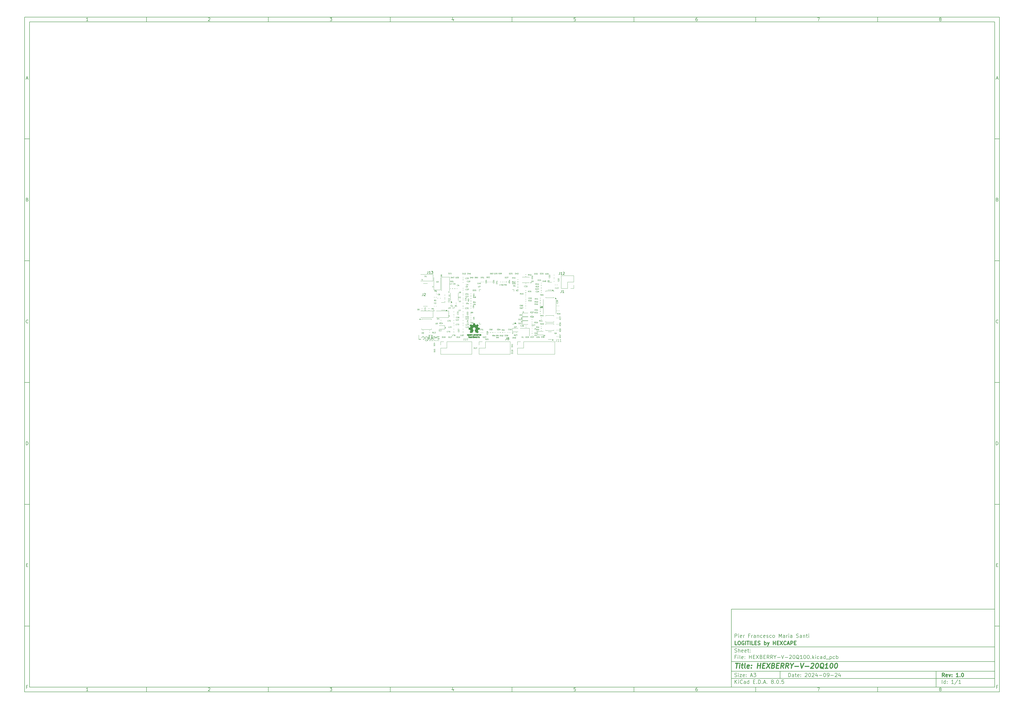
<source format=gto>
%TF.GenerationSoftware,KiCad,Pcbnew,8.0.5-8.0.5-0~ubuntu24.04.1*%
%TF.CreationDate,2024-09-24T12:38:38+02:00*%
%TF.ProjectId,HEXBERRY-V-20Q100,48455842-4552-4525-992d-562d32305131,1.0*%
%TF.SameCoordinates,PX5f5e100PY5f5e100*%
%TF.FileFunction,Legend,Top*%
%TF.FilePolarity,Positive*%
%FSLAX46Y46*%
G04 Gerber Fmt 4.6, Leading zero omitted, Abs format (unit mm)*
G04 Created by KiCad (PCBNEW 8.0.5-8.0.5-0~ubuntu24.04.1) date 2024-09-24 12:38:38*
%MOMM*%
%LPD*%
G01*
G04 APERTURE LIST*
%ADD10C,0.100000*%
%ADD11C,0.150000*%
%ADD12C,0.300000*%
%ADD13C,0.400000*%
%ADD14C,0.087500*%
%ADD15C,0.075000*%
%ADD16C,0.062500*%
%ADD17C,0.120000*%
%ADD18C,0.130000*%
%ADD19C,0.140000*%
%ADD20C,0.050000*%
%ADD21C,0.060000*%
%ADD22C,0.200000*%
%ADD23C,0.170000*%
%ADD24C,0.000000*%
%ADD25C,0.010000*%
G04 APERTURE END LIST*
D10*
D11*
X199989000Y-153002200D02*
X307989000Y-153002200D01*
X307989000Y-185002200D01*
X199989000Y-185002200D01*
X199989000Y-153002200D01*
D10*
D11*
X-90000000Y90000000D02*
X309989000Y90000000D01*
X309989000Y-187002200D01*
X-90000000Y-187002200D01*
X-90000000Y90000000D01*
D10*
D11*
X-88000000Y88000000D02*
X307989000Y88000000D01*
X307989000Y-185002200D01*
X-88000000Y-185002200D01*
X-88000000Y88000000D01*
D10*
D11*
X-40000000Y88000000D02*
X-40000000Y90000000D01*
D10*
D11*
X10000000Y88000000D02*
X10000000Y90000000D01*
D10*
D11*
X60000000Y88000000D02*
X60000000Y90000000D01*
D10*
D11*
X110000000Y88000000D02*
X110000000Y90000000D01*
D10*
D11*
X160000000Y88000000D02*
X160000000Y90000000D01*
D10*
D11*
X210000000Y88000000D02*
X210000000Y90000000D01*
D10*
D11*
X260000000Y88000000D02*
X260000000Y90000000D01*
D10*
D11*
X-63910840Y88406396D02*
X-64653697Y88406396D01*
X-64282269Y88406396D02*
X-64282269Y89706396D01*
X-64282269Y89706396D02*
X-64406078Y89520681D01*
X-64406078Y89520681D02*
X-64529888Y89396872D01*
X-64529888Y89396872D02*
X-64653697Y89334967D01*
D10*
D11*
X-14653697Y89582586D02*
X-14591793Y89644491D01*
X-14591793Y89644491D02*
X-14467983Y89706396D01*
X-14467983Y89706396D02*
X-14158459Y89706396D01*
X-14158459Y89706396D02*
X-14034650Y89644491D01*
X-14034650Y89644491D02*
X-13972745Y89582586D01*
X-13972745Y89582586D02*
X-13910840Y89458777D01*
X-13910840Y89458777D02*
X-13910840Y89334967D01*
X-13910840Y89334967D02*
X-13972745Y89149253D01*
X-13972745Y89149253D02*
X-14715602Y88406396D01*
X-14715602Y88406396D02*
X-13910840Y88406396D01*
D10*
D11*
X35284398Y89706396D02*
X36089160Y89706396D01*
X36089160Y89706396D02*
X35655826Y89211158D01*
X35655826Y89211158D02*
X35841541Y89211158D01*
X35841541Y89211158D02*
X35965350Y89149253D01*
X35965350Y89149253D02*
X36027255Y89087348D01*
X36027255Y89087348D02*
X36089160Y88963539D01*
X36089160Y88963539D02*
X36089160Y88654015D01*
X36089160Y88654015D02*
X36027255Y88530205D01*
X36027255Y88530205D02*
X35965350Y88468300D01*
X35965350Y88468300D02*
X35841541Y88406396D01*
X35841541Y88406396D02*
X35470112Y88406396D01*
X35470112Y88406396D02*
X35346303Y88468300D01*
X35346303Y88468300D02*
X35284398Y88530205D01*
D10*
D11*
X85965350Y89273062D02*
X85965350Y88406396D01*
X85655826Y89768300D02*
X85346303Y88839729D01*
X85346303Y88839729D02*
X86151064Y88839729D01*
D10*
D11*
X136027255Y89706396D02*
X135408207Y89706396D01*
X135408207Y89706396D02*
X135346303Y89087348D01*
X135346303Y89087348D02*
X135408207Y89149253D01*
X135408207Y89149253D02*
X135532017Y89211158D01*
X135532017Y89211158D02*
X135841541Y89211158D01*
X135841541Y89211158D02*
X135965350Y89149253D01*
X135965350Y89149253D02*
X136027255Y89087348D01*
X136027255Y89087348D02*
X136089160Y88963539D01*
X136089160Y88963539D02*
X136089160Y88654015D01*
X136089160Y88654015D02*
X136027255Y88530205D01*
X136027255Y88530205D02*
X135965350Y88468300D01*
X135965350Y88468300D02*
X135841541Y88406396D01*
X135841541Y88406396D02*
X135532017Y88406396D01*
X135532017Y88406396D02*
X135408207Y88468300D01*
X135408207Y88468300D02*
X135346303Y88530205D01*
D10*
D11*
X185965350Y89706396D02*
X185717731Y89706396D01*
X185717731Y89706396D02*
X185593922Y89644491D01*
X185593922Y89644491D02*
X185532017Y89582586D01*
X185532017Y89582586D02*
X185408207Y89396872D01*
X185408207Y89396872D02*
X185346303Y89149253D01*
X185346303Y89149253D02*
X185346303Y88654015D01*
X185346303Y88654015D02*
X185408207Y88530205D01*
X185408207Y88530205D02*
X185470112Y88468300D01*
X185470112Y88468300D02*
X185593922Y88406396D01*
X185593922Y88406396D02*
X185841541Y88406396D01*
X185841541Y88406396D02*
X185965350Y88468300D01*
X185965350Y88468300D02*
X186027255Y88530205D01*
X186027255Y88530205D02*
X186089160Y88654015D01*
X186089160Y88654015D02*
X186089160Y88963539D01*
X186089160Y88963539D02*
X186027255Y89087348D01*
X186027255Y89087348D02*
X185965350Y89149253D01*
X185965350Y89149253D02*
X185841541Y89211158D01*
X185841541Y89211158D02*
X185593922Y89211158D01*
X185593922Y89211158D02*
X185470112Y89149253D01*
X185470112Y89149253D02*
X185408207Y89087348D01*
X185408207Y89087348D02*
X185346303Y88963539D01*
D10*
D11*
X235284398Y89706396D02*
X236151064Y89706396D01*
X236151064Y89706396D02*
X235593922Y88406396D01*
D10*
D11*
X285593922Y89149253D02*
X285470112Y89211158D01*
X285470112Y89211158D02*
X285408207Y89273062D01*
X285408207Y89273062D02*
X285346303Y89396872D01*
X285346303Y89396872D02*
X285346303Y89458777D01*
X285346303Y89458777D02*
X285408207Y89582586D01*
X285408207Y89582586D02*
X285470112Y89644491D01*
X285470112Y89644491D02*
X285593922Y89706396D01*
X285593922Y89706396D02*
X285841541Y89706396D01*
X285841541Y89706396D02*
X285965350Y89644491D01*
X285965350Y89644491D02*
X286027255Y89582586D01*
X286027255Y89582586D02*
X286089160Y89458777D01*
X286089160Y89458777D02*
X286089160Y89396872D01*
X286089160Y89396872D02*
X286027255Y89273062D01*
X286027255Y89273062D02*
X285965350Y89211158D01*
X285965350Y89211158D02*
X285841541Y89149253D01*
X285841541Y89149253D02*
X285593922Y89149253D01*
X285593922Y89149253D02*
X285470112Y89087348D01*
X285470112Y89087348D02*
X285408207Y89025443D01*
X285408207Y89025443D02*
X285346303Y88901634D01*
X285346303Y88901634D02*
X285346303Y88654015D01*
X285346303Y88654015D02*
X285408207Y88530205D01*
X285408207Y88530205D02*
X285470112Y88468300D01*
X285470112Y88468300D02*
X285593922Y88406396D01*
X285593922Y88406396D02*
X285841541Y88406396D01*
X285841541Y88406396D02*
X285965350Y88468300D01*
X285965350Y88468300D02*
X286027255Y88530205D01*
X286027255Y88530205D02*
X286089160Y88654015D01*
X286089160Y88654015D02*
X286089160Y88901634D01*
X286089160Y88901634D02*
X286027255Y89025443D01*
X286027255Y89025443D02*
X285965350Y89087348D01*
X285965350Y89087348D02*
X285841541Y89149253D01*
D10*
D11*
X-40000000Y-185002200D02*
X-40000000Y-187002200D01*
D10*
D11*
X10000000Y-185002200D02*
X10000000Y-187002200D01*
D10*
D11*
X60000000Y-185002200D02*
X60000000Y-187002200D01*
D10*
D11*
X110000000Y-185002200D02*
X110000000Y-187002200D01*
D10*
D11*
X160000000Y-185002200D02*
X160000000Y-187002200D01*
D10*
D11*
X210000000Y-185002200D02*
X210000000Y-187002200D01*
D10*
D11*
X260000000Y-185002200D02*
X260000000Y-187002200D01*
D10*
D11*
X-63910840Y-186595804D02*
X-64653697Y-186595804D01*
X-64282269Y-186595804D02*
X-64282269Y-185295804D01*
X-64282269Y-185295804D02*
X-64406078Y-185481519D01*
X-64406078Y-185481519D02*
X-64529888Y-185605328D01*
X-64529888Y-185605328D02*
X-64653697Y-185667233D01*
D10*
D11*
X-14653697Y-185419614D02*
X-14591793Y-185357709D01*
X-14591793Y-185357709D02*
X-14467983Y-185295804D01*
X-14467983Y-185295804D02*
X-14158459Y-185295804D01*
X-14158459Y-185295804D02*
X-14034650Y-185357709D01*
X-14034650Y-185357709D02*
X-13972745Y-185419614D01*
X-13972745Y-185419614D02*
X-13910840Y-185543423D01*
X-13910840Y-185543423D02*
X-13910840Y-185667233D01*
X-13910840Y-185667233D02*
X-13972745Y-185852947D01*
X-13972745Y-185852947D02*
X-14715602Y-186595804D01*
X-14715602Y-186595804D02*
X-13910840Y-186595804D01*
D10*
D11*
X35284398Y-185295804D02*
X36089160Y-185295804D01*
X36089160Y-185295804D02*
X35655826Y-185791042D01*
X35655826Y-185791042D02*
X35841541Y-185791042D01*
X35841541Y-185791042D02*
X35965350Y-185852947D01*
X35965350Y-185852947D02*
X36027255Y-185914852D01*
X36027255Y-185914852D02*
X36089160Y-186038661D01*
X36089160Y-186038661D02*
X36089160Y-186348185D01*
X36089160Y-186348185D02*
X36027255Y-186471995D01*
X36027255Y-186471995D02*
X35965350Y-186533900D01*
X35965350Y-186533900D02*
X35841541Y-186595804D01*
X35841541Y-186595804D02*
X35470112Y-186595804D01*
X35470112Y-186595804D02*
X35346303Y-186533900D01*
X35346303Y-186533900D02*
X35284398Y-186471995D01*
D10*
D11*
X85965350Y-185729138D02*
X85965350Y-186595804D01*
X85655826Y-185233900D02*
X85346303Y-186162471D01*
X85346303Y-186162471D02*
X86151064Y-186162471D01*
D10*
D11*
X136027255Y-185295804D02*
X135408207Y-185295804D01*
X135408207Y-185295804D02*
X135346303Y-185914852D01*
X135346303Y-185914852D02*
X135408207Y-185852947D01*
X135408207Y-185852947D02*
X135532017Y-185791042D01*
X135532017Y-185791042D02*
X135841541Y-185791042D01*
X135841541Y-185791042D02*
X135965350Y-185852947D01*
X135965350Y-185852947D02*
X136027255Y-185914852D01*
X136027255Y-185914852D02*
X136089160Y-186038661D01*
X136089160Y-186038661D02*
X136089160Y-186348185D01*
X136089160Y-186348185D02*
X136027255Y-186471995D01*
X136027255Y-186471995D02*
X135965350Y-186533900D01*
X135965350Y-186533900D02*
X135841541Y-186595804D01*
X135841541Y-186595804D02*
X135532017Y-186595804D01*
X135532017Y-186595804D02*
X135408207Y-186533900D01*
X135408207Y-186533900D02*
X135346303Y-186471995D01*
D10*
D11*
X185965350Y-185295804D02*
X185717731Y-185295804D01*
X185717731Y-185295804D02*
X185593922Y-185357709D01*
X185593922Y-185357709D02*
X185532017Y-185419614D01*
X185532017Y-185419614D02*
X185408207Y-185605328D01*
X185408207Y-185605328D02*
X185346303Y-185852947D01*
X185346303Y-185852947D02*
X185346303Y-186348185D01*
X185346303Y-186348185D02*
X185408207Y-186471995D01*
X185408207Y-186471995D02*
X185470112Y-186533900D01*
X185470112Y-186533900D02*
X185593922Y-186595804D01*
X185593922Y-186595804D02*
X185841541Y-186595804D01*
X185841541Y-186595804D02*
X185965350Y-186533900D01*
X185965350Y-186533900D02*
X186027255Y-186471995D01*
X186027255Y-186471995D02*
X186089160Y-186348185D01*
X186089160Y-186348185D02*
X186089160Y-186038661D01*
X186089160Y-186038661D02*
X186027255Y-185914852D01*
X186027255Y-185914852D02*
X185965350Y-185852947D01*
X185965350Y-185852947D02*
X185841541Y-185791042D01*
X185841541Y-185791042D02*
X185593922Y-185791042D01*
X185593922Y-185791042D02*
X185470112Y-185852947D01*
X185470112Y-185852947D02*
X185408207Y-185914852D01*
X185408207Y-185914852D02*
X185346303Y-186038661D01*
D10*
D11*
X235284398Y-185295804D02*
X236151064Y-185295804D01*
X236151064Y-185295804D02*
X235593922Y-186595804D01*
D10*
D11*
X285593922Y-185852947D02*
X285470112Y-185791042D01*
X285470112Y-185791042D02*
X285408207Y-185729138D01*
X285408207Y-185729138D02*
X285346303Y-185605328D01*
X285346303Y-185605328D02*
X285346303Y-185543423D01*
X285346303Y-185543423D02*
X285408207Y-185419614D01*
X285408207Y-185419614D02*
X285470112Y-185357709D01*
X285470112Y-185357709D02*
X285593922Y-185295804D01*
X285593922Y-185295804D02*
X285841541Y-185295804D01*
X285841541Y-185295804D02*
X285965350Y-185357709D01*
X285965350Y-185357709D02*
X286027255Y-185419614D01*
X286027255Y-185419614D02*
X286089160Y-185543423D01*
X286089160Y-185543423D02*
X286089160Y-185605328D01*
X286089160Y-185605328D02*
X286027255Y-185729138D01*
X286027255Y-185729138D02*
X285965350Y-185791042D01*
X285965350Y-185791042D02*
X285841541Y-185852947D01*
X285841541Y-185852947D02*
X285593922Y-185852947D01*
X285593922Y-185852947D02*
X285470112Y-185914852D01*
X285470112Y-185914852D02*
X285408207Y-185976757D01*
X285408207Y-185976757D02*
X285346303Y-186100566D01*
X285346303Y-186100566D02*
X285346303Y-186348185D01*
X285346303Y-186348185D02*
X285408207Y-186471995D01*
X285408207Y-186471995D02*
X285470112Y-186533900D01*
X285470112Y-186533900D02*
X285593922Y-186595804D01*
X285593922Y-186595804D02*
X285841541Y-186595804D01*
X285841541Y-186595804D02*
X285965350Y-186533900D01*
X285965350Y-186533900D02*
X286027255Y-186471995D01*
X286027255Y-186471995D02*
X286089160Y-186348185D01*
X286089160Y-186348185D02*
X286089160Y-186100566D01*
X286089160Y-186100566D02*
X286027255Y-185976757D01*
X286027255Y-185976757D02*
X285965350Y-185914852D01*
X285965350Y-185914852D02*
X285841541Y-185852947D01*
D10*
D11*
X-90000000Y40000000D02*
X-88000000Y40000000D01*
D10*
D11*
X-90000000Y-10000000D02*
X-88000000Y-10000000D01*
D10*
D11*
X-90000000Y-60000000D02*
X-88000000Y-60000000D01*
D10*
D11*
X-90000000Y-110000000D02*
X-88000000Y-110000000D01*
D10*
D11*
X-90000000Y-160000000D02*
X-88000000Y-160000000D01*
D10*
D11*
X-89309524Y64777824D02*
X-88690477Y64777824D01*
X-89433334Y64406396D02*
X-89000001Y65706396D01*
X-89000001Y65706396D02*
X-88566667Y64406396D01*
D10*
D11*
X-88907143Y15087348D02*
X-88721429Y15025443D01*
X-88721429Y15025443D02*
X-88659524Y14963539D01*
X-88659524Y14963539D02*
X-88597620Y14839729D01*
X-88597620Y14839729D02*
X-88597620Y14654015D01*
X-88597620Y14654015D02*
X-88659524Y14530205D01*
X-88659524Y14530205D02*
X-88721429Y14468300D01*
X-88721429Y14468300D02*
X-88845239Y14406396D01*
X-88845239Y14406396D02*
X-89340477Y14406396D01*
X-89340477Y14406396D02*
X-89340477Y15706396D01*
X-89340477Y15706396D02*
X-88907143Y15706396D01*
X-88907143Y15706396D02*
X-88783334Y15644491D01*
X-88783334Y15644491D02*
X-88721429Y15582586D01*
X-88721429Y15582586D02*
X-88659524Y15458777D01*
X-88659524Y15458777D02*
X-88659524Y15334967D01*
X-88659524Y15334967D02*
X-88721429Y15211158D01*
X-88721429Y15211158D02*
X-88783334Y15149253D01*
X-88783334Y15149253D02*
X-88907143Y15087348D01*
X-88907143Y15087348D02*
X-89340477Y15087348D01*
D10*
D11*
X-88597620Y-35469795D02*
X-88659524Y-35531700D01*
X-88659524Y-35531700D02*
X-88845239Y-35593604D01*
X-88845239Y-35593604D02*
X-88969048Y-35593604D01*
X-88969048Y-35593604D02*
X-89154762Y-35531700D01*
X-89154762Y-35531700D02*
X-89278572Y-35407890D01*
X-89278572Y-35407890D02*
X-89340477Y-35284080D01*
X-89340477Y-35284080D02*
X-89402381Y-35036461D01*
X-89402381Y-35036461D02*
X-89402381Y-34850747D01*
X-89402381Y-34850747D02*
X-89340477Y-34603128D01*
X-89340477Y-34603128D02*
X-89278572Y-34479319D01*
X-89278572Y-34479319D02*
X-89154762Y-34355509D01*
X-89154762Y-34355509D02*
X-88969048Y-34293604D01*
X-88969048Y-34293604D02*
X-88845239Y-34293604D01*
X-88845239Y-34293604D02*
X-88659524Y-34355509D01*
X-88659524Y-34355509D02*
X-88597620Y-34417414D01*
D10*
D11*
X-89340477Y-85593604D02*
X-89340477Y-84293604D01*
X-89340477Y-84293604D02*
X-89030953Y-84293604D01*
X-89030953Y-84293604D02*
X-88845239Y-84355509D01*
X-88845239Y-84355509D02*
X-88721429Y-84479319D01*
X-88721429Y-84479319D02*
X-88659524Y-84603128D01*
X-88659524Y-84603128D02*
X-88597620Y-84850747D01*
X-88597620Y-84850747D02*
X-88597620Y-85036461D01*
X-88597620Y-85036461D02*
X-88659524Y-85284080D01*
X-88659524Y-85284080D02*
X-88721429Y-85407890D01*
X-88721429Y-85407890D02*
X-88845239Y-85531700D01*
X-88845239Y-85531700D02*
X-89030953Y-85593604D01*
X-89030953Y-85593604D02*
X-89340477Y-85593604D01*
D10*
D11*
X-89278572Y-134912652D02*
X-88845238Y-134912652D01*
X-88659524Y-135593604D02*
X-89278572Y-135593604D01*
X-89278572Y-135593604D02*
X-89278572Y-134293604D01*
X-89278572Y-134293604D02*
X-88659524Y-134293604D01*
D10*
D11*
X-88814286Y-184912652D02*
X-89247620Y-184912652D01*
X-89247620Y-185593604D02*
X-89247620Y-184293604D01*
X-89247620Y-184293604D02*
X-88628572Y-184293604D01*
D10*
D11*
X309989000Y40000000D02*
X307989000Y40000000D01*
D10*
D11*
X309989000Y-10000000D02*
X307989000Y-10000000D01*
D10*
D11*
X309989000Y-60000000D02*
X307989000Y-60000000D01*
D10*
D11*
X309989000Y-110000000D02*
X307989000Y-110000000D01*
D10*
D11*
X309989000Y-160000000D02*
X307989000Y-160000000D01*
D10*
D11*
X308679476Y64777824D02*
X309298523Y64777824D01*
X308555666Y64406396D02*
X308988999Y65706396D01*
X308988999Y65706396D02*
X309422333Y64406396D01*
D10*
D11*
X309081857Y15087348D02*
X309267571Y15025443D01*
X309267571Y15025443D02*
X309329476Y14963539D01*
X309329476Y14963539D02*
X309391380Y14839729D01*
X309391380Y14839729D02*
X309391380Y14654015D01*
X309391380Y14654015D02*
X309329476Y14530205D01*
X309329476Y14530205D02*
X309267571Y14468300D01*
X309267571Y14468300D02*
X309143761Y14406396D01*
X309143761Y14406396D02*
X308648523Y14406396D01*
X308648523Y14406396D02*
X308648523Y15706396D01*
X308648523Y15706396D02*
X309081857Y15706396D01*
X309081857Y15706396D02*
X309205666Y15644491D01*
X309205666Y15644491D02*
X309267571Y15582586D01*
X309267571Y15582586D02*
X309329476Y15458777D01*
X309329476Y15458777D02*
X309329476Y15334967D01*
X309329476Y15334967D02*
X309267571Y15211158D01*
X309267571Y15211158D02*
X309205666Y15149253D01*
X309205666Y15149253D02*
X309081857Y15087348D01*
X309081857Y15087348D02*
X308648523Y15087348D01*
D10*
D11*
X309391380Y-35469795D02*
X309329476Y-35531700D01*
X309329476Y-35531700D02*
X309143761Y-35593604D01*
X309143761Y-35593604D02*
X309019952Y-35593604D01*
X309019952Y-35593604D02*
X308834238Y-35531700D01*
X308834238Y-35531700D02*
X308710428Y-35407890D01*
X308710428Y-35407890D02*
X308648523Y-35284080D01*
X308648523Y-35284080D02*
X308586619Y-35036461D01*
X308586619Y-35036461D02*
X308586619Y-34850747D01*
X308586619Y-34850747D02*
X308648523Y-34603128D01*
X308648523Y-34603128D02*
X308710428Y-34479319D01*
X308710428Y-34479319D02*
X308834238Y-34355509D01*
X308834238Y-34355509D02*
X309019952Y-34293604D01*
X309019952Y-34293604D02*
X309143761Y-34293604D01*
X309143761Y-34293604D02*
X309329476Y-34355509D01*
X309329476Y-34355509D02*
X309391380Y-34417414D01*
D10*
D11*
X308648523Y-85593604D02*
X308648523Y-84293604D01*
X308648523Y-84293604D02*
X308958047Y-84293604D01*
X308958047Y-84293604D02*
X309143761Y-84355509D01*
X309143761Y-84355509D02*
X309267571Y-84479319D01*
X309267571Y-84479319D02*
X309329476Y-84603128D01*
X309329476Y-84603128D02*
X309391380Y-84850747D01*
X309391380Y-84850747D02*
X309391380Y-85036461D01*
X309391380Y-85036461D02*
X309329476Y-85284080D01*
X309329476Y-85284080D02*
X309267571Y-85407890D01*
X309267571Y-85407890D02*
X309143761Y-85531700D01*
X309143761Y-85531700D02*
X308958047Y-85593604D01*
X308958047Y-85593604D02*
X308648523Y-85593604D01*
D10*
D11*
X308710428Y-134912652D02*
X309143762Y-134912652D01*
X309329476Y-135593604D02*
X308710428Y-135593604D01*
X308710428Y-135593604D02*
X308710428Y-134293604D01*
X308710428Y-134293604D02*
X309329476Y-134293604D01*
D10*
D11*
X309174714Y-184912652D02*
X308741380Y-184912652D01*
X308741380Y-185593604D02*
X308741380Y-184293604D01*
X308741380Y-184293604D02*
X309360428Y-184293604D01*
D10*
D11*
X223444826Y-180788328D02*
X223444826Y-179288328D01*
X223444826Y-179288328D02*
X223801969Y-179288328D01*
X223801969Y-179288328D02*
X224016255Y-179359757D01*
X224016255Y-179359757D02*
X224159112Y-179502614D01*
X224159112Y-179502614D02*
X224230541Y-179645471D01*
X224230541Y-179645471D02*
X224301969Y-179931185D01*
X224301969Y-179931185D02*
X224301969Y-180145471D01*
X224301969Y-180145471D02*
X224230541Y-180431185D01*
X224230541Y-180431185D02*
X224159112Y-180574042D01*
X224159112Y-180574042D02*
X224016255Y-180716900D01*
X224016255Y-180716900D02*
X223801969Y-180788328D01*
X223801969Y-180788328D02*
X223444826Y-180788328D01*
X225587684Y-180788328D02*
X225587684Y-180002614D01*
X225587684Y-180002614D02*
X225516255Y-179859757D01*
X225516255Y-179859757D02*
X225373398Y-179788328D01*
X225373398Y-179788328D02*
X225087684Y-179788328D01*
X225087684Y-179788328D02*
X224944826Y-179859757D01*
X225587684Y-180716900D02*
X225444826Y-180788328D01*
X225444826Y-180788328D02*
X225087684Y-180788328D01*
X225087684Y-180788328D02*
X224944826Y-180716900D01*
X224944826Y-180716900D02*
X224873398Y-180574042D01*
X224873398Y-180574042D02*
X224873398Y-180431185D01*
X224873398Y-180431185D02*
X224944826Y-180288328D01*
X224944826Y-180288328D02*
X225087684Y-180216900D01*
X225087684Y-180216900D02*
X225444826Y-180216900D01*
X225444826Y-180216900D02*
X225587684Y-180145471D01*
X226087684Y-179788328D02*
X226659112Y-179788328D01*
X226301969Y-179288328D02*
X226301969Y-180574042D01*
X226301969Y-180574042D02*
X226373398Y-180716900D01*
X226373398Y-180716900D02*
X226516255Y-180788328D01*
X226516255Y-180788328D02*
X226659112Y-180788328D01*
X227730541Y-180716900D02*
X227587684Y-180788328D01*
X227587684Y-180788328D02*
X227301970Y-180788328D01*
X227301970Y-180788328D02*
X227159112Y-180716900D01*
X227159112Y-180716900D02*
X227087684Y-180574042D01*
X227087684Y-180574042D02*
X227087684Y-180002614D01*
X227087684Y-180002614D02*
X227159112Y-179859757D01*
X227159112Y-179859757D02*
X227301970Y-179788328D01*
X227301970Y-179788328D02*
X227587684Y-179788328D01*
X227587684Y-179788328D02*
X227730541Y-179859757D01*
X227730541Y-179859757D02*
X227801970Y-180002614D01*
X227801970Y-180002614D02*
X227801970Y-180145471D01*
X227801970Y-180145471D02*
X227087684Y-180288328D01*
X228444826Y-180645471D02*
X228516255Y-180716900D01*
X228516255Y-180716900D02*
X228444826Y-180788328D01*
X228444826Y-180788328D02*
X228373398Y-180716900D01*
X228373398Y-180716900D02*
X228444826Y-180645471D01*
X228444826Y-180645471D02*
X228444826Y-180788328D01*
X228444826Y-179859757D02*
X228516255Y-179931185D01*
X228516255Y-179931185D02*
X228444826Y-180002614D01*
X228444826Y-180002614D02*
X228373398Y-179931185D01*
X228373398Y-179931185D02*
X228444826Y-179859757D01*
X228444826Y-179859757D02*
X228444826Y-180002614D01*
X230230541Y-179431185D02*
X230301969Y-179359757D01*
X230301969Y-179359757D02*
X230444827Y-179288328D01*
X230444827Y-179288328D02*
X230801969Y-179288328D01*
X230801969Y-179288328D02*
X230944827Y-179359757D01*
X230944827Y-179359757D02*
X231016255Y-179431185D01*
X231016255Y-179431185D02*
X231087684Y-179574042D01*
X231087684Y-179574042D02*
X231087684Y-179716900D01*
X231087684Y-179716900D02*
X231016255Y-179931185D01*
X231016255Y-179931185D02*
X230159112Y-180788328D01*
X230159112Y-180788328D02*
X231087684Y-180788328D01*
X232016255Y-179288328D02*
X232159112Y-179288328D01*
X232159112Y-179288328D02*
X232301969Y-179359757D01*
X232301969Y-179359757D02*
X232373398Y-179431185D01*
X232373398Y-179431185D02*
X232444826Y-179574042D01*
X232444826Y-179574042D02*
X232516255Y-179859757D01*
X232516255Y-179859757D02*
X232516255Y-180216900D01*
X232516255Y-180216900D02*
X232444826Y-180502614D01*
X232444826Y-180502614D02*
X232373398Y-180645471D01*
X232373398Y-180645471D02*
X232301969Y-180716900D01*
X232301969Y-180716900D02*
X232159112Y-180788328D01*
X232159112Y-180788328D02*
X232016255Y-180788328D01*
X232016255Y-180788328D02*
X231873398Y-180716900D01*
X231873398Y-180716900D02*
X231801969Y-180645471D01*
X231801969Y-180645471D02*
X231730540Y-180502614D01*
X231730540Y-180502614D02*
X231659112Y-180216900D01*
X231659112Y-180216900D02*
X231659112Y-179859757D01*
X231659112Y-179859757D02*
X231730540Y-179574042D01*
X231730540Y-179574042D02*
X231801969Y-179431185D01*
X231801969Y-179431185D02*
X231873398Y-179359757D01*
X231873398Y-179359757D02*
X232016255Y-179288328D01*
X233087683Y-179431185D02*
X233159111Y-179359757D01*
X233159111Y-179359757D02*
X233301969Y-179288328D01*
X233301969Y-179288328D02*
X233659111Y-179288328D01*
X233659111Y-179288328D02*
X233801969Y-179359757D01*
X233801969Y-179359757D02*
X233873397Y-179431185D01*
X233873397Y-179431185D02*
X233944826Y-179574042D01*
X233944826Y-179574042D02*
X233944826Y-179716900D01*
X233944826Y-179716900D02*
X233873397Y-179931185D01*
X233873397Y-179931185D02*
X233016254Y-180788328D01*
X233016254Y-180788328D02*
X233944826Y-180788328D01*
X235230540Y-179788328D02*
X235230540Y-180788328D01*
X234873397Y-179216900D02*
X234516254Y-180288328D01*
X234516254Y-180288328D02*
X235444825Y-180288328D01*
X236016253Y-180216900D02*
X237159111Y-180216900D01*
X238159111Y-179288328D02*
X238301968Y-179288328D01*
X238301968Y-179288328D02*
X238444825Y-179359757D01*
X238444825Y-179359757D02*
X238516254Y-179431185D01*
X238516254Y-179431185D02*
X238587682Y-179574042D01*
X238587682Y-179574042D02*
X238659111Y-179859757D01*
X238659111Y-179859757D02*
X238659111Y-180216900D01*
X238659111Y-180216900D02*
X238587682Y-180502614D01*
X238587682Y-180502614D02*
X238516254Y-180645471D01*
X238516254Y-180645471D02*
X238444825Y-180716900D01*
X238444825Y-180716900D02*
X238301968Y-180788328D01*
X238301968Y-180788328D02*
X238159111Y-180788328D01*
X238159111Y-180788328D02*
X238016254Y-180716900D01*
X238016254Y-180716900D02*
X237944825Y-180645471D01*
X237944825Y-180645471D02*
X237873396Y-180502614D01*
X237873396Y-180502614D02*
X237801968Y-180216900D01*
X237801968Y-180216900D02*
X237801968Y-179859757D01*
X237801968Y-179859757D02*
X237873396Y-179574042D01*
X237873396Y-179574042D02*
X237944825Y-179431185D01*
X237944825Y-179431185D02*
X238016254Y-179359757D01*
X238016254Y-179359757D02*
X238159111Y-179288328D01*
X239373396Y-180788328D02*
X239659110Y-180788328D01*
X239659110Y-180788328D02*
X239801967Y-180716900D01*
X239801967Y-180716900D02*
X239873396Y-180645471D01*
X239873396Y-180645471D02*
X240016253Y-180431185D01*
X240016253Y-180431185D02*
X240087682Y-180145471D01*
X240087682Y-180145471D02*
X240087682Y-179574042D01*
X240087682Y-179574042D02*
X240016253Y-179431185D01*
X240016253Y-179431185D02*
X239944825Y-179359757D01*
X239944825Y-179359757D02*
X239801967Y-179288328D01*
X239801967Y-179288328D02*
X239516253Y-179288328D01*
X239516253Y-179288328D02*
X239373396Y-179359757D01*
X239373396Y-179359757D02*
X239301967Y-179431185D01*
X239301967Y-179431185D02*
X239230539Y-179574042D01*
X239230539Y-179574042D02*
X239230539Y-179931185D01*
X239230539Y-179931185D02*
X239301967Y-180074042D01*
X239301967Y-180074042D02*
X239373396Y-180145471D01*
X239373396Y-180145471D02*
X239516253Y-180216900D01*
X239516253Y-180216900D02*
X239801967Y-180216900D01*
X239801967Y-180216900D02*
X239944825Y-180145471D01*
X239944825Y-180145471D02*
X240016253Y-180074042D01*
X240016253Y-180074042D02*
X240087682Y-179931185D01*
X240730538Y-180216900D02*
X241873396Y-180216900D01*
X242516253Y-179431185D02*
X242587681Y-179359757D01*
X242587681Y-179359757D02*
X242730539Y-179288328D01*
X242730539Y-179288328D02*
X243087681Y-179288328D01*
X243087681Y-179288328D02*
X243230539Y-179359757D01*
X243230539Y-179359757D02*
X243301967Y-179431185D01*
X243301967Y-179431185D02*
X243373396Y-179574042D01*
X243373396Y-179574042D02*
X243373396Y-179716900D01*
X243373396Y-179716900D02*
X243301967Y-179931185D01*
X243301967Y-179931185D02*
X242444824Y-180788328D01*
X242444824Y-180788328D02*
X243373396Y-180788328D01*
X244659110Y-179788328D02*
X244659110Y-180788328D01*
X244301967Y-179216900D02*
X243944824Y-180288328D01*
X243944824Y-180288328D02*
X244873395Y-180288328D01*
D10*
D11*
X199989000Y-181502200D02*
X307989000Y-181502200D01*
D10*
D11*
X201444826Y-183588328D02*
X201444826Y-182088328D01*
X202301969Y-183588328D02*
X201659112Y-182731185D01*
X202301969Y-182088328D02*
X201444826Y-182945471D01*
X202944826Y-183588328D02*
X202944826Y-182588328D01*
X202944826Y-182088328D02*
X202873398Y-182159757D01*
X202873398Y-182159757D02*
X202944826Y-182231185D01*
X202944826Y-182231185D02*
X203016255Y-182159757D01*
X203016255Y-182159757D02*
X202944826Y-182088328D01*
X202944826Y-182088328D02*
X202944826Y-182231185D01*
X204516255Y-183445471D02*
X204444827Y-183516900D01*
X204444827Y-183516900D02*
X204230541Y-183588328D01*
X204230541Y-183588328D02*
X204087684Y-183588328D01*
X204087684Y-183588328D02*
X203873398Y-183516900D01*
X203873398Y-183516900D02*
X203730541Y-183374042D01*
X203730541Y-183374042D02*
X203659112Y-183231185D01*
X203659112Y-183231185D02*
X203587684Y-182945471D01*
X203587684Y-182945471D02*
X203587684Y-182731185D01*
X203587684Y-182731185D02*
X203659112Y-182445471D01*
X203659112Y-182445471D02*
X203730541Y-182302614D01*
X203730541Y-182302614D02*
X203873398Y-182159757D01*
X203873398Y-182159757D02*
X204087684Y-182088328D01*
X204087684Y-182088328D02*
X204230541Y-182088328D01*
X204230541Y-182088328D02*
X204444827Y-182159757D01*
X204444827Y-182159757D02*
X204516255Y-182231185D01*
X205801970Y-183588328D02*
X205801970Y-182802614D01*
X205801970Y-182802614D02*
X205730541Y-182659757D01*
X205730541Y-182659757D02*
X205587684Y-182588328D01*
X205587684Y-182588328D02*
X205301970Y-182588328D01*
X205301970Y-182588328D02*
X205159112Y-182659757D01*
X205801970Y-183516900D02*
X205659112Y-183588328D01*
X205659112Y-183588328D02*
X205301970Y-183588328D01*
X205301970Y-183588328D02*
X205159112Y-183516900D01*
X205159112Y-183516900D02*
X205087684Y-183374042D01*
X205087684Y-183374042D02*
X205087684Y-183231185D01*
X205087684Y-183231185D02*
X205159112Y-183088328D01*
X205159112Y-183088328D02*
X205301970Y-183016900D01*
X205301970Y-183016900D02*
X205659112Y-183016900D01*
X205659112Y-183016900D02*
X205801970Y-182945471D01*
X207159113Y-183588328D02*
X207159113Y-182088328D01*
X207159113Y-183516900D02*
X207016255Y-183588328D01*
X207016255Y-183588328D02*
X206730541Y-183588328D01*
X206730541Y-183588328D02*
X206587684Y-183516900D01*
X206587684Y-183516900D02*
X206516255Y-183445471D01*
X206516255Y-183445471D02*
X206444827Y-183302614D01*
X206444827Y-183302614D02*
X206444827Y-182874042D01*
X206444827Y-182874042D02*
X206516255Y-182731185D01*
X206516255Y-182731185D02*
X206587684Y-182659757D01*
X206587684Y-182659757D02*
X206730541Y-182588328D01*
X206730541Y-182588328D02*
X207016255Y-182588328D01*
X207016255Y-182588328D02*
X207159113Y-182659757D01*
X209016255Y-182802614D02*
X209516255Y-182802614D01*
X209730541Y-183588328D02*
X209016255Y-183588328D01*
X209016255Y-183588328D02*
X209016255Y-182088328D01*
X209016255Y-182088328D02*
X209730541Y-182088328D01*
X210373398Y-183445471D02*
X210444827Y-183516900D01*
X210444827Y-183516900D02*
X210373398Y-183588328D01*
X210373398Y-183588328D02*
X210301970Y-183516900D01*
X210301970Y-183516900D02*
X210373398Y-183445471D01*
X210373398Y-183445471D02*
X210373398Y-183588328D01*
X211087684Y-183588328D02*
X211087684Y-182088328D01*
X211087684Y-182088328D02*
X211444827Y-182088328D01*
X211444827Y-182088328D02*
X211659113Y-182159757D01*
X211659113Y-182159757D02*
X211801970Y-182302614D01*
X211801970Y-182302614D02*
X211873399Y-182445471D01*
X211873399Y-182445471D02*
X211944827Y-182731185D01*
X211944827Y-182731185D02*
X211944827Y-182945471D01*
X211944827Y-182945471D02*
X211873399Y-183231185D01*
X211873399Y-183231185D02*
X211801970Y-183374042D01*
X211801970Y-183374042D02*
X211659113Y-183516900D01*
X211659113Y-183516900D02*
X211444827Y-183588328D01*
X211444827Y-183588328D02*
X211087684Y-183588328D01*
X212587684Y-183445471D02*
X212659113Y-183516900D01*
X212659113Y-183516900D02*
X212587684Y-183588328D01*
X212587684Y-183588328D02*
X212516256Y-183516900D01*
X212516256Y-183516900D02*
X212587684Y-183445471D01*
X212587684Y-183445471D02*
X212587684Y-183588328D01*
X213230542Y-183159757D02*
X213944828Y-183159757D01*
X213087685Y-183588328D02*
X213587685Y-182088328D01*
X213587685Y-182088328D02*
X214087685Y-183588328D01*
X214587684Y-183445471D02*
X214659113Y-183516900D01*
X214659113Y-183516900D02*
X214587684Y-183588328D01*
X214587684Y-183588328D02*
X214516256Y-183516900D01*
X214516256Y-183516900D02*
X214587684Y-183445471D01*
X214587684Y-183445471D02*
X214587684Y-183588328D01*
X216659113Y-182731185D02*
X216516256Y-182659757D01*
X216516256Y-182659757D02*
X216444827Y-182588328D01*
X216444827Y-182588328D02*
X216373399Y-182445471D01*
X216373399Y-182445471D02*
X216373399Y-182374042D01*
X216373399Y-182374042D02*
X216444827Y-182231185D01*
X216444827Y-182231185D02*
X216516256Y-182159757D01*
X216516256Y-182159757D02*
X216659113Y-182088328D01*
X216659113Y-182088328D02*
X216944827Y-182088328D01*
X216944827Y-182088328D02*
X217087685Y-182159757D01*
X217087685Y-182159757D02*
X217159113Y-182231185D01*
X217159113Y-182231185D02*
X217230542Y-182374042D01*
X217230542Y-182374042D02*
X217230542Y-182445471D01*
X217230542Y-182445471D02*
X217159113Y-182588328D01*
X217159113Y-182588328D02*
X217087685Y-182659757D01*
X217087685Y-182659757D02*
X216944827Y-182731185D01*
X216944827Y-182731185D02*
X216659113Y-182731185D01*
X216659113Y-182731185D02*
X216516256Y-182802614D01*
X216516256Y-182802614D02*
X216444827Y-182874042D01*
X216444827Y-182874042D02*
X216373399Y-183016900D01*
X216373399Y-183016900D02*
X216373399Y-183302614D01*
X216373399Y-183302614D02*
X216444827Y-183445471D01*
X216444827Y-183445471D02*
X216516256Y-183516900D01*
X216516256Y-183516900D02*
X216659113Y-183588328D01*
X216659113Y-183588328D02*
X216944827Y-183588328D01*
X216944827Y-183588328D02*
X217087685Y-183516900D01*
X217087685Y-183516900D02*
X217159113Y-183445471D01*
X217159113Y-183445471D02*
X217230542Y-183302614D01*
X217230542Y-183302614D02*
X217230542Y-183016900D01*
X217230542Y-183016900D02*
X217159113Y-182874042D01*
X217159113Y-182874042D02*
X217087685Y-182802614D01*
X217087685Y-182802614D02*
X216944827Y-182731185D01*
X217873398Y-183445471D02*
X217944827Y-183516900D01*
X217944827Y-183516900D02*
X217873398Y-183588328D01*
X217873398Y-183588328D02*
X217801970Y-183516900D01*
X217801970Y-183516900D02*
X217873398Y-183445471D01*
X217873398Y-183445471D02*
X217873398Y-183588328D01*
X218873399Y-182088328D02*
X219016256Y-182088328D01*
X219016256Y-182088328D02*
X219159113Y-182159757D01*
X219159113Y-182159757D02*
X219230542Y-182231185D01*
X219230542Y-182231185D02*
X219301970Y-182374042D01*
X219301970Y-182374042D02*
X219373399Y-182659757D01*
X219373399Y-182659757D02*
X219373399Y-183016900D01*
X219373399Y-183016900D02*
X219301970Y-183302614D01*
X219301970Y-183302614D02*
X219230542Y-183445471D01*
X219230542Y-183445471D02*
X219159113Y-183516900D01*
X219159113Y-183516900D02*
X219016256Y-183588328D01*
X219016256Y-183588328D02*
X218873399Y-183588328D01*
X218873399Y-183588328D02*
X218730542Y-183516900D01*
X218730542Y-183516900D02*
X218659113Y-183445471D01*
X218659113Y-183445471D02*
X218587684Y-183302614D01*
X218587684Y-183302614D02*
X218516256Y-183016900D01*
X218516256Y-183016900D02*
X218516256Y-182659757D01*
X218516256Y-182659757D02*
X218587684Y-182374042D01*
X218587684Y-182374042D02*
X218659113Y-182231185D01*
X218659113Y-182231185D02*
X218730542Y-182159757D01*
X218730542Y-182159757D02*
X218873399Y-182088328D01*
X220016255Y-183445471D02*
X220087684Y-183516900D01*
X220087684Y-183516900D02*
X220016255Y-183588328D01*
X220016255Y-183588328D02*
X219944827Y-183516900D01*
X219944827Y-183516900D02*
X220016255Y-183445471D01*
X220016255Y-183445471D02*
X220016255Y-183588328D01*
X221444827Y-182088328D02*
X220730541Y-182088328D01*
X220730541Y-182088328D02*
X220659113Y-182802614D01*
X220659113Y-182802614D02*
X220730541Y-182731185D01*
X220730541Y-182731185D02*
X220873399Y-182659757D01*
X220873399Y-182659757D02*
X221230541Y-182659757D01*
X221230541Y-182659757D02*
X221373399Y-182731185D01*
X221373399Y-182731185D02*
X221444827Y-182802614D01*
X221444827Y-182802614D02*
X221516256Y-182945471D01*
X221516256Y-182945471D02*
X221516256Y-183302614D01*
X221516256Y-183302614D02*
X221444827Y-183445471D01*
X221444827Y-183445471D02*
X221373399Y-183516900D01*
X221373399Y-183516900D02*
X221230541Y-183588328D01*
X221230541Y-183588328D02*
X220873399Y-183588328D01*
X220873399Y-183588328D02*
X220730541Y-183516900D01*
X220730541Y-183516900D02*
X220659113Y-183445471D01*
D10*
D11*
X199989000Y-178502200D02*
X307989000Y-178502200D01*
D10*
D12*
X287400653Y-180780528D02*
X286900653Y-180066242D01*
X286543510Y-180780528D02*
X286543510Y-179280528D01*
X286543510Y-179280528D02*
X287114939Y-179280528D01*
X287114939Y-179280528D02*
X287257796Y-179351957D01*
X287257796Y-179351957D02*
X287329225Y-179423385D01*
X287329225Y-179423385D02*
X287400653Y-179566242D01*
X287400653Y-179566242D02*
X287400653Y-179780528D01*
X287400653Y-179780528D02*
X287329225Y-179923385D01*
X287329225Y-179923385D02*
X287257796Y-179994814D01*
X287257796Y-179994814D02*
X287114939Y-180066242D01*
X287114939Y-180066242D02*
X286543510Y-180066242D01*
X288614939Y-180709100D02*
X288472082Y-180780528D01*
X288472082Y-180780528D02*
X288186368Y-180780528D01*
X288186368Y-180780528D02*
X288043510Y-180709100D01*
X288043510Y-180709100D02*
X287972082Y-180566242D01*
X287972082Y-180566242D02*
X287972082Y-179994814D01*
X287972082Y-179994814D02*
X288043510Y-179851957D01*
X288043510Y-179851957D02*
X288186368Y-179780528D01*
X288186368Y-179780528D02*
X288472082Y-179780528D01*
X288472082Y-179780528D02*
X288614939Y-179851957D01*
X288614939Y-179851957D02*
X288686368Y-179994814D01*
X288686368Y-179994814D02*
X288686368Y-180137671D01*
X288686368Y-180137671D02*
X287972082Y-180280528D01*
X289186367Y-179780528D02*
X289543510Y-180780528D01*
X289543510Y-180780528D02*
X289900653Y-179780528D01*
X290472081Y-180637671D02*
X290543510Y-180709100D01*
X290543510Y-180709100D02*
X290472081Y-180780528D01*
X290472081Y-180780528D02*
X290400653Y-180709100D01*
X290400653Y-180709100D02*
X290472081Y-180637671D01*
X290472081Y-180637671D02*
X290472081Y-180780528D01*
X290472081Y-179851957D02*
X290543510Y-179923385D01*
X290543510Y-179923385D02*
X290472081Y-179994814D01*
X290472081Y-179994814D02*
X290400653Y-179923385D01*
X290400653Y-179923385D02*
X290472081Y-179851957D01*
X290472081Y-179851957D02*
X290472081Y-179994814D01*
X293114939Y-180780528D02*
X292257796Y-180780528D01*
X292686367Y-180780528D02*
X292686367Y-179280528D01*
X292686367Y-179280528D02*
X292543510Y-179494814D01*
X292543510Y-179494814D02*
X292400653Y-179637671D01*
X292400653Y-179637671D02*
X292257796Y-179709100D01*
X293757795Y-180637671D02*
X293829224Y-180709100D01*
X293829224Y-180709100D02*
X293757795Y-180780528D01*
X293757795Y-180780528D02*
X293686367Y-180709100D01*
X293686367Y-180709100D02*
X293757795Y-180637671D01*
X293757795Y-180637671D02*
X293757795Y-180780528D01*
X294757796Y-179280528D02*
X294900653Y-179280528D01*
X294900653Y-179280528D02*
X295043510Y-179351957D01*
X295043510Y-179351957D02*
X295114939Y-179423385D01*
X295114939Y-179423385D02*
X295186367Y-179566242D01*
X295186367Y-179566242D02*
X295257796Y-179851957D01*
X295257796Y-179851957D02*
X295257796Y-180209100D01*
X295257796Y-180209100D02*
X295186367Y-180494814D01*
X295186367Y-180494814D02*
X295114939Y-180637671D01*
X295114939Y-180637671D02*
X295043510Y-180709100D01*
X295043510Y-180709100D02*
X294900653Y-180780528D01*
X294900653Y-180780528D02*
X294757796Y-180780528D01*
X294757796Y-180780528D02*
X294614939Y-180709100D01*
X294614939Y-180709100D02*
X294543510Y-180637671D01*
X294543510Y-180637671D02*
X294472081Y-180494814D01*
X294472081Y-180494814D02*
X294400653Y-180209100D01*
X294400653Y-180209100D02*
X294400653Y-179851957D01*
X294400653Y-179851957D02*
X294472081Y-179566242D01*
X294472081Y-179566242D02*
X294543510Y-179423385D01*
X294543510Y-179423385D02*
X294614939Y-179351957D01*
X294614939Y-179351957D02*
X294757796Y-179280528D01*
D10*
D11*
X201373398Y-180716900D02*
X201587684Y-180788328D01*
X201587684Y-180788328D02*
X201944826Y-180788328D01*
X201944826Y-180788328D02*
X202087684Y-180716900D01*
X202087684Y-180716900D02*
X202159112Y-180645471D01*
X202159112Y-180645471D02*
X202230541Y-180502614D01*
X202230541Y-180502614D02*
X202230541Y-180359757D01*
X202230541Y-180359757D02*
X202159112Y-180216900D01*
X202159112Y-180216900D02*
X202087684Y-180145471D01*
X202087684Y-180145471D02*
X201944826Y-180074042D01*
X201944826Y-180074042D02*
X201659112Y-180002614D01*
X201659112Y-180002614D02*
X201516255Y-179931185D01*
X201516255Y-179931185D02*
X201444826Y-179859757D01*
X201444826Y-179859757D02*
X201373398Y-179716900D01*
X201373398Y-179716900D02*
X201373398Y-179574042D01*
X201373398Y-179574042D02*
X201444826Y-179431185D01*
X201444826Y-179431185D02*
X201516255Y-179359757D01*
X201516255Y-179359757D02*
X201659112Y-179288328D01*
X201659112Y-179288328D02*
X202016255Y-179288328D01*
X202016255Y-179288328D02*
X202230541Y-179359757D01*
X202873397Y-180788328D02*
X202873397Y-179788328D01*
X202873397Y-179288328D02*
X202801969Y-179359757D01*
X202801969Y-179359757D02*
X202873397Y-179431185D01*
X202873397Y-179431185D02*
X202944826Y-179359757D01*
X202944826Y-179359757D02*
X202873397Y-179288328D01*
X202873397Y-179288328D02*
X202873397Y-179431185D01*
X203444826Y-179788328D02*
X204230541Y-179788328D01*
X204230541Y-179788328D02*
X203444826Y-180788328D01*
X203444826Y-180788328D02*
X204230541Y-180788328D01*
X205373398Y-180716900D02*
X205230541Y-180788328D01*
X205230541Y-180788328D02*
X204944827Y-180788328D01*
X204944827Y-180788328D02*
X204801969Y-180716900D01*
X204801969Y-180716900D02*
X204730541Y-180574042D01*
X204730541Y-180574042D02*
X204730541Y-180002614D01*
X204730541Y-180002614D02*
X204801969Y-179859757D01*
X204801969Y-179859757D02*
X204944827Y-179788328D01*
X204944827Y-179788328D02*
X205230541Y-179788328D01*
X205230541Y-179788328D02*
X205373398Y-179859757D01*
X205373398Y-179859757D02*
X205444827Y-180002614D01*
X205444827Y-180002614D02*
X205444827Y-180145471D01*
X205444827Y-180145471D02*
X204730541Y-180288328D01*
X206087683Y-180645471D02*
X206159112Y-180716900D01*
X206159112Y-180716900D02*
X206087683Y-180788328D01*
X206087683Y-180788328D02*
X206016255Y-180716900D01*
X206016255Y-180716900D02*
X206087683Y-180645471D01*
X206087683Y-180645471D02*
X206087683Y-180788328D01*
X206087683Y-179859757D02*
X206159112Y-179931185D01*
X206159112Y-179931185D02*
X206087683Y-180002614D01*
X206087683Y-180002614D02*
X206016255Y-179931185D01*
X206016255Y-179931185D02*
X206087683Y-179859757D01*
X206087683Y-179859757D02*
X206087683Y-180002614D01*
X207873398Y-180359757D02*
X208587684Y-180359757D01*
X207730541Y-180788328D02*
X208230541Y-179288328D01*
X208230541Y-179288328D02*
X208730541Y-180788328D01*
X209087683Y-179288328D02*
X210016255Y-179288328D01*
X210016255Y-179288328D02*
X209516255Y-179859757D01*
X209516255Y-179859757D02*
X209730540Y-179859757D01*
X209730540Y-179859757D02*
X209873398Y-179931185D01*
X209873398Y-179931185D02*
X209944826Y-180002614D01*
X209944826Y-180002614D02*
X210016255Y-180145471D01*
X210016255Y-180145471D02*
X210016255Y-180502614D01*
X210016255Y-180502614D02*
X209944826Y-180645471D01*
X209944826Y-180645471D02*
X209873398Y-180716900D01*
X209873398Y-180716900D02*
X209730540Y-180788328D01*
X209730540Y-180788328D02*
X209301969Y-180788328D01*
X209301969Y-180788328D02*
X209159112Y-180716900D01*
X209159112Y-180716900D02*
X209087683Y-180645471D01*
D10*
D11*
X286444826Y-183588328D02*
X286444826Y-182088328D01*
X287801970Y-183588328D02*
X287801970Y-182088328D01*
X287801970Y-183516900D02*
X287659112Y-183588328D01*
X287659112Y-183588328D02*
X287373398Y-183588328D01*
X287373398Y-183588328D02*
X287230541Y-183516900D01*
X287230541Y-183516900D02*
X287159112Y-183445471D01*
X287159112Y-183445471D02*
X287087684Y-183302614D01*
X287087684Y-183302614D02*
X287087684Y-182874042D01*
X287087684Y-182874042D02*
X287159112Y-182731185D01*
X287159112Y-182731185D02*
X287230541Y-182659757D01*
X287230541Y-182659757D02*
X287373398Y-182588328D01*
X287373398Y-182588328D02*
X287659112Y-182588328D01*
X287659112Y-182588328D02*
X287801970Y-182659757D01*
X288516255Y-183445471D02*
X288587684Y-183516900D01*
X288587684Y-183516900D02*
X288516255Y-183588328D01*
X288516255Y-183588328D02*
X288444827Y-183516900D01*
X288444827Y-183516900D02*
X288516255Y-183445471D01*
X288516255Y-183445471D02*
X288516255Y-183588328D01*
X288516255Y-182659757D02*
X288587684Y-182731185D01*
X288587684Y-182731185D02*
X288516255Y-182802614D01*
X288516255Y-182802614D02*
X288444827Y-182731185D01*
X288444827Y-182731185D02*
X288516255Y-182659757D01*
X288516255Y-182659757D02*
X288516255Y-182802614D01*
X291159113Y-183588328D02*
X290301970Y-183588328D01*
X290730541Y-183588328D02*
X290730541Y-182088328D01*
X290730541Y-182088328D02*
X290587684Y-182302614D01*
X290587684Y-182302614D02*
X290444827Y-182445471D01*
X290444827Y-182445471D02*
X290301970Y-182516900D01*
X292873398Y-182016900D02*
X291587684Y-183945471D01*
X294159113Y-183588328D02*
X293301970Y-183588328D01*
X293730541Y-183588328D02*
X293730541Y-182088328D01*
X293730541Y-182088328D02*
X293587684Y-182302614D01*
X293587684Y-182302614D02*
X293444827Y-182445471D01*
X293444827Y-182445471D02*
X293301970Y-182516900D01*
D10*
D11*
X199989000Y-174502200D02*
X307989000Y-174502200D01*
D10*
D13*
X201680728Y-175206638D02*
X202823585Y-175206638D01*
X202002157Y-177206638D02*
X202252157Y-175206638D01*
X203240252Y-177206638D02*
X203406919Y-175873304D01*
X203490252Y-175206638D02*
X203383109Y-175301876D01*
X203383109Y-175301876D02*
X203466443Y-175397114D01*
X203466443Y-175397114D02*
X203573586Y-175301876D01*
X203573586Y-175301876D02*
X203490252Y-175206638D01*
X203490252Y-175206638D02*
X203466443Y-175397114D01*
X204073586Y-175873304D02*
X204835490Y-175873304D01*
X204442633Y-175206638D02*
X204228348Y-176920923D01*
X204228348Y-176920923D02*
X204299776Y-177111400D01*
X204299776Y-177111400D02*
X204478348Y-177206638D01*
X204478348Y-177206638D02*
X204668824Y-177206638D01*
X205621205Y-177206638D02*
X205442633Y-177111400D01*
X205442633Y-177111400D02*
X205371205Y-176920923D01*
X205371205Y-176920923D02*
X205585490Y-175206638D01*
X207156919Y-177111400D02*
X206954538Y-177206638D01*
X206954538Y-177206638D02*
X206573585Y-177206638D01*
X206573585Y-177206638D02*
X206395014Y-177111400D01*
X206395014Y-177111400D02*
X206323585Y-176920923D01*
X206323585Y-176920923D02*
X206418824Y-176159019D01*
X206418824Y-176159019D02*
X206537871Y-175968542D01*
X206537871Y-175968542D02*
X206740252Y-175873304D01*
X206740252Y-175873304D02*
X207121204Y-175873304D01*
X207121204Y-175873304D02*
X207299776Y-175968542D01*
X207299776Y-175968542D02*
X207371204Y-176159019D01*
X207371204Y-176159019D02*
X207347395Y-176349495D01*
X207347395Y-176349495D02*
X206371204Y-176539971D01*
X208121205Y-177016161D02*
X208204538Y-177111400D01*
X208204538Y-177111400D02*
X208097395Y-177206638D01*
X208097395Y-177206638D02*
X208014062Y-177111400D01*
X208014062Y-177111400D02*
X208121205Y-177016161D01*
X208121205Y-177016161D02*
X208097395Y-177206638D01*
X208252157Y-175968542D02*
X208335490Y-176063780D01*
X208335490Y-176063780D02*
X208228348Y-176159019D01*
X208228348Y-176159019D02*
X208145014Y-176063780D01*
X208145014Y-176063780D02*
X208252157Y-175968542D01*
X208252157Y-175968542D02*
X208228348Y-176159019D01*
X210573586Y-177206638D02*
X210823586Y-175206638D01*
X210704539Y-176159019D02*
X211847396Y-176159019D01*
X211716443Y-177206638D02*
X211966443Y-175206638D01*
X212799777Y-176159019D02*
X213466443Y-176159019D01*
X213621205Y-177206638D02*
X212668824Y-177206638D01*
X212668824Y-177206638D02*
X212918824Y-175206638D01*
X212918824Y-175206638D02*
X213871205Y-175206638D01*
X214537872Y-175206638D02*
X215621205Y-177206638D01*
X215871205Y-175206638D02*
X214287872Y-177206638D01*
X217180729Y-176159019D02*
X217454539Y-176254257D01*
X217454539Y-176254257D02*
X217537872Y-176349495D01*
X217537872Y-176349495D02*
X217609301Y-176539971D01*
X217609301Y-176539971D02*
X217573586Y-176825685D01*
X217573586Y-176825685D02*
X217454539Y-177016161D01*
X217454539Y-177016161D02*
X217347396Y-177111400D01*
X217347396Y-177111400D02*
X217145015Y-177206638D01*
X217145015Y-177206638D02*
X216383110Y-177206638D01*
X216383110Y-177206638D02*
X216633110Y-175206638D01*
X216633110Y-175206638D02*
X217299777Y-175206638D01*
X217299777Y-175206638D02*
X217478348Y-175301876D01*
X217478348Y-175301876D02*
X217561682Y-175397114D01*
X217561682Y-175397114D02*
X217633110Y-175587590D01*
X217633110Y-175587590D02*
X217609301Y-175778066D01*
X217609301Y-175778066D02*
X217490253Y-175968542D01*
X217490253Y-175968542D02*
X217383110Y-176063780D01*
X217383110Y-176063780D02*
X217180729Y-176159019D01*
X217180729Y-176159019D02*
X216514063Y-176159019D01*
X218514063Y-176159019D02*
X219180729Y-176159019D01*
X219335491Y-177206638D02*
X218383110Y-177206638D01*
X218383110Y-177206638D02*
X218633110Y-175206638D01*
X218633110Y-175206638D02*
X219585491Y-175206638D01*
X221335491Y-177206638D02*
X220787872Y-176254257D01*
X220192634Y-177206638D02*
X220442634Y-175206638D01*
X220442634Y-175206638D02*
X221204539Y-175206638D01*
X221204539Y-175206638D02*
X221383110Y-175301876D01*
X221383110Y-175301876D02*
X221466444Y-175397114D01*
X221466444Y-175397114D02*
X221537872Y-175587590D01*
X221537872Y-175587590D02*
X221502158Y-175873304D01*
X221502158Y-175873304D02*
X221383110Y-176063780D01*
X221383110Y-176063780D02*
X221275968Y-176159019D01*
X221275968Y-176159019D02*
X221073587Y-176254257D01*
X221073587Y-176254257D02*
X220311682Y-176254257D01*
X223335491Y-177206638D02*
X222787872Y-176254257D01*
X222192634Y-177206638D02*
X222442634Y-175206638D01*
X222442634Y-175206638D02*
X223204539Y-175206638D01*
X223204539Y-175206638D02*
X223383110Y-175301876D01*
X223383110Y-175301876D02*
X223466444Y-175397114D01*
X223466444Y-175397114D02*
X223537872Y-175587590D01*
X223537872Y-175587590D02*
X223502158Y-175873304D01*
X223502158Y-175873304D02*
X223383110Y-176063780D01*
X223383110Y-176063780D02*
X223275968Y-176159019D01*
X223275968Y-176159019D02*
X223073587Y-176254257D01*
X223073587Y-176254257D02*
X222311682Y-176254257D01*
X224692634Y-176254257D02*
X224573587Y-177206638D01*
X224156920Y-175206638D02*
X224692634Y-176254257D01*
X224692634Y-176254257D02*
X225490253Y-175206638D01*
X226002158Y-176444733D02*
X227525968Y-176444733D01*
X228347396Y-175206638D02*
X228764063Y-177206638D01*
X228764063Y-177206638D02*
X229680729Y-175206638D01*
X230192634Y-176444733D02*
X231716444Y-176444733D01*
X232704539Y-175397114D02*
X232811681Y-175301876D01*
X232811681Y-175301876D02*
X233014062Y-175206638D01*
X233014062Y-175206638D02*
X233490253Y-175206638D01*
X233490253Y-175206638D02*
X233668824Y-175301876D01*
X233668824Y-175301876D02*
X233752158Y-175397114D01*
X233752158Y-175397114D02*
X233823586Y-175587590D01*
X233823586Y-175587590D02*
X233799777Y-175778066D01*
X233799777Y-175778066D02*
X233668824Y-176063780D01*
X233668824Y-176063780D02*
X232383110Y-177206638D01*
X232383110Y-177206638D02*
X233621205Y-177206638D01*
X235109301Y-175206638D02*
X235299777Y-175206638D01*
X235299777Y-175206638D02*
X235478348Y-175301876D01*
X235478348Y-175301876D02*
X235561682Y-175397114D01*
X235561682Y-175397114D02*
X235633110Y-175587590D01*
X235633110Y-175587590D02*
X235680729Y-175968542D01*
X235680729Y-175968542D02*
X235621205Y-176444733D01*
X235621205Y-176444733D02*
X235478348Y-176825685D01*
X235478348Y-176825685D02*
X235359301Y-177016161D01*
X235359301Y-177016161D02*
X235252158Y-177111400D01*
X235252158Y-177111400D02*
X235049777Y-177206638D01*
X235049777Y-177206638D02*
X234859301Y-177206638D01*
X234859301Y-177206638D02*
X234680729Y-177111400D01*
X234680729Y-177111400D02*
X234597396Y-177016161D01*
X234597396Y-177016161D02*
X234525967Y-176825685D01*
X234525967Y-176825685D02*
X234478348Y-176444733D01*
X234478348Y-176444733D02*
X234537872Y-175968542D01*
X234537872Y-175968542D02*
X234680729Y-175587590D01*
X234680729Y-175587590D02*
X234799777Y-175397114D01*
X234799777Y-175397114D02*
X234906920Y-175301876D01*
X234906920Y-175301876D02*
X235109301Y-175206638D01*
X237692634Y-177397114D02*
X237514063Y-177301876D01*
X237514063Y-177301876D02*
X237347396Y-177111400D01*
X237347396Y-177111400D02*
X237097396Y-176825685D01*
X237097396Y-176825685D02*
X236918825Y-176730447D01*
X236918825Y-176730447D02*
X236728348Y-176730447D01*
X236764063Y-177206638D02*
X236585491Y-177111400D01*
X236585491Y-177111400D02*
X236418825Y-176920923D01*
X236418825Y-176920923D02*
X236371205Y-176539971D01*
X236371205Y-176539971D02*
X236454539Y-175873304D01*
X236454539Y-175873304D02*
X236597396Y-175492352D01*
X236597396Y-175492352D02*
X236811682Y-175301876D01*
X236811682Y-175301876D02*
X237014063Y-175206638D01*
X237014063Y-175206638D02*
X237395015Y-175206638D01*
X237395015Y-175206638D02*
X237573586Y-175301876D01*
X237573586Y-175301876D02*
X237740253Y-175492352D01*
X237740253Y-175492352D02*
X237787872Y-175873304D01*
X237787872Y-175873304D02*
X237704539Y-176539971D01*
X237704539Y-176539971D02*
X237561682Y-176920923D01*
X237561682Y-176920923D02*
X237347396Y-177111400D01*
X237347396Y-177111400D02*
X237145015Y-177206638D01*
X237145015Y-177206638D02*
X236764063Y-177206638D01*
X239525967Y-177206638D02*
X238383110Y-177206638D01*
X238954539Y-177206638D02*
X239204539Y-175206638D01*
X239204539Y-175206638D02*
X238978348Y-175492352D01*
X238978348Y-175492352D02*
X238764063Y-175682828D01*
X238764063Y-175682828D02*
X238561682Y-175778066D01*
X241014063Y-175206638D02*
X241204539Y-175206638D01*
X241204539Y-175206638D02*
X241383110Y-175301876D01*
X241383110Y-175301876D02*
X241466444Y-175397114D01*
X241466444Y-175397114D02*
X241537872Y-175587590D01*
X241537872Y-175587590D02*
X241585491Y-175968542D01*
X241585491Y-175968542D02*
X241525967Y-176444733D01*
X241525967Y-176444733D02*
X241383110Y-176825685D01*
X241383110Y-176825685D02*
X241264063Y-177016161D01*
X241264063Y-177016161D02*
X241156920Y-177111400D01*
X241156920Y-177111400D02*
X240954539Y-177206638D01*
X240954539Y-177206638D02*
X240764063Y-177206638D01*
X240764063Y-177206638D02*
X240585491Y-177111400D01*
X240585491Y-177111400D02*
X240502158Y-177016161D01*
X240502158Y-177016161D02*
X240430729Y-176825685D01*
X240430729Y-176825685D02*
X240383110Y-176444733D01*
X240383110Y-176444733D02*
X240442634Y-175968542D01*
X240442634Y-175968542D02*
X240585491Y-175587590D01*
X240585491Y-175587590D02*
X240704539Y-175397114D01*
X240704539Y-175397114D02*
X240811682Y-175301876D01*
X240811682Y-175301876D02*
X241014063Y-175206638D01*
X242918825Y-175206638D02*
X243109301Y-175206638D01*
X243109301Y-175206638D02*
X243287872Y-175301876D01*
X243287872Y-175301876D02*
X243371206Y-175397114D01*
X243371206Y-175397114D02*
X243442634Y-175587590D01*
X243442634Y-175587590D02*
X243490253Y-175968542D01*
X243490253Y-175968542D02*
X243430729Y-176444733D01*
X243430729Y-176444733D02*
X243287872Y-176825685D01*
X243287872Y-176825685D02*
X243168825Y-177016161D01*
X243168825Y-177016161D02*
X243061682Y-177111400D01*
X243061682Y-177111400D02*
X242859301Y-177206638D01*
X242859301Y-177206638D02*
X242668825Y-177206638D01*
X242668825Y-177206638D02*
X242490253Y-177111400D01*
X242490253Y-177111400D02*
X242406920Y-177016161D01*
X242406920Y-177016161D02*
X242335491Y-176825685D01*
X242335491Y-176825685D02*
X242287872Y-176444733D01*
X242287872Y-176444733D02*
X242347396Y-175968542D01*
X242347396Y-175968542D02*
X242490253Y-175587590D01*
X242490253Y-175587590D02*
X242609301Y-175397114D01*
X242609301Y-175397114D02*
X242716444Y-175301876D01*
X242716444Y-175301876D02*
X242918825Y-175206638D01*
D10*
D11*
X201944826Y-172602614D02*
X201444826Y-172602614D01*
X201444826Y-173388328D02*
X201444826Y-171888328D01*
X201444826Y-171888328D02*
X202159112Y-171888328D01*
X202730540Y-173388328D02*
X202730540Y-172388328D01*
X202730540Y-171888328D02*
X202659112Y-171959757D01*
X202659112Y-171959757D02*
X202730540Y-172031185D01*
X202730540Y-172031185D02*
X202801969Y-171959757D01*
X202801969Y-171959757D02*
X202730540Y-171888328D01*
X202730540Y-171888328D02*
X202730540Y-172031185D01*
X203659112Y-173388328D02*
X203516255Y-173316900D01*
X203516255Y-173316900D02*
X203444826Y-173174042D01*
X203444826Y-173174042D02*
X203444826Y-171888328D01*
X204801969Y-173316900D02*
X204659112Y-173388328D01*
X204659112Y-173388328D02*
X204373398Y-173388328D01*
X204373398Y-173388328D02*
X204230540Y-173316900D01*
X204230540Y-173316900D02*
X204159112Y-173174042D01*
X204159112Y-173174042D02*
X204159112Y-172602614D01*
X204159112Y-172602614D02*
X204230540Y-172459757D01*
X204230540Y-172459757D02*
X204373398Y-172388328D01*
X204373398Y-172388328D02*
X204659112Y-172388328D01*
X204659112Y-172388328D02*
X204801969Y-172459757D01*
X204801969Y-172459757D02*
X204873398Y-172602614D01*
X204873398Y-172602614D02*
X204873398Y-172745471D01*
X204873398Y-172745471D02*
X204159112Y-172888328D01*
X205516254Y-173245471D02*
X205587683Y-173316900D01*
X205587683Y-173316900D02*
X205516254Y-173388328D01*
X205516254Y-173388328D02*
X205444826Y-173316900D01*
X205444826Y-173316900D02*
X205516254Y-173245471D01*
X205516254Y-173245471D02*
X205516254Y-173388328D01*
X205516254Y-172459757D02*
X205587683Y-172531185D01*
X205587683Y-172531185D02*
X205516254Y-172602614D01*
X205516254Y-172602614D02*
X205444826Y-172531185D01*
X205444826Y-172531185D02*
X205516254Y-172459757D01*
X205516254Y-172459757D02*
X205516254Y-172602614D01*
X207373397Y-173388328D02*
X207373397Y-171888328D01*
X207373397Y-172602614D02*
X208230540Y-172602614D01*
X208230540Y-173388328D02*
X208230540Y-171888328D01*
X208944826Y-172602614D02*
X209444826Y-172602614D01*
X209659112Y-173388328D02*
X208944826Y-173388328D01*
X208944826Y-173388328D02*
X208944826Y-171888328D01*
X208944826Y-171888328D02*
X209659112Y-171888328D01*
X210159112Y-171888328D02*
X211159112Y-173388328D01*
X211159112Y-171888328D02*
X210159112Y-173388328D01*
X212230540Y-172602614D02*
X212444826Y-172674042D01*
X212444826Y-172674042D02*
X212516255Y-172745471D01*
X212516255Y-172745471D02*
X212587683Y-172888328D01*
X212587683Y-172888328D02*
X212587683Y-173102614D01*
X212587683Y-173102614D02*
X212516255Y-173245471D01*
X212516255Y-173245471D02*
X212444826Y-173316900D01*
X212444826Y-173316900D02*
X212301969Y-173388328D01*
X212301969Y-173388328D02*
X211730540Y-173388328D01*
X211730540Y-173388328D02*
X211730540Y-171888328D01*
X211730540Y-171888328D02*
X212230540Y-171888328D01*
X212230540Y-171888328D02*
X212373398Y-171959757D01*
X212373398Y-171959757D02*
X212444826Y-172031185D01*
X212444826Y-172031185D02*
X212516255Y-172174042D01*
X212516255Y-172174042D02*
X212516255Y-172316900D01*
X212516255Y-172316900D02*
X212444826Y-172459757D01*
X212444826Y-172459757D02*
X212373398Y-172531185D01*
X212373398Y-172531185D02*
X212230540Y-172602614D01*
X212230540Y-172602614D02*
X211730540Y-172602614D01*
X213230540Y-172602614D02*
X213730540Y-172602614D01*
X213944826Y-173388328D02*
X213230540Y-173388328D01*
X213230540Y-173388328D02*
X213230540Y-171888328D01*
X213230540Y-171888328D02*
X213944826Y-171888328D01*
X215444826Y-173388328D02*
X214944826Y-172674042D01*
X214587683Y-173388328D02*
X214587683Y-171888328D01*
X214587683Y-171888328D02*
X215159112Y-171888328D01*
X215159112Y-171888328D02*
X215301969Y-171959757D01*
X215301969Y-171959757D02*
X215373398Y-172031185D01*
X215373398Y-172031185D02*
X215444826Y-172174042D01*
X215444826Y-172174042D02*
X215444826Y-172388328D01*
X215444826Y-172388328D02*
X215373398Y-172531185D01*
X215373398Y-172531185D02*
X215301969Y-172602614D01*
X215301969Y-172602614D02*
X215159112Y-172674042D01*
X215159112Y-172674042D02*
X214587683Y-172674042D01*
X216944826Y-173388328D02*
X216444826Y-172674042D01*
X216087683Y-173388328D02*
X216087683Y-171888328D01*
X216087683Y-171888328D02*
X216659112Y-171888328D01*
X216659112Y-171888328D02*
X216801969Y-171959757D01*
X216801969Y-171959757D02*
X216873398Y-172031185D01*
X216873398Y-172031185D02*
X216944826Y-172174042D01*
X216944826Y-172174042D02*
X216944826Y-172388328D01*
X216944826Y-172388328D02*
X216873398Y-172531185D01*
X216873398Y-172531185D02*
X216801969Y-172602614D01*
X216801969Y-172602614D02*
X216659112Y-172674042D01*
X216659112Y-172674042D02*
X216087683Y-172674042D01*
X217873398Y-172674042D02*
X217873398Y-173388328D01*
X217373398Y-171888328D02*
X217873398Y-172674042D01*
X217873398Y-172674042D02*
X218373398Y-171888328D01*
X218873397Y-172816900D02*
X220016255Y-172816900D01*
X220516255Y-171888328D02*
X221016255Y-173388328D01*
X221016255Y-173388328D02*
X221516255Y-171888328D01*
X222016254Y-172816900D02*
X223159112Y-172816900D01*
X223801969Y-172031185D02*
X223873397Y-171959757D01*
X223873397Y-171959757D02*
X224016255Y-171888328D01*
X224016255Y-171888328D02*
X224373397Y-171888328D01*
X224373397Y-171888328D02*
X224516255Y-171959757D01*
X224516255Y-171959757D02*
X224587683Y-172031185D01*
X224587683Y-172031185D02*
X224659112Y-172174042D01*
X224659112Y-172174042D02*
X224659112Y-172316900D01*
X224659112Y-172316900D02*
X224587683Y-172531185D01*
X224587683Y-172531185D02*
X223730540Y-173388328D01*
X223730540Y-173388328D02*
X224659112Y-173388328D01*
X225587683Y-171888328D02*
X225730540Y-171888328D01*
X225730540Y-171888328D02*
X225873397Y-171959757D01*
X225873397Y-171959757D02*
X225944826Y-172031185D01*
X225944826Y-172031185D02*
X226016254Y-172174042D01*
X226016254Y-172174042D02*
X226087683Y-172459757D01*
X226087683Y-172459757D02*
X226087683Y-172816900D01*
X226087683Y-172816900D02*
X226016254Y-173102614D01*
X226016254Y-173102614D02*
X225944826Y-173245471D01*
X225944826Y-173245471D02*
X225873397Y-173316900D01*
X225873397Y-173316900D02*
X225730540Y-173388328D01*
X225730540Y-173388328D02*
X225587683Y-173388328D01*
X225587683Y-173388328D02*
X225444826Y-173316900D01*
X225444826Y-173316900D02*
X225373397Y-173245471D01*
X225373397Y-173245471D02*
X225301968Y-173102614D01*
X225301968Y-173102614D02*
X225230540Y-172816900D01*
X225230540Y-172816900D02*
X225230540Y-172459757D01*
X225230540Y-172459757D02*
X225301968Y-172174042D01*
X225301968Y-172174042D02*
X225373397Y-172031185D01*
X225373397Y-172031185D02*
X225444826Y-171959757D01*
X225444826Y-171959757D02*
X225587683Y-171888328D01*
X227730539Y-173531185D02*
X227587682Y-173459757D01*
X227587682Y-173459757D02*
X227444825Y-173316900D01*
X227444825Y-173316900D02*
X227230539Y-173102614D01*
X227230539Y-173102614D02*
X227087682Y-173031185D01*
X227087682Y-173031185D02*
X226944825Y-173031185D01*
X227016254Y-173388328D02*
X226873397Y-173316900D01*
X226873397Y-173316900D02*
X226730539Y-173174042D01*
X226730539Y-173174042D02*
X226659111Y-172888328D01*
X226659111Y-172888328D02*
X226659111Y-172388328D01*
X226659111Y-172388328D02*
X226730539Y-172102614D01*
X226730539Y-172102614D02*
X226873397Y-171959757D01*
X226873397Y-171959757D02*
X227016254Y-171888328D01*
X227016254Y-171888328D02*
X227301968Y-171888328D01*
X227301968Y-171888328D02*
X227444825Y-171959757D01*
X227444825Y-171959757D02*
X227587682Y-172102614D01*
X227587682Y-172102614D02*
X227659111Y-172388328D01*
X227659111Y-172388328D02*
X227659111Y-172888328D01*
X227659111Y-172888328D02*
X227587682Y-173174042D01*
X227587682Y-173174042D02*
X227444825Y-173316900D01*
X227444825Y-173316900D02*
X227301968Y-173388328D01*
X227301968Y-173388328D02*
X227016254Y-173388328D01*
X229087683Y-173388328D02*
X228230540Y-173388328D01*
X228659111Y-173388328D02*
X228659111Y-171888328D01*
X228659111Y-171888328D02*
X228516254Y-172102614D01*
X228516254Y-172102614D02*
X228373397Y-172245471D01*
X228373397Y-172245471D02*
X228230540Y-172316900D01*
X230016254Y-171888328D02*
X230159111Y-171888328D01*
X230159111Y-171888328D02*
X230301968Y-171959757D01*
X230301968Y-171959757D02*
X230373397Y-172031185D01*
X230373397Y-172031185D02*
X230444825Y-172174042D01*
X230444825Y-172174042D02*
X230516254Y-172459757D01*
X230516254Y-172459757D02*
X230516254Y-172816900D01*
X230516254Y-172816900D02*
X230444825Y-173102614D01*
X230444825Y-173102614D02*
X230373397Y-173245471D01*
X230373397Y-173245471D02*
X230301968Y-173316900D01*
X230301968Y-173316900D02*
X230159111Y-173388328D01*
X230159111Y-173388328D02*
X230016254Y-173388328D01*
X230016254Y-173388328D02*
X229873397Y-173316900D01*
X229873397Y-173316900D02*
X229801968Y-173245471D01*
X229801968Y-173245471D02*
X229730539Y-173102614D01*
X229730539Y-173102614D02*
X229659111Y-172816900D01*
X229659111Y-172816900D02*
X229659111Y-172459757D01*
X229659111Y-172459757D02*
X229730539Y-172174042D01*
X229730539Y-172174042D02*
X229801968Y-172031185D01*
X229801968Y-172031185D02*
X229873397Y-171959757D01*
X229873397Y-171959757D02*
X230016254Y-171888328D01*
X231444825Y-171888328D02*
X231587682Y-171888328D01*
X231587682Y-171888328D02*
X231730539Y-171959757D01*
X231730539Y-171959757D02*
X231801968Y-172031185D01*
X231801968Y-172031185D02*
X231873396Y-172174042D01*
X231873396Y-172174042D02*
X231944825Y-172459757D01*
X231944825Y-172459757D02*
X231944825Y-172816900D01*
X231944825Y-172816900D02*
X231873396Y-173102614D01*
X231873396Y-173102614D02*
X231801968Y-173245471D01*
X231801968Y-173245471D02*
X231730539Y-173316900D01*
X231730539Y-173316900D02*
X231587682Y-173388328D01*
X231587682Y-173388328D02*
X231444825Y-173388328D01*
X231444825Y-173388328D02*
X231301968Y-173316900D01*
X231301968Y-173316900D02*
X231230539Y-173245471D01*
X231230539Y-173245471D02*
X231159110Y-173102614D01*
X231159110Y-173102614D02*
X231087682Y-172816900D01*
X231087682Y-172816900D02*
X231087682Y-172459757D01*
X231087682Y-172459757D02*
X231159110Y-172174042D01*
X231159110Y-172174042D02*
X231230539Y-172031185D01*
X231230539Y-172031185D02*
X231301968Y-171959757D01*
X231301968Y-171959757D02*
X231444825Y-171888328D01*
X232587681Y-173245471D02*
X232659110Y-173316900D01*
X232659110Y-173316900D02*
X232587681Y-173388328D01*
X232587681Y-173388328D02*
X232516253Y-173316900D01*
X232516253Y-173316900D02*
X232587681Y-173245471D01*
X232587681Y-173245471D02*
X232587681Y-173388328D01*
X233301967Y-173388328D02*
X233301967Y-171888328D01*
X233444825Y-172816900D02*
X233873396Y-173388328D01*
X233873396Y-172388328D02*
X233301967Y-172959757D01*
X234516253Y-173388328D02*
X234516253Y-172388328D01*
X234516253Y-171888328D02*
X234444825Y-171959757D01*
X234444825Y-171959757D02*
X234516253Y-172031185D01*
X234516253Y-172031185D02*
X234587682Y-171959757D01*
X234587682Y-171959757D02*
X234516253Y-171888328D01*
X234516253Y-171888328D02*
X234516253Y-172031185D01*
X235873397Y-173316900D02*
X235730539Y-173388328D01*
X235730539Y-173388328D02*
X235444825Y-173388328D01*
X235444825Y-173388328D02*
X235301968Y-173316900D01*
X235301968Y-173316900D02*
X235230539Y-173245471D01*
X235230539Y-173245471D02*
X235159111Y-173102614D01*
X235159111Y-173102614D02*
X235159111Y-172674042D01*
X235159111Y-172674042D02*
X235230539Y-172531185D01*
X235230539Y-172531185D02*
X235301968Y-172459757D01*
X235301968Y-172459757D02*
X235444825Y-172388328D01*
X235444825Y-172388328D02*
X235730539Y-172388328D01*
X235730539Y-172388328D02*
X235873397Y-172459757D01*
X237159111Y-173388328D02*
X237159111Y-172602614D01*
X237159111Y-172602614D02*
X237087682Y-172459757D01*
X237087682Y-172459757D02*
X236944825Y-172388328D01*
X236944825Y-172388328D02*
X236659111Y-172388328D01*
X236659111Y-172388328D02*
X236516253Y-172459757D01*
X237159111Y-173316900D02*
X237016253Y-173388328D01*
X237016253Y-173388328D02*
X236659111Y-173388328D01*
X236659111Y-173388328D02*
X236516253Y-173316900D01*
X236516253Y-173316900D02*
X236444825Y-173174042D01*
X236444825Y-173174042D02*
X236444825Y-173031185D01*
X236444825Y-173031185D02*
X236516253Y-172888328D01*
X236516253Y-172888328D02*
X236659111Y-172816900D01*
X236659111Y-172816900D02*
X237016253Y-172816900D01*
X237016253Y-172816900D02*
X237159111Y-172745471D01*
X238516254Y-173388328D02*
X238516254Y-171888328D01*
X238516254Y-173316900D02*
X238373396Y-173388328D01*
X238373396Y-173388328D02*
X238087682Y-173388328D01*
X238087682Y-173388328D02*
X237944825Y-173316900D01*
X237944825Y-173316900D02*
X237873396Y-173245471D01*
X237873396Y-173245471D02*
X237801968Y-173102614D01*
X237801968Y-173102614D02*
X237801968Y-172674042D01*
X237801968Y-172674042D02*
X237873396Y-172531185D01*
X237873396Y-172531185D02*
X237944825Y-172459757D01*
X237944825Y-172459757D02*
X238087682Y-172388328D01*
X238087682Y-172388328D02*
X238373396Y-172388328D01*
X238373396Y-172388328D02*
X238516254Y-172459757D01*
X238873397Y-173531185D02*
X240016254Y-173531185D01*
X240373396Y-172388328D02*
X240373396Y-173888328D01*
X240373396Y-172459757D02*
X240516254Y-172388328D01*
X240516254Y-172388328D02*
X240801968Y-172388328D01*
X240801968Y-172388328D02*
X240944825Y-172459757D01*
X240944825Y-172459757D02*
X241016254Y-172531185D01*
X241016254Y-172531185D02*
X241087682Y-172674042D01*
X241087682Y-172674042D02*
X241087682Y-173102614D01*
X241087682Y-173102614D02*
X241016254Y-173245471D01*
X241016254Y-173245471D02*
X240944825Y-173316900D01*
X240944825Y-173316900D02*
X240801968Y-173388328D01*
X240801968Y-173388328D02*
X240516254Y-173388328D01*
X240516254Y-173388328D02*
X240373396Y-173316900D01*
X242373397Y-173316900D02*
X242230539Y-173388328D01*
X242230539Y-173388328D02*
X241944825Y-173388328D01*
X241944825Y-173388328D02*
X241801968Y-173316900D01*
X241801968Y-173316900D02*
X241730539Y-173245471D01*
X241730539Y-173245471D02*
X241659111Y-173102614D01*
X241659111Y-173102614D02*
X241659111Y-172674042D01*
X241659111Y-172674042D02*
X241730539Y-172531185D01*
X241730539Y-172531185D02*
X241801968Y-172459757D01*
X241801968Y-172459757D02*
X241944825Y-172388328D01*
X241944825Y-172388328D02*
X242230539Y-172388328D01*
X242230539Y-172388328D02*
X242373397Y-172459757D01*
X243016253Y-173388328D02*
X243016253Y-171888328D01*
X243016253Y-172459757D02*
X243159111Y-172388328D01*
X243159111Y-172388328D02*
X243444825Y-172388328D01*
X243444825Y-172388328D02*
X243587682Y-172459757D01*
X243587682Y-172459757D02*
X243659111Y-172531185D01*
X243659111Y-172531185D02*
X243730539Y-172674042D01*
X243730539Y-172674042D02*
X243730539Y-173102614D01*
X243730539Y-173102614D02*
X243659111Y-173245471D01*
X243659111Y-173245471D02*
X243587682Y-173316900D01*
X243587682Y-173316900D02*
X243444825Y-173388328D01*
X243444825Y-173388328D02*
X243159111Y-173388328D01*
X243159111Y-173388328D02*
X243016253Y-173316900D01*
D10*
D11*
X199989000Y-168502200D02*
X307989000Y-168502200D01*
D10*
D11*
X201373398Y-170616900D02*
X201587684Y-170688328D01*
X201587684Y-170688328D02*
X201944826Y-170688328D01*
X201944826Y-170688328D02*
X202087684Y-170616900D01*
X202087684Y-170616900D02*
X202159112Y-170545471D01*
X202159112Y-170545471D02*
X202230541Y-170402614D01*
X202230541Y-170402614D02*
X202230541Y-170259757D01*
X202230541Y-170259757D02*
X202159112Y-170116900D01*
X202159112Y-170116900D02*
X202087684Y-170045471D01*
X202087684Y-170045471D02*
X201944826Y-169974042D01*
X201944826Y-169974042D02*
X201659112Y-169902614D01*
X201659112Y-169902614D02*
X201516255Y-169831185D01*
X201516255Y-169831185D02*
X201444826Y-169759757D01*
X201444826Y-169759757D02*
X201373398Y-169616900D01*
X201373398Y-169616900D02*
X201373398Y-169474042D01*
X201373398Y-169474042D02*
X201444826Y-169331185D01*
X201444826Y-169331185D02*
X201516255Y-169259757D01*
X201516255Y-169259757D02*
X201659112Y-169188328D01*
X201659112Y-169188328D02*
X202016255Y-169188328D01*
X202016255Y-169188328D02*
X202230541Y-169259757D01*
X202873397Y-170688328D02*
X202873397Y-169188328D01*
X203516255Y-170688328D02*
X203516255Y-169902614D01*
X203516255Y-169902614D02*
X203444826Y-169759757D01*
X203444826Y-169759757D02*
X203301969Y-169688328D01*
X203301969Y-169688328D02*
X203087683Y-169688328D01*
X203087683Y-169688328D02*
X202944826Y-169759757D01*
X202944826Y-169759757D02*
X202873397Y-169831185D01*
X204801969Y-170616900D02*
X204659112Y-170688328D01*
X204659112Y-170688328D02*
X204373398Y-170688328D01*
X204373398Y-170688328D02*
X204230540Y-170616900D01*
X204230540Y-170616900D02*
X204159112Y-170474042D01*
X204159112Y-170474042D02*
X204159112Y-169902614D01*
X204159112Y-169902614D02*
X204230540Y-169759757D01*
X204230540Y-169759757D02*
X204373398Y-169688328D01*
X204373398Y-169688328D02*
X204659112Y-169688328D01*
X204659112Y-169688328D02*
X204801969Y-169759757D01*
X204801969Y-169759757D02*
X204873398Y-169902614D01*
X204873398Y-169902614D02*
X204873398Y-170045471D01*
X204873398Y-170045471D02*
X204159112Y-170188328D01*
X206087683Y-170616900D02*
X205944826Y-170688328D01*
X205944826Y-170688328D02*
X205659112Y-170688328D01*
X205659112Y-170688328D02*
X205516254Y-170616900D01*
X205516254Y-170616900D02*
X205444826Y-170474042D01*
X205444826Y-170474042D02*
X205444826Y-169902614D01*
X205444826Y-169902614D02*
X205516254Y-169759757D01*
X205516254Y-169759757D02*
X205659112Y-169688328D01*
X205659112Y-169688328D02*
X205944826Y-169688328D01*
X205944826Y-169688328D02*
X206087683Y-169759757D01*
X206087683Y-169759757D02*
X206159112Y-169902614D01*
X206159112Y-169902614D02*
X206159112Y-170045471D01*
X206159112Y-170045471D02*
X205444826Y-170188328D01*
X206587683Y-169688328D02*
X207159111Y-169688328D01*
X206801968Y-169188328D02*
X206801968Y-170474042D01*
X206801968Y-170474042D02*
X206873397Y-170616900D01*
X206873397Y-170616900D02*
X207016254Y-170688328D01*
X207016254Y-170688328D02*
X207159111Y-170688328D01*
X207659111Y-170545471D02*
X207730540Y-170616900D01*
X207730540Y-170616900D02*
X207659111Y-170688328D01*
X207659111Y-170688328D02*
X207587683Y-170616900D01*
X207587683Y-170616900D02*
X207659111Y-170545471D01*
X207659111Y-170545471D02*
X207659111Y-170688328D01*
X207659111Y-169759757D02*
X207730540Y-169831185D01*
X207730540Y-169831185D02*
X207659111Y-169902614D01*
X207659111Y-169902614D02*
X207587683Y-169831185D01*
X207587683Y-169831185D02*
X207659111Y-169759757D01*
X207659111Y-169759757D02*
X207659111Y-169902614D01*
D10*
D12*
X202257796Y-167680528D02*
X201543510Y-167680528D01*
X201543510Y-167680528D02*
X201543510Y-166180528D01*
X203043511Y-166180528D02*
X203329225Y-166180528D01*
X203329225Y-166180528D02*
X203472082Y-166251957D01*
X203472082Y-166251957D02*
X203614939Y-166394814D01*
X203614939Y-166394814D02*
X203686368Y-166680528D01*
X203686368Y-166680528D02*
X203686368Y-167180528D01*
X203686368Y-167180528D02*
X203614939Y-167466242D01*
X203614939Y-167466242D02*
X203472082Y-167609100D01*
X203472082Y-167609100D02*
X203329225Y-167680528D01*
X203329225Y-167680528D02*
X203043511Y-167680528D01*
X203043511Y-167680528D02*
X202900654Y-167609100D01*
X202900654Y-167609100D02*
X202757796Y-167466242D01*
X202757796Y-167466242D02*
X202686368Y-167180528D01*
X202686368Y-167180528D02*
X202686368Y-166680528D01*
X202686368Y-166680528D02*
X202757796Y-166394814D01*
X202757796Y-166394814D02*
X202900654Y-166251957D01*
X202900654Y-166251957D02*
X203043511Y-166180528D01*
X205114940Y-166251957D02*
X204972083Y-166180528D01*
X204972083Y-166180528D02*
X204757797Y-166180528D01*
X204757797Y-166180528D02*
X204543511Y-166251957D01*
X204543511Y-166251957D02*
X204400654Y-166394814D01*
X204400654Y-166394814D02*
X204329225Y-166537671D01*
X204329225Y-166537671D02*
X204257797Y-166823385D01*
X204257797Y-166823385D02*
X204257797Y-167037671D01*
X204257797Y-167037671D02*
X204329225Y-167323385D01*
X204329225Y-167323385D02*
X204400654Y-167466242D01*
X204400654Y-167466242D02*
X204543511Y-167609100D01*
X204543511Y-167609100D02*
X204757797Y-167680528D01*
X204757797Y-167680528D02*
X204900654Y-167680528D01*
X204900654Y-167680528D02*
X205114940Y-167609100D01*
X205114940Y-167609100D02*
X205186368Y-167537671D01*
X205186368Y-167537671D02*
X205186368Y-167037671D01*
X205186368Y-167037671D02*
X204900654Y-167037671D01*
X205829225Y-167680528D02*
X205829225Y-166180528D01*
X206329226Y-166180528D02*
X207186369Y-166180528D01*
X206757797Y-167680528D02*
X206757797Y-166180528D01*
X207686368Y-167680528D02*
X207686368Y-166180528D01*
X209114940Y-167680528D02*
X208400654Y-167680528D01*
X208400654Y-167680528D02*
X208400654Y-166180528D01*
X209614940Y-166894814D02*
X210114940Y-166894814D01*
X210329226Y-167680528D02*
X209614940Y-167680528D01*
X209614940Y-167680528D02*
X209614940Y-166180528D01*
X209614940Y-166180528D02*
X210329226Y-166180528D01*
X210900655Y-167609100D02*
X211114941Y-167680528D01*
X211114941Y-167680528D02*
X211472083Y-167680528D01*
X211472083Y-167680528D02*
X211614941Y-167609100D01*
X211614941Y-167609100D02*
X211686369Y-167537671D01*
X211686369Y-167537671D02*
X211757798Y-167394814D01*
X211757798Y-167394814D02*
X211757798Y-167251957D01*
X211757798Y-167251957D02*
X211686369Y-167109100D01*
X211686369Y-167109100D02*
X211614941Y-167037671D01*
X211614941Y-167037671D02*
X211472083Y-166966242D01*
X211472083Y-166966242D02*
X211186369Y-166894814D01*
X211186369Y-166894814D02*
X211043512Y-166823385D01*
X211043512Y-166823385D02*
X210972083Y-166751957D01*
X210972083Y-166751957D02*
X210900655Y-166609100D01*
X210900655Y-166609100D02*
X210900655Y-166466242D01*
X210900655Y-166466242D02*
X210972083Y-166323385D01*
X210972083Y-166323385D02*
X211043512Y-166251957D01*
X211043512Y-166251957D02*
X211186369Y-166180528D01*
X211186369Y-166180528D02*
X211543512Y-166180528D01*
X211543512Y-166180528D02*
X211757798Y-166251957D01*
X213543511Y-167680528D02*
X213543511Y-166180528D01*
X213543511Y-166751957D02*
X213686369Y-166680528D01*
X213686369Y-166680528D02*
X213972083Y-166680528D01*
X213972083Y-166680528D02*
X214114940Y-166751957D01*
X214114940Y-166751957D02*
X214186369Y-166823385D01*
X214186369Y-166823385D02*
X214257797Y-166966242D01*
X214257797Y-166966242D02*
X214257797Y-167394814D01*
X214257797Y-167394814D02*
X214186369Y-167537671D01*
X214186369Y-167537671D02*
X214114940Y-167609100D01*
X214114940Y-167609100D02*
X213972083Y-167680528D01*
X213972083Y-167680528D02*
X213686369Y-167680528D01*
X213686369Y-167680528D02*
X213543511Y-167609100D01*
X214757797Y-166680528D02*
X215114940Y-167680528D01*
X215472083Y-166680528D02*
X215114940Y-167680528D01*
X215114940Y-167680528D02*
X214972083Y-168037671D01*
X214972083Y-168037671D02*
X214900654Y-168109100D01*
X214900654Y-168109100D02*
X214757797Y-168180528D01*
X217186368Y-167680528D02*
X217186368Y-166180528D01*
X217186368Y-166894814D02*
X218043511Y-166894814D01*
X218043511Y-167680528D02*
X218043511Y-166180528D01*
X218757797Y-166894814D02*
X219257797Y-166894814D01*
X219472083Y-167680528D02*
X218757797Y-167680528D01*
X218757797Y-167680528D02*
X218757797Y-166180528D01*
X218757797Y-166180528D02*
X219472083Y-166180528D01*
X219972083Y-166180528D02*
X220972083Y-167680528D01*
X220972083Y-166180528D02*
X219972083Y-167680528D01*
X222400654Y-167537671D02*
X222329226Y-167609100D01*
X222329226Y-167609100D02*
X222114940Y-167680528D01*
X222114940Y-167680528D02*
X221972083Y-167680528D01*
X221972083Y-167680528D02*
X221757797Y-167609100D01*
X221757797Y-167609100D02*
X221614940Y-167466242D01*
X221614940Y-167466242D02*
X221543511Y-167323385D01*
X221543511Y-167323385D02*
X221472083Y-167037671D01*
X221472083Y-167037671D02*
X221472083Y-166823385D01*
X221472083Y-166823385D02*
X221543511Y-166537671D01*
X221543511Y-166537671D02*
X221614940Y-166394814D01*
X221614940Y-166394814D02*
X221757797Y-166251957D01*
X221757797Y-166251957D02*
X221972083Y-166180528D01*
X221972083Y-166180528D02*
X222114940Y-166180528D01*
X222114940Y-166180528D02*
X222329226Y-166251957D01*
X222329226Y-166251957D02*
X222400654Y-166323385D01*
X222972083Y-167251957D02*
X223686369Y-167251957D01*
X222829226Y-167680528D02*
X223329226Y-166180528D01*
X223329226Y-166180528D02*
X223829226Y-167680528D01*
X224329225Y-167680528D02*
X224329225Y-166180528D01*
X224329225Y-166180528D02*
X224900654Y-166180528D01*
X224900654Y-166180528D02*
X225043511Y-166251957D01*
X225043511Y-166251957D02*
X225114940Y-166323385D01*
X225114940Y-166323385D02*
X225186368Y-166466242D01*
X225186368Y-166466242D02*
X225186368Y-166680528D01*
X225186368Y-166680528D02*
X225114940Y-166823385D01*
X225114940Y-166823385D02*
X225043511Y-166894814D01*
X225043511Y-166894814D02*
X224900654Y-166966242D01*
X224900654Y-166966242D02*
X224329225Y-166966242D01*
X225829225Y-166894814D02*
X226329225Y-166894814D01*
X226543511Y-167680528D02*
X225829225Y-167680528D01*
X225829225Y-167680528D02*
X225829225Y-166180528D01*
X225829225Y-166180528D02*
X226543511Y-166180528D01*
D10*
D11*
X201444826Y-164688328D02*
X201444826Y-163188328D01*
X201444826Y-163188328D02*
X202016255Y-163188328D01*
X202016255Y-163188328D02*
X202159112Y-163259757D01*
X202159112Y-163259757D02*
X202230541Y-163331185D01*
X202230541Y-163331185D02*
X202301969Y-163474042D01*
X202301969Y-163474042D02*
X202301969Y-163688328D01*
X202301969Y-163688328D02*
X202230541Y-163831185D01*
X202230541Y-163831185D02*
X202159112Y-163902614D01*
X202159112Y-163902614D02*
X202016255Y-163974042D01*
X202016255Y-163974042D02*
X201444826Y-163974042D01*
X202944826Y-164688328D02*
X202944826Y-163688328D01*
X202944826Y-163188328D02*
X202873398Y-163259757D01*
X202873398Y-163259757D02*
X202944826Y-163331185D01*
X202944826Y-163331185D02*
X203016255Y-163259757D01*
X203016255Y-163259757D02*
X202944826Y-163188328D01*
X202944826Y-163188328D02*
X202944826Y-163331185D01*
X204230541Y-164616900D02*
X204087684Y-164688328D01*
X204087684Y-164688328D02*
X203801970Y-164688328D01*
X203801970Y-164688328D02*
X203659112Y-164616900D01*
X203659112Y-164616900D02*
X203587684Y-164474042D01*
X203587684Y-164474042D02*
X203587684Y-163902614D01*
X203587684Y-163902614D02*
X203659112Y-163759757D01*
X203659112Y-163759757D02*
X203801970Y-163688328D01*
X203801970Y-163688328D02*
X204087684Y-163688328D01*
X204087684Y-163688328D02*
X204230541Y-163759757D01*
X204230541Y-163759757D02*
X204301970Y-163902614D01*
X204301970Y-163902614D02*
X204301970Y-164045471D01*
X204301970Y-164045471D02*
X203587684Y-164188328D01*
X204944826Y-164688328D02*
X204944826Y-163688328D01*
X204944826Y-163974042D02*
X205016255Y-163831185D01*
X205016255Y-163831185D02*
X205087684Y-163759757D01*
X205087684Y-163759757D02*
X205230541Y-163688328D01*
X205230541Y-163688328D02*
X205373398Y-163688328D01*
X207516254Y-163902614D02*
X207016254Y-163902614D01*
X207016254Y-164688328D02*
X207016254Y-163188328D01*
X207016254Y-163188328D02*
X207730540Y-163188328D01*
X208301968Y-164688328D02*
X208301968Y-163688328D01*
X208301968Y-163974042D02*
X208373397Y-163831185D01*
X208373397Y-163831185D02*
X208444826Y-163759757D01*
X208444826Y-163759757D02*
X208587683Y-163688328D01*
X208587683Y-163688328D02*
X208730540Y-163688328D01*
X209873397Y-164688328D02*
X209873397Y-163902614D01*
X209873397Y-163902614D02*
X209801968Y-163759757D01*
X209801968Y-163759757D02*
X209659111Y-163688328D01*
X209659111Y-163688328D02*
X209373397Y-163688328D01*
X209373397Y-163688328D02*
X209230539Y-163759757D01*
X209873397Y-164616900D02*
X209730539Y-164688328D01*
X209730539Y-164688328D02*
X209373397Y-164688328D01*
X209373397Y-164688328D02*
X209230539Y-164616900D01*
X209230539Y-164616900D02*
X209159111Y-164474042D01*
X209159111Y-164474042D02*
X209159111Y-164331185D01*
X209159111Y-164331185D02*
X209230539Y-164188328D01*
X209230539Y-164188328D02*
X209373397Y-164116900D01*
X209373397Y-164116900D02*
X209730539Y-164116900D01*
X209730539Y-164116900D02*
X209873397Y-164045471D01*
X210587682Y-163688328D02*
X210587682Y-164688328D01*
X210587682Y-163831185D02*
X210659111Y-163759757D01*
X210659111Y-163759757D02*
X210801968Y-163688328D01*
X210801968Y-163688328D02*
X211016254Y-163688328D01*
X211016254Y-163688328D02*
X211159111Y-163759757D01*
X211159111Y-163759757D02*
X211230540Y-163902614D01*
X211230540Y-163902614D02*
X211230540Y-164688328D01*
X212587683Y-164616900D02*
X212444825Y-164688328D01*
X212444825Y-164688328D02*
X212159111Y-164688328D01*
X212159111Y-164688328D02*
X212016254Y-164616900D01*
X212016254Y-164616900D02*
X211944825Y-164545471D01*
X211944825Y-164545471D02*
X211873397Y-164402614D01*
X211873397Y-164402614D02*
X211873397Y-163974042D01*
X211873397Y-163974042D02*
X211944825Y-163831185D01*
X211944825Y-163831185D02*
X212016254Y-163759757D01*
X212016254Y-163759757D02*
X212159111Y-163688328D01*
X212159111Y-163688328D02*
X212444825Y-163688328D01*
X212444825Y-163688328D02*
X212587683Y-163759757D01*
X213801968Y-164616900D02*
X213659111Y-164688328D01*
X213659111Y-164688328D02*
X213373397Y-164688328D01*
X213373397Y-164688328D02*
X213230539Y-164616900D01*
X213230539Y-164616900D02*
X213159111Y-164474042D01*
X213159111Y-164474042D02*
X213159111Y-163902614D01*
X213159111Y-163902614D02*
X213230539Y-163759757D01*
X213230539Y-163759757D02*
X213373397Y-163688328D01*
X213373397Y-163688328D02*
X213659111Y-163688328D01*
X213659111Y-163688328D02*
X213801968Y-163759757D01*
X213801968Y-163759757D02*
X213873397Y-163902614D01*
X213873397Y-163902614D02*
X213873397Y-164045471D01*
X213873397Y-164045471D02*
X213159111Y-164188328D01*
X214444825Y-164616900D02*
X214587682Y-164688328D01*
X214587682Y-164688328D02*
X214873396Y-164688328D01*
X214873396Y-164688328D02*
X215016253Y-164616900D01*
X215016253Y-164616900D02*
X215087682Y-164474042D01*
X215087682Y-164474042D02*
X215087682Y-164402614D01*
X215087682Y-164402614D02*
X215016253Y-164259757D01*
X215016253Y-164259757D02*
X214873396Y-164188328D01*
X214873396Y-164188328D02*
X214659111Y-164188328D01*
X214659111Y-164188328D02*
X214516253Y-164116900D01*
X214516253Y-164116900D02*
X214444825Y-163974042D01*
X214444825Y-163974042D02*
X214444825Y-163902614D01*
X214444825Y-163902614D02*
X214516253Y-163759757D01*
X214516253Y-163759757D02*
X214659111Y-163688328D01*
X214659111Y-163688328D02*
X214873396Y-163688328D01*
X214873396Y-163688328D02*
X215016253Y-163759757D01*
X216373397Y-164616900D02*
X216230539Y-164688328D01*
X216230539Y-164688328D02*
X215944825Y-164688328D01*
X215944825Y-164688328D02*
X215801968Y-164616900D01*
X215801968Y-164616900D02*
X215730539Y-164545471D01*
X215730539Y-164545471D02*
X215659111Y-164402614D01*
X215659111Y-164402614D02*
X215659111Y-163974042D01*
X215659111Y-163974042D02*
X215730539Y-163831185D01*
X215730539Y-163831185D02*
X215801968Y-163759757D01*
X215801968Y-163759757D02*
X215944825Y-163688328D01*
X215944825Y-163688328D02*
X216230539Y-163688328D01*
X216230539Y-163688328D02*
X216373397Y-163759757D01*
X217230539Y-164688328D02*
X217087682Y-164616900D01*
X217087682Y-164616900D02*
X217016253Y-164545471D01*
X217016253Y-164545471D02*
X216944825Y-164402614D01*
X216944825Y-164402614D02*
X216944825Y-163974042D01*
X216944825Y-163974042D02*
X217016253Y-163831185D01*
X217016253Y-163831185D02*
X217087682Y-163759757D01*
X217087682Y-163759757D02*
X217230539Y-163688328D01*
X217230539Y-163688328D02*
X217444825Y-163688328D01*
X217444825Y-163688328D02*
X217587682Y-163759757D01*
X217587682Y-163759757D02*
X217659111Y-163831185D01*
X217659111Y-163831185D02*
X217730539Y-163974042D01*
X217730539Y-163974042D02*
X217730539Y-164402614D01*
X217730539Y-164402614D02*
X217659111Y-164545471D01*
X217659111Y-164545471D02*
X217587682Y-164616900D01*
X217587682Y-164616900D02*
X217444825Y-164688328D01*
X217444825Y-164688328D02*
X217230539Y-164688328D01*
X219516253Y-164688328D02*
X219516253Y-163188328D01*
X219516253Y-163188328D02*
X220016253Y-164259757D01*
X220016253Y-164259757D02*
X220516253Y-163188328D01*
X220516253Y-163188328D02*
X220516253Y-164688328D01*
X221873397Y-164688328D02*
X221873397Y-163902614D01*
X221873397Y-163902614D02*
X221801968Y-163759757D01*
X221801968Y-163759757D02*
X221659111Y-163688328D01*
X221659111Y-163688328D02*
X221373397Y-163688328D01*
X221373397Y-163688328D02*
X221230539Y-163759757D01*
X221873397Y-164616900D02*
X221730539Y-164688328D01*
X221730539Y-164688328D02*
X221373397Y-164688328D01*
X221373397Y-164688328D02*
X221230539Y-164616900D01*
X221230539Y-164616900D02*
X221159111Y-164474042D01*
X221159111Y-164474042D02*
X221159111Y-164331185D01*
X221159111Y-164331185D02*
X221230539Y-164188328D01*
X221230539Y-164188328D02*
X221373397Y-164116900D01*
X221373397Y-164116900D02*
X221730539Y-164116900D01*
X221730539Y-164116900D02*
X221873397Y-164045471D01*
X222587682Y-164688328D02*
X222587682Y-163688328D01*
X222587682Y-163974042D02*
X222659111Y-163831185D01*
X222659111Y-163831185D02*
X222730540Y-163759757D01*
X222730540Y-163759757D02*
X222873397Y-163688328D01*
X222873397Y-163688328D02*
X223016254Y-163688328D01*
X223516253Y-164688328D02*
X223516253Y-163688328D01*
X223516253Y-163188328D02*
X223444825Y-163259757D01*
X223444825Y-163259757D02*
X223516253Y-163331185D01*
X223516253Y-163331185D02*
X223587682Y-163259757D01*
X223587682Y-163259757D02*
X223516253Y-163188328D01*
X223516253Y-163188328D02*
X223516253Y-163331185D01*
X224873397Y-164688328D02*
X224873397Y-163902614D01*
X224873397Y-163902614D02*
X224801968Y-163759757D01*
X224801968Y-163759757D02*
X224659111Y-163688328D01*
X224659111Y-163688328D02*
X224373397Y-163688328D01*
X224373397Y-163688328D02*
X224230539Y-163759757D01*
X224873397Y-164616900D02*
X224730539Y-164688328D01*
X224730539Y-164688328D02*
X224373397Y-164688328D01*
X224373397Y-164688328D02*
X224230539Y-164616900D01*
X224230539Y-164616900D02*
X224159111Y-164474042D01*
X224159111Y-164474042D02*
X224159111Y-164331185D01*
X224159111Y-164331185D02*
X224230539Y-164188328D01*
X224230539Y-164188328D02*
X224373397Y-164116900D01*
X224373397Y-164116900D02*
X224730539Y-164116900D01*
X224730539Y-164116900D02*
X224873397Y-164045471D01*
X226659111Y-164616900D02*
X226873397Y-164688328D01*
X226873397Y-164688328D02*
X227230539Y-164688328D01*
X227230539Y-164688328D02*
X227373397Y-164616900D01*
X227373397Y-164616900D02*
X227444825Y-164545471D01*
X227444825Y-164545471D02*
X227516254Y-164402614D01*
X227516254Y-164402614D02*
X227516254Y-164259757D01*
X227516254Y-164259757D02*
X227444825Y-164116900D01*
X227444825Y-164116900D02*
X227373397Y-164045471D01*
X227373397Y-164045471D02*
X227230539Y-163974042D01*
X227230539Y-163974042D02*
X226944825Y-163902614D01*
X226944825Y-163902614D02*
X226801968Y-163831185D01*
X226801968Y-163831185D02*
X226730539Y-163759757D01*
X226730539Y-163759757D02*
X226659111Y-163616900D01*
X226659111Y-163616900D02*
X226659111Y-163474042D01*
X226659111Y-163474042D02*
X226730539Y-163331185D01*
X226730539Y-163331185D02*
X226801968Y-163259757D01*
X226801968Y-163259757D02*
X226944825Y-163188328D01*
X226944825Y-163188328D02*
X227301968Y-163188328D01*
X227301968Y-163188328D02*
X227516254Y-163259757D01*
X228801968Y-164688328D02*
X228801968Y-163902614D01*
X228801968Y-163902614D02*
X228730539Y-163759757D01*
X228730539Y-163759757D02*
X228587682Y-163688328D01*
X228587682Y-163688328D02*
X228301968Y-163688328D01*
X228301968Y-163688328D02*
X228159110Y-163759757D01*
X228801968Y-164616900D02*
X228659110Y-164688328D01*
X228659110Y-164688328D02*
X228301968Y-164688328D01*
X228301968Y-164688328D02*
X228159110Y-164616900D01*
X228159110Y-164616900D02*
X228087682Y-164474042D01*
X228087682Y-164474042D02*
X228087682Y-164331185D01*
X228087682Y-164331185D02*
X228159110Y-164188328D01*
X228159110Y-164188328D02*
X228301968Y-164116900D01*
X228301968Y-164116900D02*
X228659110Y-164116900D01*
X228659110Y-164116900D02*
X228801968Y-164045471D01*
X229516253Y-163688328D02*
X229516253Y-164688328D01*
X229516253Y-163831185D02*
X229587682Y-163759757D01*
X229587682Y-163759757D02*
X229730539Y-163688328D01*
X229730539Y-163688328D02*
X229944825Y-163688328D01*
X229944825Y-163688328D02*
X230087682Y-163759757D01*
X230087682Y-163759757D02*
X230159111Y-163902614D01*
X230159111Y-163902614D02*
X230159111Y-164688328D01*
X230659111Y-163688328D02*
X231230539Y-163688328D01*
X230873396Y-163188328D02*
X230873396Y-164474042D01*
X230873396Y-164474042D02*
X230944825Y-164616900D01*
X230944825Y-164616900D02*
X231087682Y-164688328D01*
X231087682Y-164688328D02*
X231230539Y-164688328D01*
X231730539Y-164688328D02*
X231730539Y-163688328D01*
X231730539Y-163188328D02*
X231659111Y-163259757D01*
X231659111Y-163259757D02*
X231730539Y-163331185D01*
X231730539Y-163331185D02*
X231801968Y-163259757D01*
X231801968Y-163259757D02*
X231730539Y-163188328D01*
X231730539Y-163188328D02*
X231730539Y-163331185D01*
D10*
D11*
X219989000Y-178502200D02*
X219989000Y-181502200D01*
D10*
D11*
X283989000Y-178502200D02*
X283989000Y-185002200D01*
D14*
X110125412Y-39402540D02*
X110125412Y-39902540D01*
X110411126Y-39402540D02*
X110196841Y-39688254D01*
X110411126Y-39902540D02*
X110125412Y-39616826D01*
X113732212Y-33255740D02*
X113732212Y-33755740D01*
X114017926Y-33255740D02*
X113803641Y-33541454D01*
X114017926Y-33755740D02*
X113732212Y-33470026D01*
X113783012Y-34779740D02*
X113783012Y-35279740D01*
X114068726Y-34779740D02*
X113854441Y-35065454D01*
X114068726Y-35279740D02*
X113783012Y-34994026D01*
D10*
X120117427Y-38781352D02*
X120117427Y-39181352D01*
X120345998Y-38781352D02*
X120174569Y-39009923D01*
X120345998Y-39181352D02*
X120117427Y-38952780D01*
D14*
X84090412Y-32366740D02*
X84090412Y-32866740D01*
X84376126Y-32366740D02*
X84161841Y-32652454D01*
X84376126Y-32866740D02*
X84090412Y-32581026D01*
X73016012Y-17482340D02*
X73016012Y-17982340D01*
X73301726Y-17482340D02*
X73087441Y-17768054D01*
X73301726Y-17982340D02*
X73016012Y-17696626D01*
X77359412Y-20403340D02*
X77359412Y-20903340D01*
X77645126Y-20403340D02*
X77430841Y-20689054D01*
X77645126Y-20903340D02*
X77359412Y-20617626D01*
X82515612Y-37192740D02*
X82515612Y-37692740D01*
X82801326Y-37192740D02*
X82587041Y-37478454D01*
X82801326Y-37692740D02*
X82515612Y-37407026D01*
X77816612Y-30156940D02*
X77816612Y-30656940D01*
X78102326Y-30156940D02*
X77888041Y-30442654D01*
X78102326Y-30656940D02*
X77816612Y-30371226D01*
X114443412Y-30766540D02*
X114443412Y-31266540D01*
X114729126Y-30766540D02*
X114514841Y-31052254D01*
X114729126Y-31266540D02*
X114443412Y-30980826D01*
X83963412Y-22562340D02*
X83963412Y-23062340D01*
X84249126Y-22562340D02*
X84034841Y-22848054D01*
X84249126Y-23062340D02*
X83963412Y-22776626D01*
D15*
X119582171Y-30471009D02*
X119415505Y-30232914D01*
X119296457Y-30471009D02*
X119296457Y-29971009D01*
X119296457Y-29971009D02*
X119486933Y-29971009D01*
X119486933Y-29971009D02*
X119534552Y-29994819D01*
X119534552Y-29994819D02*
X119558362Y-30018628D01*
X119558362Y-30018628D02*
X119582171Y-30066247D01*
X119582171Y-30066247D02*
X119582171Y-30137676D01*
X119582171Y-30137676D02*
X119558362Y-30185295D01*
X119558362Y-30185295D02*
X119534552Y-30209104D01*
X119534552Y-30209104D02*
X119486933Y-30232914D01*
X119486933Y-30232914D02*
X119296457Y-30232914D01*
X119748838Y-29971009D02*
X120058362Y-29971009D01*
X120058362Y-29971009D02*
X119891695Y-30161485D01*
X119891695Y-30161485D02*
X119963124Y-30161485D01*
X119963124Y-30161485D02*
X120010743Y-30185295D01*
X120010743Y-30185295D02*
X120034552Y-30209104D01*
X120034552Y-30209104D02*
X120058362Y-30256723D01*
X120058362Y-30256723D02*
X120058362Y-30375771D01*
X120058362Y-30375771D02*
X120034552Y-30423390D01*
X120034552Y-30423390D02*
X120010743Y-30447200D01*
X120010743Y-30447200D02*
X119963124Y-30471009D01*
X119963124Y-30471009D02*
X119820267Y-30471009D01*
X119820267Y-30471009D02*
X119772648Y-30447200D01*
X119772648Y-30447200D02*
X119748838Y-30423390D01*
X120486933Y-30137676D02*
X120486933Y-30471009D01*
X120367885Y-29947200D02*
X120248838Y-30304342D01*
X120248838Y-30304342D02*
X120558361Y-30304342D01*
X109160209Y-18906428D02*
X108922114Y-19073094D01*
X109160209Y-19192142D02*
X108660209Y-19192142D01*
X108660209Y-19192142D02*
X108660209Y-19001666D01*
X108660209Y-19001666D02*
X108684019Y-18954047D01*
X108684019Y-18954047D02*
X108707828Y-18930237D01*
X108707828Y-18930237D02*
X108755447Y-18906428D01*
X108755447Y-18906428D02*
X108826876Y-18906428D01*
X108826876Y-18906428D02*
X108874495Y-18930237D01*
X108874495Y-18930237D02*
X108898304Y-18954047D01*
X108898304Y-18954047D02*
X108922114Y-19001666D01*
X108922114Y-19001666D02*
X108922114Y-19192142D01*
X108826876Y-18477856D02*
X109160209Y-18477856D01*
X108636400Y-18596904D02*
X108993542Y-18715951D01*
X108993542Y-18715951D02*
X108993542Y-18406428D01*
X108826876Y-18001666D02*
X109160209Y-18001666D01*
X108636400Y-18120714D02*
X108993542Y-18239761D01*
X108993542Y-18239761D02*
X108993542Y-17930238D01*
X119939771Y-19853809D02*
X119773105Y-19615714D01*
X119654057Y-19853809D02*
X119654057Y-19353809D01*
X119654057Y-19353809D02*
X119844533Y-19353809D01*
X119844533Y-19353809D02*
X119892152Y-19377619D01*
X119892152Y-19377619D02*
X119915962Y-19401428D01*
X119915962Y-19401428D02*
X119939771Y-19449047D01*
X119939771Y-19449047D02*
X119939771Y-19520476D01*
X119939771Y-19520476D02*
X119915962Y-19568095D01*
X119915962Y-19568095D02*
X119892152Y-19591904D01*
X119892152Y-19591904D02*
X119844533Y-19615714D01*
X119844533Y-19615714D02*
X119654057Y-19615714D01*
X120130248Y-19401428D02*
X120154057Y-19377619D01*
X120154057Y-19377619D02*
X120201676Y-19353809D01*
X120201676Y-19353809D02*
X120320724Y-19353809D01*
X120320724Y-19353809D02*
X120368343Y-19377619D01*
X120368343Y-19377619D02*
X120392152Y-19401428D01*
X120392152Y-19401428D02*
X120415962Y-19449047D01*
X120415962Y-19449047D02*
X120415962Y-19496666D01*
X120415962Y-19496666D02*
X120392152Y-19568095D01*
X120392152Y-19568095D02*
X120106438Y-19853809D01*
X120106438Y-19853809D02*
X120415962Y-19853809D01*
X120606438Y-19401428D02*
X120630247Y-19377619D01*
X120630247Y-19377619D02*
X120677866Y-19353809D01*
X120677866Y-19353809D02*
X120796914Y-19353809D01*
X120796914Y-19353809D02*
X120844533Y-19377619D01*
X120844533Y-19377619D02*
X120868342Y-19401428D01*
X120868342Y-19401428D02*
X120892152Y-19449047D01*
X120892152Y-19449047D02*
X120892152Y-19496666D01*
X120892152Y-19496666D02*
X120868342Y-19568095D01*
X120868342Y-19568095D02*
X120582628Y-19853809D01*
X120582628Y-19853809D02*
X120892152Y-19853809D01*
X117018771Y-25597390D02*
X116994962Y-25621200D01*
X116994962Y-25621200D02*
X116923533Y-25645009D01*
X116923533Y-25645009D02*
X116875914Y-25645009D01*
X116875914Y-25645009D02*
X116804486Y-25621200D01*
X116804486Y-25621200D02*
X116756867Y-25573580D01*
X116756867Y-25573580D02*
X116733057Y-25525961D01*
X116733057Y-25525961D02*
X116709248Y-25430723D01*
X116709248Y-25430723D02*
X116709248Y-25359295D01*
X116709248Y-25359295D02*
X116733057Y-25264057D01*
X116733057Y-25264057D02*
X116756867Y-25216438D01*
X116756867Y-25216438D02*
X116804486Y-25168819D01*
X116804486Y-25168819D02*
X116875914Y-25145009D01*
X116875914Y-25145009D02*
X116923533Y-25145009D01*
X116923533Y-25145009D02*
X116994962Y-25168819D01*
X116994962Y-25168819D02*
X117018771Y-25192628D01*
X117471152Y-25145009D02*
X117233057Y-25145009D01*
X117233057Y-25145009D02*
X117209248Y-25383104D01*
X117209248Y-25383104D02*
X117233057Y-25359295D01*
X117233057Y-25359295D02*
X117280676Y-25335485D01*
X117280676Y-25335485D02*
X117399724Y-25335485D01*
X117399724Y-25335485D02*
X117447343Y-25359295D01*
X117447343Y-25359295D02*
X117471152Y-25383104D01*
X117471152Y-25383104D02*
X117494962Y-25430723D01*
X117494962Y-25430723D02*
X117494962Y-25549771D01*
X117494962Y-25549771D02*
X117471152Y-25597390D01*
X117471152Y-25597390D02*
X117447343Y-25621200D01*
X117447343Y-25621200D02*
X117399724Y-25645009D01*
X117399724Y-25645009D02*
X117280676Y-25645009D01*
X117280676Y-25645009D02*
X117233057Y-25621200D01*
X117233057Y-25621200D02*
X117209248Y-25597390D01*
X117733057Y-25645009D02*
X117828295Y-25645009D01*
X117828295Y-25645009D02*
X117875914Y-25621200D01*
X117875914Y-25621200D02*
X117899723Y-25597390D01*
X117899723Y-25597390D02*
X117947342Y-25525961D01*
X117947342Y-25525961D02*
X117971152Y-25430723D01*
X117971152Y-25430723D02*
X117971152Y-25240247D01*
X117971152Y-25240247D02*
X117947342Y-25192628D01*
X117947342Y-25192628D02*
X117923533Y-25168819D01*
X117923533Y-25168819D02*
X117875914Y-25145009D01*
X117875914Y-25145009D02*
X117780676Y-25145009D01*
X117780676Y-25145009D02*
X117733057Y-25168819D01*
X117733057Y-25168819D02*
X117709247Y-25192628D01*
X117709247Y-25192628D02*
X117685438Y-25240247D01*
X117685438Y-25240247D02*
X117685438Y-25359295D01*
X117685438Y-25359295D02*
X117709247Y-25406914D01*
X117709247Y-25406914D02*
X117733057Y-25430723D01*
X117733057Y-25430723D02*
X117780676Y-25454533D01*
X117780676Y-25454533D02*
X117875914Y-25454533D01*
X117875914Y-25454533D02*
X117923533Y-25430723D01*
X117923533Y-25430723D02*
X117947342Y-25406914D01*
X117947342Y-25406914D02*
X117971152Y-25359295D01*
X113862038Y-41096209D02*
X114195371Y-41596209D01*
X114195371Y-41096209D02*
X113862038Y-41596209D01*
X114647752Y-41596209D02*
X114362038Y-41596209D01*
X114504895Y-41596209D02*
X114504895Y-41096209D01*
X114504895Y-41096209D02*
X114457276Y-41167638D01*
X114457276Y-41167638D02*
X114409657Y-41215257D01*
X114409657Y-41215257D02*
X114362038Y-41239066D01*
X121533657Y-15535809D02*
X121533657Y-15035809D01*
X121533657Y-15035809D02*
X121652705Y-15035809D01*
X121652705Y-15035809D02*
X121724133Y-15059619D01*
X121724133Y-15059619D02*
X121771752Y-15107238D01*
X121771752Y-15107238D02*
X121795562Y-15154857D01*
X121795562Y-15154857D02*
X121819371Y-15250095D01*
X121819371Y-15250095D02*
X121819371Y-15321523D01*
X121819371Y-15321523D02*
X121795562Y-15416761D01*
X121795562Y-15416761D02*
X121771752Y-15464380D01*
X121771752Y-15464380D02*
X121724133Y-15512000D01*
X121724133Y-15512000D02*
X121652705Y-15535809D01*
X121652705Y-15535809D02*
X121533657Y-15535809D01*
X122009848Y-15083428D02*
X122033657Y-15059619D01*
X122033657Y-15059619D02*
X122081276Y-15035809D01*
X122081276Y-15035809D02*
X122200324Y-15035809D01*
X122200324Y-15035809D02*
X122247943Y-15059619D01*
X122247943Y-15059619D02*
X122271752Y-15083428D01*
X122271752Y-15083428D02*
X122295562Y-15131047D01*
X122295562Y-15131047D02*
X122295562Y-15178666D01*
X122295562Y-15178666D02*
X122271752Y-15250095D01*
X122271752Y-15250095D02*
X121986038Y-15535809D01*
X121986038Y-15535809D02*
X122295562Y-15535809D01*
X122724133Y-15035809D02*
X122628895Y-15035809D01*
X122628895Y-15035809D02*
X122581276Y-15059619D01*
X122581276Y-15059619D02*
X122557466Y-15083428D01*
X122557466Y-15083428D02*
X122509847Y-15154857D01*
X122509847Y-15154857D02*
X122486038Y-15250095D01*
X122486038Y-15250095D02*
X122486038Y-15440571D01*
X122486038Y-15440571D02*
X122509847Y-15488190D01*
X122509847Y-15488190D02*
X122533657Y-15512000D01*
X122533657Y-15512000D02*
X122581276Y-15535809D01*
X122581276Y-15535809D02*
X122676514Y-15535809D01*
X122676514Y-15535809D02*
X122724133Y-15512000D01*
X122724133Y-15512000D02*
X122747942Y-15488190D01*
X122747942Y-15488190D02*
X122771752Y-15440571D01*
X122771752Y-15440571D02*
X122771752Y-15321523D01*
X122771752Y-15321523D02*
X122747942Y-15273904D01*
X122747942Y-15273904D02*
X122724133Y-15250095D01*
X122724133Y-15250095D02*
X122676514Y-15226285D01*
X122676514Y-15226285D02*
X122581276Y-15226285D01*
X122581276Y-15226285D02*
X122533657Y-15250095D01*
X122533657Y-15250095D02*
X122509847Y-15273904D01*
X122509847Y-15273904D02*
X122486038Y-15321523D01*
X117806171Y-31410809D02*
X117639505Y-31172714D01*
X117520457Y-31410809D02*
X117520457Y-30910809D01*
X117520457Y-30910809D02*
X117710933Y-30910809D01*
X117710933Y-30910809D02*
X117758552Y-30934619D01*
X117758552Y-30934619D02*
X117782362Y-30958428D01*
X117782362Y-30958428D02*
X117806171Y-31006047D01*
X117806171Y-31006047D02*
X117806171Y-31077476D01*
X117806171Y-31077476D02*
X117782362Y-31125095D01*
X117782362Y-31125095D02*
X117758552Y-31148904D01*
X117758552Y-31148904D02*
X117710933Y-31172714D01*
X117710933Y-31172714D02*
X117520457Y-31172714D01*
X117972838Y-30910809D02*
X118282362Y-30910809D01*
X118282362Y-30910809D02*
X118115695Y-31101285D01*
X118115695Y-31101285D02*
X118187124Y-31101285D01*
X118187124Y-31101285D02*
X118234743Y-31125095D01*
X118234743Y-31125095D02*
X118258552Y-31148904D01*
X118258552Y-31148904D02*
X118282362Y-31196523D01*
X118282362Y-31196523D02*
X118282362Y-31315571D01*
X118282362Y-31315571D02*
X118258552Y-31363190D01*
X118258552Y-31363190D02*
X118234743Y-31387000D01*
X118234743Y-31387000D02*
X118187124Y-31410809D01*
X118187124Y-31410809D02*
X118044267Y-31410809D01*
X118044267Y-31410809D02*
X117996648Y-31387000D01*
X117996648Y-31387000D02*
X117972838Y-31363190D01*
X118449028Y-30910809D02*
X118782361Y-30910809D01*
X118782361Y-30910809D02*
X118568076Y-31410809D01*
X91285871Y-37479109D02*
X91047776Y-37479109D01*
X91047776Y-37479109D02*
X91047776Y-36979109D01*
X91714443Y-37479109D02*
X91428729Y-37479109D01*
X91571586Y-37479109D02*
X91571586Y-36979109D01*
X91571586Y-36979109D02*
X91523967Y-37050538D01*
X91523967Y-37050538D02*
X91476348Y-37098157D01*
X91476348Y-37098157D02*
X91428729Y-37121966D01*
X92023966Y-36979109D02*
X92071585Y-36979109D01*
X92071585Y-36979109D02*
X92119204Y-37002919D01*
X92119204Y-37002919D02*
X92143014Y-37026728D01*
X92143014Y-37026728D02*
X92166823Y-37074347D01*
X92166823Y-37074347D02*
X92190633Y-37169585D01*
X92190633Y-37169585D02*
X92190633Y-37288633D01*
X92190633Y-37288633D02*
X92166823Y-37383871D01*
X92166823Y-37383871D02*
X92143014Y-37431490D01*
X92143014Y-37431490D02*
X92119204Y-37455300D01*
X92119204Y-37455300D02*
X92071585Y-37479109D01*
X92071585Y-37479109D02*
X92023966Y-37479109D01*
X92023966Y-37479109D02*
X91976347Y-37455300D01*
X91976347Y-37455300D02*
X91952538Y-37431490D01*
X91952538Y-37431490D02*
X91928728Y-37383871D01*
X91928728Y-37383871D02*
X91904919Y-37288633D01*
X91904919Y-37288633D02*
X91904919Y-37169585D01*
X91904919Y-37169585D02*
X91928728Y-37074347D01*
X91928728Y-37074347D02*
X91952538Y-37026728D01*
X91952538Y-37026728D02*
X91976347Y-37002919D01*
X91976347Y-37002919D02*
X92023966Y-36979109D01*
X81300057Y-41596209D02*
X81300057Y-41096209D01*
X81300057Y-41096209D02*
X81419105Y-41096209D01*
X81419105Y-41096209D02*
X81490533Y-41120019D01*
X81490533Y-41120019D02*
X81538152Y-41167638D01*
X81538152Y-41167638D02*
X81561962Y-41215257D01*
X81561962Y-41215257D02*
X81585771Y-41310495D01*
X81585771Y-41310495D02*
X81585771Y-41381923D01*
X81585771Y-41381923D02*
X81561962Y-41477161D01*
X81561962Y-41477161D02*
X81538152Y-41524780D01*
X81538152Y-41524780D02*
X81490533Y-41572400D01*
X81490533Y-41572400D02*
X81419105Y-41596209D01*
X81419105Y-41596209D02*
X81300057Y-41596209D01*
X82061962Y-41596209D02*
X81776248Y-41596209D01*
X81919105Y-41596209D02*
X81919105Y-41096209D01*
X81919105Y-41096209D02*
X81871486Y-41167638D01*
X81871486Y-41167638D02*
X81823867Y-41215257D01*
X81823867Y-41215257D02*
X81776248Y-41239066D01*
X82347676Y-41310495D02*
X82300057Y-41286685D01*
X82300057Y-41286685D02*
X82276247Y-41262876D01*
X82276247Y-41262876D02*
X82252438Y-41215257D01*
X82252438Y-41215257D02*
X82252438Y-41191447D01*
X82252438Y-41191447D02*
X82276247Y-41143828D01*
X82276247Y-41143828D02*
X82300057Y-41120019D01*
X82300057Y-41120019D02*
X82347676Y-41096209D01*
X82347676Y-41096209D02*
X82442914Y-41096209D01*
X82442914Y-41096209D02*
X82490533Y-41120019D01*
X82490533Y-41120019D02*
X82514342Y-41143828D01*
X82514342Y-41143828D02*
X82538152Y-41191447D01*
X82538152Y-41191447D02*
X82538152Y-41215257D01*
X82538152Y-41215257D02*
X82514342Y-41262876D01*
X82514342Y-41262876D02*
X82490533Y-41286685D01*
X82490533Y-41286685D02*
X82442914Y-41310495D01*
X82442914Y-41310495D02*
X82347676Y-41310495D01*
X82347676Y-41310495D02*
X82300057Y-41334304D01*
X82300057Y-41334304D02*
X82276247Y-41358114D01*
X82276247Y-41358114D02*
X82252438Y-41405733D01*
X82252438Y-41405733D02*
X82252438Y-41500971D01*
X82252438Y-41500971D02*
X82276247Y-41548590D01*
X82276247Y-41548590D02*
X82300057Y-41572400D01*
X82300057Y-41572400D02*
X82347676Y-41596209D01*
X82347676Y-41596209D02*
X82442914Y-41596209D01*
X82442914Y-41596209D02*
X82490533Y-41572400D01*
X82490533Y-41572400D02*
X82514342Y-41548590D01*
X82514342Y-41548590D02*
X82538152Y-41500971D01*
X82538152Y-41500971D02*
X82538152Y-41405733D01*
X82538152Y-41405733D02*
X82514342Y-41358114D01*
X82514342Y-41358114D02*
X82490533Y-41334304D01*
X82490533Y-41334304D02*
X82442914Y-41310495D01*
X129229390Y-18220628D02*
X129253200Y-18244437D01*
X129253200Y-18244437D02*
X129277009Y-18315866D01*
X129277009Y-18315866D02*
X129277009Y-18363485D01*
X129277009Y-18363485D02*
X129253200Y-18434913D01*
X129253200Y-18434913D02*
X129205580Y-18482532D01*
X129205580Y-18482532D02*
X129157961Y-18506342D01*
X129157961Y-18506342D02*
X129062723Y-18530151D01*
X129062723Y-18530151D02*
X128991295Y-18530151D01*
X128991295Y-18530151D02*
X128896057Y-18506342D01*
X128896057Y-18506342D02*
X128848438Y-18482532D01*
X128848438Y-18482532D02*
X128800819Y-18434913D01*
X128800819Y-18434913D02*
X128777009Y-18363485D01*
X128777009Y-18363485D02*
X128777009Y-18315866D01*
X128777009Y-18315866D02*
X128800819Y-18244437D01*
X128800819Y-18244437D02*
X128824628Y-18220628D01*
X128824628Y-18030151D02*
X128800819Y-18006342D01*
X128800819Y-18006342D02*
X128777009Y-17958723D01*
X128777009Y-17958723D02*
X128777009Y-17839675D01*
X128777009Y-17839675D02*
X128800819Y-17792056D01*
X128800819Y-17792056D02*
X128824628Y-17768247D01*
X128824628Y-17768247D02*
X128872247Y-17744437D01*
X128872247Y-17744437D02*
X128919866Y-17744437D01*
X128919866Y-17744437D02*
X128991295Y-17768247D01*
X128991295Y-17768247D02*
X129277009Y-18053961D01*
X129277009Y-18053961D02*
X129277009Y-17744437D01*
X128777009Y-17577771D02*
X128777009Y-17268247D01*
X128777009Y-17268247D02*
X128967485Y-17434914D01*
X128967485Y-17434914D02*
X128967485Y-17363485D01*
X128967485Y-17363485D02*
X128991295Y-17315866D01*
X128991295Y-17315866D02*
X129015104Y-17292057D01*
X129015104Y-17292057D02*
X129062723Y-17268247D01*
X129062723Y-17268247D02*
X129181771Y-17268247D01*
X129181771Y-17268247D02*
X129229390Y-17292057D01*
X129229390Y-17292057D02*
X129253200Y-17315866D01*
X129253200Y-17315866D02*
X129277009Y-17363485D01*
X129277009Y-17363485D02*
X129277009Y-17506342D01*
X129277009Y-17506342D02*
X129253200Y-17553961D01*
X129253200Y-17553961D02*
X129229390Y-17577771D01*
X85151266Y-28746990D02*
X85127457Y-28770800D01*
X85127457Y-28770800D02*
X85056028Y-28794609D01*
X85056028Y-28794609D02*
X85008409Y-28794609D01*
X85008409Y-28794609D02*
X84936981Y-28770800D01*
X84936981Y-28770800D02*
X84889362Y-28723180D01*
X84889362Y-28723180D02*
X84865552Y-28675561D01*
X84865552Y-28675561D02*
X84841743Y-28580323D01*
X84841743Y-28580323D02*
X84841743Y-28508895D01*
X84841743Y-28508895D02*
X84865552Y-28413657D01*
X84865552Y-28413657D02*
X84889362Y-28366038D01*
X84889362Y-28366038D02*
X84936981Y-28318419D01*
X84936981Y-28318419D02*
X85008409Y-28294609D01*
X85008409Y-28294609D02*
X85056028Y-28294609D01*
X85056028Y-28294609D02*
X85127457Y-28318419D01*
X85127457Y-28318419D02*
X85151266Y-28342228D01*
X85627457Y-28794609D02*
X85341743Y-28794609D01*
X85484600Y-28794609D02*
X85484600Y-28294609D01*
X85484600Y-28294609D02*
X85436981Y-28366038D01*
X85436981Y-28366038D02*
X85389362Y-28413657D01*
X85389362Y-28413657D02*
X85341743Y-28437466D01*
X127808180Y-40025028D02*
X127760561Y-40001219D01*
X127760561Y-40001219D02*
X127712942Y-39953600D01*
X127712942Y-39953600D02*
X127641514Y-39882171D01*
X127641514Y-39882171D02*
X127593895Y-39858361D01*
X127593895Y-39858361D02*
X127546276Y-39858361D01*
X127570085Y-39977409D02*
X127522466Y-39953600D01*
X127522466Y-39953600D02*
X127474847Y-39905980D01*
X127474847Y-39905980D02*
X127451038Y-39810742D01*
X127451038Y-39810742D02*
X127451038Y-39644076D01*
X127451038Y-39644076D02*
X127474847Y-39548838D01*
X127474847Y-39548838D02*
X127522466Y-39501219D01*
X127522466Y-39501219D02*
X127570085Y-39477409D01*
X127570085Y-39477409D02*
X127665323Y-39477409D01*
X127665323Y-39477409D02*
X127712942Y-39501219D01*
X127712942Y-39501219D02*
X127760561Y-39548838D01*
X127760561Y-39548838D02*
X127784371Y-39644076D01*
X127784371Y-39644076D02*
X127784371Y-39810742D01*
X127784371Y-39810742D02*
X127760561Y-39905980D01*
X127760561Y-39905980D02*
X127712942Y-39953600D01*
X127712942Y-39953600D02*
X127665323Y-39977409D01*
X127665323Y-39977409D02*
X127570085Y-39977409D01*
X128212943Y-39644076D02*
X128212943Y-39977409D01*
X128093895Y-39453600D02*
X127974848Y-39810742D01*
X127974848Y-39810742D02*
X128284371Y-39810742D01*
D16*
X96105847Y-20395859D02*
X96105847Y-20800621D01*
X96105847Y-20800621D02*
X96129657Y-20848240D01*
X96129657Y-20848240D02*
X96153466Y-20872050D01*
X96153466Y-20872050D02*
X96201085Y-20895859D01*
X96201085Y-20895859D02*
X96296323Y-20895859D01*
X96296323Y-20895859D02*
X96343942Y-20872050D01*
X96343942Y-20872050D02*
X96367752Y-20848240D01*
X96367752Y-20848240D02*
X96391561Y-20800621D01*
X96391561Y-20800621D02*
X96391561Y-20395859D01*
X96582038Y-20395859D02*
X96915371Y-20395859D01*
X96915371Y-20395859D02*
X96701086Y-20895859D01*
D15*
X91180190Y-26043828D02*
X91204000Y-26067637D01*
X91204000Y-26067637D02*
X91227809Y-26139066D01*
X91227809Y-26139066D02*
X91227809Y-26186685D01*
X91227809Y-26186685D02*
X91204000Y-26258113D01*
X91204000Y-26258113D02*
X91156380Y-26305732D01*
X91156380Y-26305732D02*
X91108761Y-26329542D01*
X91108761Y-26329542D02*
X91013523Y-26353351D01*
X91013523Y-26353351D02*
X90942095Y-26353351D01*
X90942095Y-26353351D02*
X90846857Y-26329542D01*
X90846857Y-26329542D02*
X90799238Y-26305732D01*
X90799238Y-26305732D02*
X90751619Y-26258113D01*
X90751619Y-26258113D02*
X90727809Y-26186685D01*
X90727809Y-26186685D02*
X90727809Y-26139066D01*
X90727809Y-26139066D02*
X90751619Y-26067637D01*
X90751619Y-26067637D02*
X90775428Y-26043828D01*
X90727809Y-25877161D02*
X90727809Y-25543828D01*
X90727809Y-25543828D02*
X91227809Y-25758113D01*
X91227809Y-25091447D02*
X91227809Y-25377161D01*
X91227809Y-25234304D02*
X90727809Y-25234304D01*
X90727809Y-25234304D02*
X90799238Y-25281923D01*
X90799238Y-25281923D02*
X90846857Y-25329542D01*
X90846857Y-25329542D02*
X90870666Y-25377161D01*
X107081057Y-17136009D02*
X107081057Y-16636009D01*
X107081057Y-16636009D02*
X107200105Y-16636009D01*
X107200105Y-16636009D02*
X107271533Y-16659819D01*
X107271533Y-16659819D02*
X107319152Y-16707438D01*
X107319152Y-16707438D02*
X107342962Y-16755057D01*
X107342962Y-16755057D02*
X107366771Y-16850295D01*
X107366771Y-16850295D02*
X107366771Y-16921723D01*
X107366771Y-16921723D02*
X107342962Y-17016961D01*
X107342962Y-17016961D02*
X107319152Y-17064580D01*
X107319152Y-17064580D02*
X107271533Y-17112200D01*
X107271533Y-17112200D02*
X107200105Y-17136009D01*
X107200105Y-17136009D02*
X107081057Y-17136009D01*
X107557248Y-16683628D02*
X107581057Y-16659819D01*
X107581057Y-16659819D02*
X107628676Y-16636009D01*
X107628676Y-16636009D02*
X107747724Y-16636009D01*
X107747724Y-16636009D02*
X107795343Y-16659819D01*
X107795343Y-16659819D02*
X107819152Y-16683628D01*
X107819152Y-16683628D02*
X107842962Y-16731247D01*
X107842962Y-16731247D02*
X107842962Y-16778866D01*
X107842962Y-16778866D02*
X107819152Y-16850295D01*
X107819152Y-16850295D02*
X107533438Y-17136009D01*
X107533438Y-17136009D02*
X107842962Y-17136009D01*
X108009628Y-16636009D02*
X108342961Y-16636009D01*
X108342961Y-16636009D02*
X108128676Y-17136009D01*
X91161571Y-34001609D02*
X90923476Y-34001609D01*
X90923476Y-34001609D02*
X90923476Y-33501609D01*
X91590143Y-34001609D02*
X91304429Y-34001609D01*
X91447286Y-34001609D02*
X91447286Y-33501609D01*
X91447286Y-33501609D02*
X91399667Y-33573038D01*
X91399667Y-33573038D02*
X91352048Y-33620657D01*
X91352048Y-33620657D02*
X91304429Y-33644466D01*
X91756809Y-33501609D02*
X92066333Y-33501609D01*
X92066333Y-33501609D02*
X91899666Y-33692085D01*
X91899666Y-33692085D02*
X91971095Y-33692085D01*
X91971095Y-33692085D02*
X92018714Y-33715895D01*
X92018714Y-33715895D02*
X92042523Y-33739704D01*
X92042523Y-33739704D02*
X92066333Y-33787323D01*
X92066333Y-33787323D02*
X92066333Y-33906371D01*
X92066333Y-33906371D02*
X92042523Y-33953990D01*
X92042523Y-33953990D02*
X92018714Y-33977800D01*
X92018714Y-33977800D02*
X91971095Y-34001609D01*
X91971095Y-34001609D02*
X91828238Y-34001609D01*
X91828238Y-34001609D02*
X91780619Y-33977800D01*
X91780619Y-33977800D02*
X91756809Y-33953990D01*
X106084857Y-38603547D02*
X105951524Y-38413071D01*
X105856286Y-38603547D02*
X105856286Y-38203547D01*
X105856286Y-38203547D02*
X106008667Y-38203547D01*
X106008667Y-38203547D02*
X106046762Y-38222595D01*
X106046762Y-38222595D02*
X106065809Y-38241642D01*
X106065809Y-38241642D02*
X106084857Y-38279738D01*
X106084857Y-38279738D02*
X106084857Y-38336880D01*
X106084857Y-38336880D02*
X106065809Y-38374976D01*
X106065809Y-38374976D02*
X106046762Y-38394023D01*
X106046762Y-38394023D02*
X106008667Y-38413071D01*
X106008667Y-38413071D02*
X105856286Y-38413071D01*
X106427714Y-38336880D02*
X106427714Y-38603547D01*
X106332476Y-38184500D02*
X106237238Y-38470214D01*
X106237238Y-38470214D02*
X106484857Y-38470214D01*
X106846761Y-38603547D02*
X106618190Y-38603547D01*
X106732476Y-38603547D02*
X106732476Y-38203547D01*
X106732476Y-38203547D02*
X106694380Y-38260690D01*
X106694380Y-38260690D02*
X106656285Y-38298785D01*
X106656285Y-38298785D02*
X106618190Y-38317833D01*
X91186971Y-33217390D02*
X91163162Y-33241200D01*
X91163162Y-33241200D02*
X91091733Y-33265009D01*
X91091733Y-33265009D02*
X91044114Y-33265009D01*
X91044114Y-33265009D02*
X90972686Y-33241200D01*
X90972686Y-33241200D02*
X90925067Y-33193580D01*
X90925067Y-33193580D02*
X90901257Y-33145961D01*
X90901257Y-33145961D02*
X90877448Y-33050723D01*
X90877448Y-33050723D02*
X90877448Y-32979295D01*
X90877448Y-32979295D02*
X90901257Y-32884057D01*
X90901257Y-32884057D02*
X90925067Y-32836438D01*
X90925067Y-32836438D02*
X90972686Y-32788819D01*
X90972686Y-32788819D02*
X91044114Y-32765009D01*
X91044114Y-32765009D02*
X91091733Y-32765009D01*
X91091733Y-32765009D02*
X91163162Y-32788819D01*
X91163162Y-32788819D02*
X91186971Y-32812628D01*
X91639352Y-32765009D02*
X91401257Y-32765009D01*
X91401257Y-32765009D02*
X91377448Y-33003104D01*
X91377448Y-33003104D02*
X91401257Y-32979295D01*
X91401257Y-32979295D02*
X91448876Y-32955485D01*
X91448876Y-32955485D02*
X91567924Y-32955485D01*
X91567924Y-32955485D02*
X91615543Y-32979295D01*
X91615543Y-32979295D02*
X91639352Y-33003104D01*
X91639352Y-33003104D02*
X91663162Y-33050723D01*
X91663162Y-33050723D02*
X91663162Y-33169771D01*
X91663162Y-33169771D02*
X91639352Y-33217390D01*
X91639352Y-33217390D02*
X91615543Y-33241200D01*
X91615543Y-33241200D02*
X91567924Y-33265009D01*
X91567924Y-33265009D02*
X91448876Y-33265009D01*
X91448876Y-33265009D02*
X91401257Y-33241200D01*
X91401257Y-33241200D02*
X91377448Y-33217390D01*
X92115542Y-32765009D02*
X91877447Y-32765009D01*
X91877447Y-32765009D02*
X91853638Y-33003104D01*
X91853638Y-33003104D02*
X91877447Y-32979295D01*
X91877447Y-32979295D02*
X91925066Y-32955485D01*
X91925066Y-32955485D02*
X92044114Y-32955485D01*
X92044114Y-32955485D02*
X92091733Y-32979295D01*
X92091733Y-32979295D02*
X92115542Y-33003104D01*
X92115542Y-33003104D02*
X92139352Y-33050723D01*
X92139352Y-33050723D02*
X92139352Y-33169771D01*
X92139352Y-33169771D02*
X92115542Y-33217390D01*
X92115542Y-33217390D02*
X92091733Y-33241200D01*
X92091733Y-33241200D02*
X92044114Y-33265009D01*
X92044114Y-33265009D02*
X91925066Y-33265009D01*
X91925066Y-33265009D02*
X91877447Y-33241200D01*
X91877447Y-33241200D02*
X91853638Y-33217390D01*
X120593857Y-18202809D02*
X120593857Y-17702809D01*
X120593857Y-17702809D02*
X120712905Y-17702809D01*
X120712905Y-17702809D02*
X120784333Y-17726619D01*
X120784333Y-17726619D02*
X120831952Y-17774238D01*
X120831952Y-17774238D02*
X120855762Y-17821857D01*
X120855762Y-17821857D02*
X120879571Y-17917095D01*
X120879571Y-17917095D02*
X120879571Y-17988523D01*
X120879571Y-17988523D02*
X120855762Y-18083761D01*
X120855762Y-18083761D02*
X120831952Y-18131380D01*
X120831952Y-18131380D02*
X120784333Y-18179000D01*
X120784333Y-18179000D02*
X120712905Y-18202809D01*
X120712905Y-18202809D02*
X120593857Y-18202809D01*
X121070048Y-17750428D02*
X121093857Y-17726619D01*
X121093857Y-17726619D02*
X121141476Y-17702809D01*
X121141476Y-17702809D02*
X121260524Y-17702809D01*
X121260524Y-17702809D02*
X121308143Y-17726619D01*
X121308143Y-17726619D02*
X121331952Y-17750428D01*
X121331952Y-17750428D02*
X121355762Y-17798047D01*
X121355762Y-17798047D02*
X121355762Y-17845666D01*
X121355762Y-17845666D02*
X121331952Y-17917095D01*
X121331952Y-17917095D02*
X121046238Y-18202809D01*
X121046238Y-18202809D02*
X121355762Y-18202809D01*
X121784333Y-17869476D02*
X121784333Y-18202809D01*
X121665285Y-17679000D02*
X121546238Y-18036142D01*
X121546238Y-18036142D02*
X121855761Y-18036142D01*
X129962809Y-36381628D02*
X129724714Y-36548294D01*
X129962809Y-36667342D02*
X129462809Y-36667342D01*
X129462809Y-36667342D02*
X129462809Y-36476866D01*
X129462809Y-36476866D02*
X129486619Y-36429247D01*
X129486619Y-36429247D02*
X129510428Y-36405437D01*
X129510428Y-36405437D02*
X129558047Y-36381628D01*
X129558047Y-36381628D02*
X129629476Y-36381628D01*
X129629476Y-36381628D02*
X129677095Y-36405437D01*
X129677095Y-36405437D02*
X129700904Y-36429247D01*
X129700904Y-36429247D02*
X129724714Y-36476866D01*
X129724714Y-36476866D02*
X129724714Y-36667342D01*
X129510428Y-36191151D02*
X129486619Y-36167342D01*
X129486619Y-36167342D02*
X129462809Y-36119723D01*
X129462809Y-36119723D02*
X129462809Y-36000675D01*
X129462809Y-36000675D02*
X129486619Y-35953056D01*
X129486619Y-35953056D02*
X129510428Y-35929247D01*
X129510428Y-35929247D02*
X129558047Y-35905437D01*
X129558047Y-35905437D02*
X129605666Y-35905437D01*
X129605666Y-35905437D02*
X129677095Y-35929247D01*
X129677095Y-35929247D02*
X129962809Y-36214961D01*
X129962809Y-36214961D02*
X129962809Y-35905437D01*
X129677095Y-35619723D02*
X129653285Y-35667342D01*
X129653285Y-35667342D02*
X129629476Y-35691152D01*
X129629476Y-35691152D02*
X129581857Y-35714961D01*
X129581857Y-35714961D02*
X129558047Y-35714961D01*
X129558047Y-35714961D02*
X129510428Y-35691152D01*
X129510428Y-35691152D02*
X129486619Y-35667342D01*
X129486619Y-35667342D02*
X129462809Y-35619723D01*
X129462809Y-35619723D02*
X129462809Y-35524485D01*
X129462809Y-35524485D02*
X129486619Y-35476866D01*
X129486619Y-35476866D02*
X129510428Y-35453057D01*
X129510428Y-35453057D02*
X129558047Y-35429247D01*
X129558047Y-35429247D02*
X129581857Y-35429247D01*
X129581857Y-35429247D02*
X129629476Y-35453057D01*
X129629476Y-35453057D02*
X129653285Y-35476866D01*
X129653285Y-35476866D02*
X129677095Y-35524485D01*
X129677095Y-35524485D02*
X129677095Y-35619723D01*
X129677095Y-35619723D02*
X129700904Y-35667342D01*
X129700904Y-35667342D02*
X129724714Y-35691152D01*
X129724714Y-35691152D02*
X129772333Y-35714961D01*
X129772333Y-35714961D02*
X129867571Y-35714961D01*
X129867571Y-35714961D02*
X129915190Y-35691152D01*
X129915190Y-35691152D02*
X129939000Y-35667342D01*
X129939000Y-35667342D02*
X129962809Y-35619723D01*
X129962809Y-35619723D02*
X129962809Y-35524485D01*
X129962809Y-35524485D02*
X129939000Y-35476866D01*
X129939000Y-35476866D02*
X129915190Y-35453057D01*
X129915190Y-35453057D02*
X129867571Y-35429247D01*
X129867571Y-35429247D02*
X129772333Y-35429247D01*
X129772333Y-35429247D02*
X129724714Y-35453057D01*
X129724714Y-35453057D02*
X129700904Y-35476866D01*
X129700904Y-35476866D02*
X129677095Y-35524485D01*
X91339371Y-36493990D02*
X91315562Y-36517800D01*
X91315562Y-36517800D02*
X91244133Y-36541609D01*
X91244133Y-36541609D02*
X91196514Y-36541609D01*
X91196514Y-36541609D02*
X91125086Y-36517800D01*
X91125086Y-36517800D02*
X91077467Y-36470180D01*
X91077467Y-36470180D02*
X91053657Y-36422561D01*
X91053657Y-36422561D02*
X91029848Y-36327323D01*
X91029848Y-36327323D02*
X91029848Y-36255895D01*
X91029848Y-36255895D02*
X91053657Y-36160657D01*
X91053657Y-36160657D02*
X91077467Y-36113038D01*
X91077467Y-36113038D02*
X91125086Y-36065419D01*
X91125086Y-36065419D02*
X91196514Y-36041609D01*
X91196514Y-36041609D02*
X91244133Y-36041609D01*
X91244133Y-36041609D02*
X91315562Y-36065419D01*
X91315562Y-36065419D02*
X91339371Y-36089228D01*
X91506038Y-36041609D02*
X91839371Y-36041609D01*
X91839371Y-36041609D02*
X91625086Y-36541609D01*
X91982228Y-36041609D02*
X92315561Y-36041609D01*
X92315561Y-36041609D02*
X92101276Y-36541609D01*
D16*
X106731771Y-20086240D02*
X106707962Y-20110050D01*
X106707962Y-20110050D02*
X106636533Y-20133859D01*
X106636533Y-20133859D02*
X106588914Y-20133859D01*
X106588914Y-20133859D02*
X106517486Y-20110050D01*
X106517486Y-20110050D02*
X106469867Y-20062430D01*
X106469867Y-20062430D02*
X106446057Y-20014811D01*
X106446057Y-20014811D02*
X106422248Y-19919573D01*
X106422248Y-19919573D02*
X106422248Y-19848145D01*
X106422248Y-19848145D02*
X106446057Y-19752907D01*
X106446057Y-19752907D02*
X106469867Y-19705288D01*
X106469867Y-19705288D02*
X106517486Y-19657669D01*
X106517486Y-19657669D02*
X106588914Y-19633859D01*
X106588914Y-19633859D02*
X106636533Y-19633859D01*
X106636533Y-19633859D02*
X106707962Y-19657669D01*
X106707962Y-19657669D02*
X106731771Y-19681478D01*
X107160343Y-19800526D02*
X107160343Y-20133859D01*
X107041295Y-19610050D02*
X106922248Y-19967192D01*
X106922248Y-19967192D02*
X107231771Y-19967192D01*
X107636533Y-19633859D02*
X107541295Y-19633859D01*
X107541295Y-19633859D02*
X107493676Y-19657669D01*
X107493676Y-19657669D02*
X107469866Y-19681478D01*
X107469866Y-19681478D02*
X107422247Y-19752907D01*
X107422247Y-19752907D02*
X107398438Y-19848145D01*
X107398438Y-19848145D02*
X107398438Y-20038621D01*
X107398438Y-20038621D02*
X107422247Y-20086240D01*
X107422247Y-20086240D02*
X107446057Y-20110050D01*
X107446057Y-20110050D02*
X107493676Y-20133859D01*
X107493676Y-20133859D02*
X107588914Y-20133859D01*
X107588914Y-20133859D02*
X107636533Y-20110050D01*
X107636533Y-20110050D02*
X107660342Y-20086240D01*
X107660342Y-20086240D02*
X107684152Y-20038621D01*
X107684152Y-20038621D02*
X107684152Y-19919573D01*
X107684152Y-19919573D02*
X107660342Y-19871954D01*
X107660342Y-19871954D02*
X107636533Y-19848145D01*
X107636533Y-19848145D02*
X107588914Y-19824335D01*
X107588914Y-19824335D02*
X107493676Y-19824335D01*
X107493676Y-19824335D02*
X107446057Y-19848145D01*
X107446057Y-19848145D02*
X107422247Y-19871954D01*
X107422247Y-19871954D02*
X107398438Y-19919573D01*
D15*
X91403657Y-27643452D02*
X91384609Y-27662500D01*
X91384609Y-27662500D02*
X91327467Y-27681547D01*
X91327467Y-27681547D02*
X91289371Y-27681547D01*
X91289371Y-27681547D02*
X91232228Y-27662500D01*
X91232228Y-27662500D02*
X91194133Y-27624404D01*
X91194133Y-27624404D02*
X91175086Y-27586309D01*
X91175086Y-27586309D02*
X91156038Y-27510119D01*
X91156038Y-27510119D02*
X91156038Y-27452976D01*
X91156038Y-27452976D02*
X91175086Y-27376785D01*
X91175086Y-27376785D02*
X91194133Y-27338690D01*
X91194133Y-27338690D02*
X91232228Y-27300595D01*
X91232228Y-27300595D02*
X91289371Y-27281547D01*
X91289371Y-27281547D02*
X91327467Y-27281547D01*
X91327467Y-27281547D02*
X91384609Y-27300595D01*
X91384609Y-27300595D02*
X91403657Y-27319642D01*
X91536990Y-27281547D02*
X91784609Y-27281547D01*
X91784609Y-27281547D02*
X91651276Y-27433928D01*
X91651276Y-27433928D02*
X91708419Y-27433928D01*
X91708419Y-27433928D02*
X91746514Y-27452976D01*
X91746514Y-27452976D02*
X91765562Y-27472023D01*
X91765562Y-27472023D02*
X91784609Y-27510119D01*
X91784609Y-27510119D02*
X91784609Y-27605357D01*
X91784609Y-27605357D02*
X91765562Y-27643452D01*
X91765562Y-27643452D02*
X91746514Y-27662500D01*
X91746514Y-27662500D02*
X91708419Y-27681547D01*
X91708419Y-27681547D02*
X91594133Y-27681547D01*
X91594133Y-27681547D02*
X91556038Y-27662500D01*
X91556038Y-27662500D02*
X91536990Y-27643452D01*
X92165561Y-27681547D02*
X91936990Y-27681547D01*
X92051276Y-27681547D02*
X92051276Y-27281547D01*
X92051276Y-27281547D02*
X92013180Y-27338690D01*
X92013180Y-27338690D02*
X91975085Y-27376785D01*
X91975085Y-27376785D02*
X91936990Y-27395833D01*
X119445257Y-39886252D02*
X119426209Y-39905300D01*
X119426209Y-39905300D02*
X119369067Y-39924347D01*
X119369067Y-39924347D02*
X119330971Y-39924347D01*
X119330971Y-39924347D02*
X119273828Y-39905300D01*
X119273828Y-39905300D02*
X119235733Y-39867204D01*
X119235733Y-39867204D02*
X119216686Y-39829109D01*
X119216686Y-39829109D02*
X119197638Y-39752919D01*
X119197638Y-39752919D02*
X119197638Y-39695776D01*
X119197638Y-39695776D02*
X119216686Y-39619585D01*
X119216686Y-39619585D02*
X119235733Y-39581490D01*
X119235733Y-39581490D02*
X119273828Y-39543395D01*
X119273828Y-39543395D02*
X119330971Y-39524347D01*
X119330971Y-39524347D02*
X119369067Y-39524347D01*
X119369067Y-39524347D02*
X119426209Y-39543395D01*
X119426209Y-39543395D02*
X119445257Y-39562442D01*
X119597638Y-39562442D02*
X119616686Y-39543395D01*
X119616686Y-39543395D02*
X119654781Y-39524347D01*
X119654781Y-39524347D02*
X119750019Y-39524347D01*
X119750019Y-39524347D02*
X119788114Y-39543395D01*
X119788114Y-39543395D02*
X119807162Y-39562442D01*
X119807162Y-39562442D02*
X119826209Y-39600538D01*
X119826209Y-39600538D02*
X119826209Y-39638633D01*
X119826209Y-39638633D02*
X119807162Y-39695776D01*
X119807162Y-39695776D02*
X119578590Y-39924347D01*
X119578590Y-39924347D02*
X119826209Y-39924347D01*
X120169066Y-39524347D02*
X120092876Y-39524347D01*
X120092876Y-39524347D02*
X120054780Y-39543395D01*
X120054780Y-39543395D02*
X120035733Y-39562442D01*
X120035733Y-39562442D02*
X119997638Y-39619585D01*
X119997638Y-39619585D02*
X119978590Y-39695776D01*
X119978590Y-39695776D02*
X119978590Y-39848157D01*
X119978590Y-39848157D02*
X119997638Y-39886252D01*
X119997638Y-39886252D02*
X120016685Y-39905300D01*
X120016685Y-39905300D02*
X120054780Y-39924347D01*
X120054780Y-39924347D02*
X120130971Y-39924347D01*
X120130971Y-39924347D02*
X120169066Y-39905300D01*
X120169066Y-39905300D02*
X120188114Y-39886252D01*
X120188114Y-39886252D02*
X120207161Y-39848157D01*
X120207161Y-39848157D02*
X120207161Y-39752919D01*
X120207161Y-39752919D02*
X120188114Y-39714823D01*
X120188114Y-39714823D02*
X120169066Y-39695776D01*
X120169066Y-39695776D02*
X120130971Y-39676728D01*
X120130971Y-39676728D02*
X120054780Y-39676728D01*
X120054780Y-39676728D02*
X120016685Y-39695776D01*
X120016685Y-39695776D02*
X119997638Y-39714823D01*
X119997638Y-39714823D02*
X119978590Y-39752919D01*
X84871866Y-19755390D02*
X84848057Y-19779200D01*
X84848057Y-19779200D02*
X84776628Y-19803009D01*
X84776628Y-19803009D02*
X84729009Y-19803009D01*
X84729009Y-19803009D02*
X84657581Y-19779200D01*
X84657581Y-19779200D02*
X84609962Y-19731580D01*
X84609962Y-19731580D02*
X84586152Y-19683961D01*
X84586152Y-19683961D02*
X84562343Y-19588723D01*
X84562343Y-19588723D02*
X84562343Y-19517295D01*
X84562343Y-19517295D02*
X84586152Y-19422057D01*
X84586152Y-19422057D02*
X84609962Y-19374438D01*
X84609962Y-19374438D02*
X84657581Y-19326819D01*
X84657581Y-19326819D02*
X84729009Y-19303009D01*
X84729009Y-19303009D02*
X84776628Y-19303009D01*
X84776628Y-19303009D02*
X84848057Y-19326819D01*
X84848057Y-19326819D02*
X84871866Y-19350628D01*
X85038533Y-19303009D02*
X85371866Y-19303009D01*
X85371866Y-19303009D02*
X85157581Y-19803009D01*
X120207257Y-37435147D02*
X120073924Y-37244671D01*
X119978686Y-37435147D02*
X119978686Y-37035147D01*
X119978686Y-37035147D02*
X120131067Y-37035147D01*
X120131067Y-37035147D02*
X120169162Y-37054195D01*
X120169162Y-37054195D02*
X120188209Y-37073242D01*
X120188209Y-37073242D02*
X120207257Y-37111338D01*
X120207257Y-37111338D02*
X120207257Y-37168480D01*
X120207257Y-37168480D02*
X120188209Y-37206576D01*
X120188209Y-37206576D02*
X120169162Y-37225623D01*
X120169162Y-37225623D02*
X120131067Y-37244671D01*
X120131067Y-37244671D02*
X119978686Y-37244671D01*
X120588209Y-37435147D02*
X120359638Y-37435147D01*
X120473924Y-37435147D02*
X120473924Y-37035147D01*
X120473924Y-37035147D02*
X120435828Y-37092290D01*
X120435828Y-37092290D02*
X120397733Y-37130385D01*
X120397733Y-37130385D02*
X120359638Y-37149433D01*
X120835828Y-37035147D02*
X120873923Y-37035147D01*
X120873923Y-37035147D02*
X120912019Y-37054195D01*
X120912019Y-37054195D02*
X120931066Y-37073242D01*
X120931066Y-37073242D02*
X120950114Y-37111338D01*
X120950114Y-37111338D02*
X120969161Y-37187528D01*
X120969161Y-37187528D02*
X120969161Y-37282766D01*
X120969161Y-37282766D02*
X120950114Y-37358957D01*
X120950114Y-37358957D02*
X120931066Y-37397052D01*
X120931066Y-37397052D02*
X120912019Y-37416100D01*
X120912019Y-37416100D02*
X120873923Y-37435147D01*
X120873923Y-37435147D02*
X120835828Y-37435147D01*
X120835828Y-37435147D02*
X120797733Y-37416100D01*
X120797733Y-37416100D02*
X120778685Y-37397052D01*
X120778685Y-37397052D02*
X120759638Y-37358957D01*
X120759638Y-37358957D02*
X120740590Y-37282766D01*
X120740590Y-37282766D02*
X120740590Y-37187528D01*
X120740590Y-37187528D02*
X120759638Y-37111338D01*
X120759638Y-37111338D02*
X120778685Y-37073242D01*
X120778685Y-37073242D02*
X120797733Y-37054195D01*
X120797733Y-37054195D02*
X120835828Y-37035147D01*
X87173771Y-34484209D02*
X86935676Y-34484209D01*
X86935676Y-34484209D02*
X86935676Y-33984209D01*
X87602343Y-34484209D02*
X87316629Y-34484209D01*
X87459486Y-34484209D02*
X87459486Y-33984209D01*
X87459486Y-33984209D02*
X87411867Y-34055638D01*
X87411867Y-34055638D02*
X87364248Y-34103257D01*
X87364248Y-34103257D02*
X87316629Y-34127066D01*
X87792819Y-34031828D02*
X87816628Y-34008019D01*
X87816628Y-34008019D02*
X87864247Y-33984209D01*
X87864247Y-33984209D02*
X87983295Y-33984209D01*
X87983295Y-33984209D02*
X88030914Y-34008019D01*
X88030914Y-34008019D02*
X88054723Y-34031828D01*
X88054723Y-34031828D02*
X88078533Y-34079447D01*
X88078533Y-34079447D02*
X88078533Y-34127066D01*
X88078533Y-34127066D02*
X88054723Y-34198495D01*
X88054723Y-34198495D02*
X87769009Y-34484209D01*
X87769009Y-34484209D02*
X88078533Y-34484209D01*
X77302666Y-29963009D02*
X77136000Y-29724914D01*
X77016952Y-29963009D02*
X77016952Y-29463009D01*
X77016952Y-29463009D02*
X77207428Y-29463009D01*
X77207428Y-29463009D02*
X77255047Y-29486819D01*
X77255047Y-29486819D02*
X77278857Y-29510628D01*
X77278857Y-29510628D02*
X77302666Y-29558247D01*
X77302666Y-29558247D02*
X77302666Y-29629676D01*
X77302666Y-29629676D02*
X77278857Y-29677295D01*
X77278857Y-29677295D02*
X77255047Y-29701104D01*
X77255047Y-29701104D02*
X77207428Y-29724914D01*
X77207428Y-29724914D02*
X77016952Y-29724914D01*
X77540762Y-29963009D02*
X77636000Y-29963009D01*
X77636000Y-29963009D02*
X77683619Y-29939200D01*
X77683619Y-29939200D02*
X77707428Y-29915390D01*
X77707428Y-29915390D02*
X77755047Y-29843961D01*
X77755047Y-29843961D02*
X77778857Y-29748723D01*
X77778857Y-29748723D02*
X77778857Y-29558247D01*
X77778857Y-29558247D02*
X77755047Y-29510628D01*
X77755047Y-29510628D02*
X77731238Y-29486819D01*
X77731238Y-29486819D02*
X77683619Y-29463009D01*
X77683619Y-29463009D02*
X77588381Y-29463009D01*
X77588381Y-29463009D02*
X77540762Y-29486819D01*
X77540762Y-29486819D02*
X77516952Y-29510628D01*
X77516952Y-29510628D02*
X77493143Y-29558247D01*
X77493143Y-29558247D02*
X77493143Y-29677295D01*
X77493143Y-29677295D02*
X77516952Y-29724914D01*
X77516952Y-29724914D02*
X77540762Y-29748723D01*
X77540762Y-29748723D02*
X77588381Y-29772533D01*
X77588381Y-29772533D02*
X77683619Y-29772533D01*
X77683619Y-29772533D02*
X77731238Y-29748723D01*
X77731238Y-29748723D02*
X77755047Y-29724914D01*
X77755047Y-29724914D02*
X77778857Y-29677295D01*
X112719857Y-35957409D02*
X112719857Y-35457409D01*
X112719857Y-35457409D02*
X112838905Y-35457409D01*
X112838905Y-35457409D02*
X112910333Y-35481219D01*
X112910333Y-35481219D02*
X112957952Y-35528838D01*
X112957952Y-35528838D02*
X112981762Y-35576457D01*
X112981762Y-35576457D02*
X113005571Y-35671695D01*
X113005571Y-35671695D02*
X113005571Y-35743123D01*
X113005571Y-35743123D02*
X112981762Y-35838361D01*
X112981762Y-35838361D02*
X112957952Y-35885980D01*
X112957952Y-35885980D02*
X112910333Y-35933600D01*
X112910333Y-35933600D02*
X112838905Y-35957409D01*
X112838905Y-35957409D02*
X112719857Y-35957409D01*
X113481762Y-35957409D02*
X113196048Y-35957409D01*
X113338905Y-35957409D02*
X113338905Y-35457409D01*
X113338905Y-35457409D02*
X113291286Y-35528838D01*
X113291286Y-35528838D02*
X113243667Y-35576457D01*
X113243667Y-35576457D02*
X113196048Y-35600266D01*
X113957952Y-35957409D02*
X113672238Y-35957409D01*
X113815095Y-35957409D02*
X113815095Y-35457409D01*
X113815095Y-35457409D02*
X113767476Y-35528838D01*
X113767476Y-35528838D02*
X113719857Y-35576457D01*
X113719857Y-35576457D02*
X113672238Y-35600266D01*
X93181657Y-31402652D02*
X93162609Y-31421700D01*
X93162609Y-31421700D02*
X93105467Y-31440747D01*
X93105467Y-31440747D02*
X93067371Y-31440747D01*
X93067371Y-31440747D02*
X93010228Y-31421700D01*
X93010228Y-31421700D02*
X92972133Y-31383604D01*
X92972133Y-31383604D02*
X92953086Y-31345509D01*
X92953086Y-31345509D02*
X92934038Y-31269319D01*
X92934038Y-31269319D02*
X92934038Y-31212176D01*
X92934038Y-31212176D02*
X92953086Y-31135985D01*
X92953086Y-31135985D02*
X92972133Y-31097890D01*
X92972133Y-31097890D02*
X93010228Y-31059795D01*
X93010228Y-31059795D02*
X93067371Y-31040747D01*
X93067371Y-31040747D02*
X93105467Y-31040747D01*
X93105467Y-31040747D02*
X93162609Y-31059795D01*
X93162609Y-31059795D02*
X93181657Y-31078842D01*
X93410228Y-31212176D02*
X93372133Y-31193128D01*
X93372133Y-31193128D02*
X93353086Y-31174080D01*
X93353086Y-31174080D02*
X93334038Y-31135985D01*
X93334038Y-31135985D02*
X93334038Y-31116938D01*
X93334038Y-31116938D02*
X93353086Y-31078842D01*
X93353086Y-31078842D02*
X93372133Y-31059795D01*
X93372133Y-31059795D02*
X93410228Y-31040747D01*
X93410228Y-31040747D02*
X93486419Y-31040747D01*
X93486419Y-31040747D02*
X93524514Y-31059795D01*
X93524514Y-31059795D02*
X93543562Y-31078842D01*
X93543562Y-31078842D02*
X93562609Y-31116938D01*
X93562609Y-31116938D02*
X93562609Y-31135985D01*
X93562609Y-31135985D02*
X93543562Y-31174080D01*
X93543562Y-31174080D02*
X93524514Y-31193128D01*
X93524514Y-31193128D02*
X93486419Y-31212176D01*
X93486419Y-31212176D02*
X93410228Y-31212176D01*
X93410228Y-31212176D02*
X93372133Y-31231223D01*
X93372133Y-31231223D02*
X93353086Y-31250271D01*
X93353086Y-31250271D02*
X93334038Y-31288366D01*
X93334038Y-31288366D02*
X93334038Y-31364557D01*
X93334038Y-31364557D02*
X93353086Y-31402652D01*
X93353086Y-31402652D02*
X93372133Y-31421700D01*
X93372133Y-31421700D02*
X93410228Y-31440747D01*
X93410228Y-31440747D02*
X93486419Y-31440747D01*
X93486419Y-31440747D02*
X93524514Y-31421700D01*
X93524514Y-31421700D02*
X93543562Y-31402652D01*
X93543562Y-31402652D02*
X93562609Y-31364557D01*
X93562609Y-31364557D02*
X93562609Y-31288366D01*
X93562609Y-31288366D02*
X93543562Y-31250271D01*
X93543562Y-31250271D02*
X93524514Y-31231223D01*
X93524514Y-31231223D02*
X93486419Y-31212176D01*
X93810228Y-31040747D02*
X93848323Y-31040747D01*
X93848323Y-31040747D02*
X93886419Y-31059795D01*
X93886419Y-31059795D02*
X93905466Y-31078842D01*
X93905466Y-31078842D02*
X93924514Y-31116938D01*
X93924514Y-31116938D02*
X93943561Y-31193128D01*
X93943561Y-31193128D02*
X93943561Y-31288366D01*
X93943561Y-31288366D02*
X93924514Y-31364557D01*
X93924514Y-31364557D02*
X93905466Y-31402652D01*
X93905466Y-31402652D02*
X93886419Y-31421700D01*
X93886419Y-31421700D02*
X93848323Y-31440747D01*
X93848323Y-31440747D02*
X93810228Y-31440747D01*
X93810228Y-31440747D02*
X93772133Y-31421700D01*
X93772133Y-31421700D02*
X93753085Y-31402652D01*
X93753085Y-31402652D02*
X93734038Y-31364557D01*
X93734038Y-31364557D02*
X93714990Y-31288366D01*
X93714990Y-31288366D02*
X93714990Y-31193128D01*
X93714990Y-31193128D02*
X93734038Y-31116938D01*
X93734038Y-31116938D02*
X93753085Y-31078842D01*
X93753085Y-31078842D02*
X93772133Y-31059795D01*
X93772133Y-31059795D02*
X93810228Y-31040747D01*
X86167266Y-19679190D02*
X86143457Y-19703000D01*
X86143457Y-19703000D02*
X86072028Y-19726809D01*
X86072028Y-19726809D02*
X86024409Y-19726809D01*
X86024409Y-19726809D02*
X85952981Y-19703000D01*
X85952981Y-19703000D02*
X85905362Y-19655380D01*
X85905362Y-19655380D02*
X85881552Y-19607761D01*
X85881552Y-19607761D02*
X85857743Y-19512523D01*
X85857743Y-19512523D02*
X85857743Y-19441095D01*
X85857743Y-19441095D02*
X85881552Y-19345857D01*
X85881552Y-19345857D02*
X85905362Y-19298238D01*
X85905362Y-19298238D02*
X85952981Y-19250619D01*
X85952981Y-19250619D02*
X86024409Y-19226809D01*
X86024409Y-19226809D02*
X86072028Y-19226809D01*
X86072028Y-19226809D02*
X86143457Y-19250619D01*
X86143457Y-19250619D02*
X86167266Y-19274428D01*
X86405362Y-19726809D02*
X86500600Y-19726809D01*
X86500600Y-19726809D02*
X86548219Y-19703000D01*
X86548219Y-19703000D02*
X86572028Y-19679190D01*
X86572028Y-19679190D02*
X86619647Y-19607761D01*
X86619647Y-19607761D02*
X86643457Y-19512523D01*
X86643457Y-19512523D02*
X86643457Y-19322047D01*
X86643457Y-19322047D02*
X86619647Y-19274428D01*
X86619647Y-19274428D02*
X86595838Y-19250619D01*
X86595838Y-19250619D02*
X86548219Y-19226809D01*
X86548219Y-19226809D02*
X86452981Y-19226809D01*
X86452981Y-19226809D02*
X86405362Y-19250619D01*
X86405362Y-19250619D02*
X86381552Y-19274428D01*
X86381552Y-19274428D02*
X86357743Y-19322047D01*
X86357743Y-19322047D02*
X86357743Y-19441095D01*
X86357743Y-19441095D02*
X86381552Y-19488714D01*
X86381552Y-19488714D02*
X86405362Y-19512523D01*
X86405362Y-19512523D02*
X86452981Y-19536333D01*
X86452981Y-19536333D02*
X86548219Y-19536333D01*
X86548219Y-19536333D02*
X86595838Y-19512523D01*
X86595838Y-19512523D02*
X86619647Y-19488714D01*
X86619647Y-19488714D02*
X86643457Y-19441095D01*
X94483547Y-24303142D02*
X94293071Y-24436475D01*
X94483547Y-24531713D02*
X94083547Y-24531713D01*
X94083547Y-24531713D02*
X94083547Y-24379332D01*
X94083547Y-24379332D02*
X94102595Y-24341237D01*
X94102595Y-24341237D02*
X94121642Y-24322190D01*
X94121642Y-24322190D02*
X94159738Y-24303142D01*
X94159738Y-24303142D02*
X94216880Y-24303142D01*
X94216880Y-24303142D02*
X94254976Y-24322190D01*
X94254976Y-24322190D02*
X94274023Y-24341237D01*
X94274023Y-24341237D02*
X94293071Y-24379332D01*
X94293071Y-24379332D02*
X94293071Y-24531713D01*
X94121642Y-24150761D02*
X94102595Y-24131713D01*
X94102595Y-24131713D02*
X94083547Y-24093618D01*
X94083547Y-24093618D02*
X94083547Y-23998380D01*
X94083547Y-23998380D02*
X94102595Y-23960285D01*
X94102595Y-23960285D02*
X94121642Y-23941237D01*
X94121642Y-23941237D02*
X94159738Y-23922190D01*
X94159738Y-23922190D02*
X94197833Y-23922190D01*
X94197833Y-23922190D02*
X94254976Y-23941237D01*
X94254976Y-23941237D02*
X94483547Y-24169809D01*
X94483547Y-24169809D02*
X94483547Y-23922190D01*
X94216880Y-23579333D02*
X94483547Y-23579333D01*
X94064500Y-23674571D02*
X94350214Y-23769809D01*
X94350214Y-23769809D02*
X94350214Y-23522190D01*
X91450466Y-20031609D02*
X91212371Y-20031609D01*
X91212371Y-20031609D02*
X91212371Y-19531609D01*
X91831419Y-19698276D02*
X91831419Y-20031609D01*
X91712371Y-19507800D02*
X91593324Y-19864942D01*
X91593324Y-19864942D02*
X91902847Y-19864942D01*
X110414771Y-19625209D02*
X110248105Y-19387114D01*
X110129057Y-19625209D02*
X110129057Y-19125209D01*
X110129057Y-19125209D02*
X110319533Y-19125209D01*
X110319533Y-19125209D02*
X110367152Y-19149019D01*
X110367152Y-19149019D02*
X110390962Y-19172828D01*
X110390962Y-19172828D02*
X110414771Y-19220447D01*
X110414771Y-19220447D02*
X110414771Y-19291876D01*
X110414771Y-19291876D02*
X110390962Y-19339495D01*
X110390962Y-19339495D02*
X110367152Y-19363304D01*
X110367152Y-19363304D02*
X110319533Y-19387114D01*
X110319533Y-19387114D02*
X110129057Y-19387114D01*
X110605248Y-19172828D02*
X110629057Y-19149019D01*
X110629057Y-19149019D02*
X110676676Y-19125209D01*
X110676676Y-19125209D02*
X110795724Y-19125209D01*
X110795724Y-19125209D02*
X110843343Y-19149019D01*
X110843343Y-19149019D02*
X110867152Y-19172828D01*
X110867152Y-19172828D02*
X110890962Y-19220447D01*
X110890962Y-19220447D02*
X110890962Y-19268066D01*
X110890962Y-19268066D02*
X110867152Y-19339495D01*
X110867152Y-19339495D02*
X110581438Y-19625209D01*
X110581438Y-19625209D02*
X110890962Y-19625209D01*
X111343342Y-19125209D02*
X111105247Y-19125209D01*
X111105247Y-19125209D02*
X111081438Y-19363304D01*
X111081438Y-19363304D02*
X111105247Y-19339495D01*
X111105247Y-19339495D02*
X111152866Y-19315685D01*
X111152866Y-19315685D02*
X111271914Y-19315685D01*
X111271914Y-19315685D02*
X111319533Y-19339495D01*
X111319533Y-19339495D02*
X111343342Y-19363304D01*
X111343342Y-19363304D02*
X111367152Y-19410923D01*
X111367152Y-19410923D02*
X111367152Y-19529971D01*
X111367152Y-19529971D02*
X111343342Y-19577590D01*
X111343342Y-19577590D02*
X111319533Y-19601400D01*
X111319533Y-19601400D02*
X111271914Y-19625209D01*
X111271914Y-19625209D02*
X111152866Y-19625209D01*
X111152866Y-19625209D02*
X111105247Y-19601400D01*
X111105247Y-19601400D02*
X111081438Y-19577590D01*
X113462771Y-29610590D02*
X113438962Y-29634400D01*
X113438962Y-29634400D02*
X113367533Y-29658209D01*
X113367533Y-29658209D02*
X113319914Y-29658209D01*
X113319914Y-29658209D02*
X113248486Y-29634400D01*
X113248486Y-29634400D02*
X113200867Y-29586780D01*
X113200867Y-29586780D02*
X113177057Y-29539161D01*
X113177057Y-29539161D02*
X113153248Y-29443923D01*
X113153248Y-29443923D02*
X113153248Y-29372495D01*
X113153248Y-29372495D02*
X113177057Y-29277257D01*
X113177057Y-29277257D02*
X113200867Y-29229638D01*
X113200867Y-29229638D02*
X113248486Y-29182019D01*
X113248486Y-29182019D02*
X113319914Y-29158209D01*
X113319914Y-29158209D02*
X113367533Y-29158209D01*
X113367533Y-29158209D02*
X113438962Y-29182019D01*
X113438962Y-29182019D02*
X113462771Y-29205828D01*
X113891343Y-29158209D02*
X113796105Y-29158209D01*
X113796105Y-29158209D02*
X113748486Y-29182019D01*
X113748486Y-29182019D02*
X113724676Y-29205828D01*
X113724676Y-29205828D02*
X113677057Y-29277257D01*
X113677057Y-29277257D02*
X113653248Y-29372495D01*
X113653248Y-29372495D02*
X113653248Y-29562971D01*
X113653248Y-29562971D02*
X113677057Y-29610590D01*
X113677057Y-29610590D02*
X113700867Y-29634400D01*
X113700867Y-29634400D02*
X113748486Y-29658209D01*
X113748486Y-29658209D02*
X113843724Y-29658209D01*
X113843724Y-29658209D02*
X113891343Y-29634400D01*
X113891343Y-29634400D02*
X113915152Y-29610590D01*
X113915152Y-29610590D02*
X113938962Y-29562971D01*
X113938962Y-29562971D02*
X113938962Y-29443923D01*
X113938962Y-29443923D02*
X113915152Y-29396304D01*
X113915152Y-29396304D02*
X113891343Y-29372495D01*
X113891343Y-29372495D02*
X113843724Y-29348685D01*
X113843724Y-29348685D02*
X113748486Y-29348685D01*
X113748486Y-29348685D02*
X113700867Y-29372495D01*
X113700867Y-29372495D02*
X113677057Y-29396304D01*
X113677057Y-29396304D02*
X113653248Y-29443923D01*
X114105628Y-29158209D02*
X114438961Y-29158209D01*
X114438961Y-29158209D02*
X114224676Y-29658209D01*
X108763771Y-38398990D02*
X108739962Y-38422800D01*
X108739962Y-38422800D02*
X108668533Y-38446609D01*
X108668533Y-38446609D02*
X108620914Y-38446609D01*
X108620914Y-38446609D02*
X108549486Y-38422800D01*
X108549486Y-38422800D02*
X108501867Y-38375180D01*
X108501867Y-38375180D02*
X108478057Y-38327561D01*
X108478057Y-38327561D02*
X108454248Y-38232323D01*
X108454248Y-38232323D02*
X108454248Y-38160895D01*
X108454248Y-38160895D02*
X108478057Y-38065657D01*
X108478057Y-38065657D02*
X108501867Y-38018038D01*
X108501867Y-38018038D02*
X108549486Y-37970419D01*
X108549486Y-37970419D02*
X108620914Y-37946609D01*
X108620914Y-37946609D02*
X108668533Y-37946609D01*
X108668533Y-37946609D02*
X108739962Y-37970419D01*
X108739962Y-37970419D02*
X108763771Y-37994228D01*
X109192343Y-38113276D02*
X109192343Y-38446609D01*
X109073295Y-37922800D02*
X108954248Y-38279942D01*
X108954248Y-38279942D02*
X109263771Y-38279942D01*
X109549485Y-37946609D02*
X109597104Y-37946609D01*
X109597104Y-37946609D02*
X109644723Y-37970419D01*
X109644723Y-37970419D02*
X109668533Y-37994228D01*
X109668533Y-37994228D02*
X109692342Y-38041847D01*
X109692342Y-38041847D02*
X109716152Y-38137085D01*
X109716152Y-38137085D02*
X109716152Y-38256133D01*
X109716152Y-38256133D02*
X109692342Y-38351371D01*
X109692342Y-38351371D02*
X109668533Y-38398990D01*
X109668533Y-38398990D02*
X109644723Y-38422800D01*
X109644723Y-38422800D02*
X109597104Y-38446609D01*
X109597104Y-38446609D02*
X109549485Y-38446609D01*
X109549485Y-38446609D02*
X109501866Y-38422800D01*
X109501866Y-38422800D02*
X109478057Y-38398990D01*
X109478057Y-38398990D02*
X109454247Y-38351371D01*
X109454247Y-38351371D02*
X109430438Y-38256133D01*
X109430438Y-38256133D02*
X109430438Y-38137085D01*
X109430438Y-38137085D02*
X109454247Y-38041847D01*
X109454247Y-38041847D02*
X109478057Y-37994228D01*
X109478057Y-37994228D02*
X109501866Y-37970419D01*
X109501866Y-37970419D02*
X109549485Y-37946609D01*
X112694457Y-34331809D02*
X112694457Y-33831809D01*
X112694457Y-33831809D02*
X112813505Y-33831809D01*
X112813505Y-33831809D02*
X112884933Y-33855619D01*
X112884933Y-33855619D02*
X112932552Y-33903238D01*
X112932552Y-33903238D02*
X112956362Y-33950857D01*
X112956362Y-33950857D02*
X112980171Y-34046095D01*
X112980171Y-34046095D02*
X112980171Y-34117523D01*
X112980171Y-34117523D02*
X112956362Y-34212761D01*
X112956362Y-34212761D02*
X112932552Y-34260380D01*
X112932552Y-34260380D02*
X112884933Y-34308000D01*
X112884933Y-34308000D02*
X112813505Y-34331809D01*
X112813505Y-34331809D02*
X112694457Y-34331809D01*
X113456362Y-34331809D02*
X113170648Y-34331809D01*
X113313505Y-34331809D02*
X113313505Y-33831809D01*
X113313505Y-33831809D02*
X113265886Y-33903238D01*
X113265886Y-33903238D02*
X113218267Y-33950857D01*
X113218267Y-33950857D02*
X113170648Y-33974666D01*
X113765885Y-33831809D02*
X113813504Y-33831809D01*
X113813504Y-33831809D02*
X113861123Y-33855619D01*
X113861123Y-33855619D02*
X113884933Y-33879428D01*
X113884933Y-33879428D02*
X113908742Y-33927047D01*
X113908742Y-33927047D02*
X113932552Y-34022285D01*
X113932552Y-34022285D02*
X113932552Y-34141333D01*
X113932552Y-34141333D02*
X113908742Y-34236571D01*
X113908742Y-34236571D02*
X113884933Y-34284190D01*
X113884933Y-34284190D02*
X113861123Y-34308000D01*
X113861123Y-34308000D02*
X113813504Y-34331809D01*
X113813504Y-34331809D02*
X113765885Y-34331809D01*
X113765885Y-34331809D02*
X113718266Y-34308000D01*
X113718266Y-34308000D02*
X113694457Y-34284190D01*
X113694457Y-34284190D02*
X113670647Y-34236571D01*
X113670647Y-34236571D02*
X113646838Y-34141333D01*
X113646838Y-34141333D02*
X113646838Y-34022285D01*
X113646838Y-34022285D02*
X113670647Y-33927047D01*
X113670647Y-33927047D02*
X113694457Y-33879428D01*
X113694457Y-33879428D02*
X113718266Y-33855619D01*
X113718266Y-33855619D02*
X113765885Y-33831809D01*
X99050957Y-42485209D02*
X99050957Y-41985209D01*
X99050957Y-41985209D02*
X99170005Y-41985209D01*
X99170005Y-41985209D02*
X99241433Y-42009019D01*
X99241433Y-42009019D02*
X99289052Y-42056638D01*
X99289052Y-42056638D02*
X99312862Y-42104257D01*
X99312862Y-42104257D02*
X99336671Y-42199495D01*
X99336671Y-42199495D02*
X99336671Y-42270923D01*
X99336671Y-42270923D02*
X99312862Y-42366161D01*
X99312862Y-42366161D02*
X99289052Y-42413780D01*
X99289052Y-42413780D02*
X99241433Y-42461400D01*
X99241433Y-42461400D02*
X99170005Y-42485209D01*
X99170005Y-42485209D02*
X99050957Y-42485209D01*
X99527148Y-42032828D02*
X99550957Y-42009019D01*
X99550957Y-42009019D02*
X99598576Y-41985209D01*
X99598576Y-41985209D02*
X99717624Y-41985209D01*
X99717624Y-41985209D02*
X99765243Y-42009019D01*
X99765243Y-42009019D02*
X99789052Y-42032828D01*
X99789052Y-42032828D02*
X99812862Y-42080447D01*
X99812862Y-42080447D02*
X99812862Y-42128066D01*
X99812862Y-42128066D02*
X99789052Y-42199495D01*
X99789052Y-42199495D02*
X99503338Y-42485209D01*
X99503338Y-42485209D02*
X99812862Y-42485209D01*
X100003338Y-42032828D02*
X100027147Y-42009019D01*
X100027147Y-42009019D02*
X100074766Y-41985209D01*
X100074766Y-41985209D02*
X100193814Y-41985209D01*
X100193814Y-41985209D02*
X100241433Y-42009019D01*
X100241433Y-42009019D02*
X100265242Y-42032828D01*
X100265242Y-42032828D02*
X100289052Y-42080447D01*
X100289052Y-42080447D02*
X100289052Y-42128066D01*
X100289052Y-42128066D02*
X100265242Y-42199495D01*
X100265242Y-42199495D02*
X99979528Y-42485209D01*
X99979528Y-42485209D02*
X100289052Y-42485209D01*
X94304857Y-46066609D02*
X94304857Y-45566609D01*
X94304857Y-45566609D02*
X94423905Y-45566609D01*
X94423905Y-45566609D02*
X94495333Y-45590419D01*
X94495333Y-45590419D02*
X94542952Y-45638038D01*
X94542952Y-45638038D02*
X94566762Y-45685657D01*
X94566762Y-45685657D02*
X94590571Y-45780895D01*
X94590571Y-45780895D02*
X94590571Y-45852323D01*
X94590571Y-45852323D02*
X94566762Y-45947561D01*
X94566762Y-45947561D02*
X94542952Y-45995180D01*
X94542952Y-45995180D02*
X94495333Y-46042800D01*
X94495333Y-46042800D02*
X94423905Y-46066609D01*
X94423905Y-46066609D02*
X94304857Y-46066609D01*
X95066762Y-46066609D02*
X94781048Y-46066609D01*
X94923905Y-46066609D02*
X94923905Y-45566609D01*
X94923905Y-45566609D02*
X94876286Y-45638038D01*
X94876286Y-45638038D02*
X94828667Y-45685657D01*
X94828667Y-45685657D02*
X94781048Y-45709466D01*
X95233428Y-45566609D02*
X95542952Y-45566609D01*
X95542952Y-45566609D02*
X95376285Y-45757085D01*
X95376285Y-45757085D02*
X95447714Y-45757085D01*
X95447714Y-45757085D02*
X95495333Y-45780895D01*
X95495333Y-45780895D02*
X95519142Y-45804704D01*
X95519142Y-45804704D02*
X95542952Y-45852323D01*
X95542952Y-45852323D02*
X95542952Y-45971371D01*
X95542952Y-45971371D02*
X95519142Y-46018990D01*
X95519142Y-46018990D02*
X95495333Y-46042800D01*
X95495333Y-46042800D02*
X95447714Y-46066609D01*
X95447714Y-46066609D02*
X95304857Y-46066609D01*
X95304857Y-46066609D02*
X95257238Y-46042800D01*
X95257238Y-46042800D02*
X95233428Y-46018990D01*
D17*
X128190476Y-42206379D02*
X128190476Y-42920664D01*
X128190476Y-42920664D02*
X128142857Y-43063521D01*
X128142857Y-43063521D02*
X128047619Y-43158760D01*
X128047619Y-43158760D02*
X127904762Y-43206379D01*
X127904762Y-43206379D02*
X127809524Y-43206379D01*
X129190476Y-43206379D02*
X128619048Y-43206379D01*
X128904762Y-43206379D02*
X128904762Y-42206379D01*
X128904762Y-42206379D02*
X128809524Y-42349236D01*
X128809524Y-42349236D02*
X128714286Y-42444474D01*
X128714286Y-42444474D02*
X128619048Y-42492093D01*
X130142857Y-43206379D02*
X129571429Y-43206379D01*
X129857143Y-43206379D02*
X129857143Y-42206379D01*
X129857143Y-42206379D02*
X129761905Y-42349236D01*
X129761905Y-42349236D02*
X129666667Y-42444474D01*
X129666667Y-42444474D02*
X129571429Y-42492093D01*
D15*
X102610190Y-18931828D02*
X102634000Y-18955637D01*
X102634000Y-18955637D02*
X102657809Y-19027066D01*
X102657809Y-19027066D02*
X102657809Y-19074685D01*
X102657809Y-19074685D02*
X102634000Y-19146113D01*
X102634000Y-19146113D02*
X102586380Y-19193732D01*
X102586380Y-19193732D02*
X102538761Y-19217542D01*
X102538761Y-19217542D02*
X102443523Y-19241351D01*
X102443523Y-19241351D02*
X102372095Y-19241351D01*
X102372095Y-19241351D02*
X102276857Y-19217542D01*
X102276857Y-19217542D02*
X102229238Y-19193732D01*
X102229238Y-19193732D02*
X102181619Y-19146113D01*
X102181619Y-19146113D02*
X102157809Y-19074685D01*
X102157809Y-19074685D02*
X102157809Y-19027066D01*
X102157809Y-19027066D02*
X102181619Y-18955637D01*
X102181619Y-18955637D02*
X102205428Y-18931828D01*
X102157809Y-18503256D02*
X102157809Y-18598494D01*
X102157809Y-18598494D02*
X102181619Y-18646113D01*
X102181619Y-18646113D02*
X102205428Y-18669923D01*
X102205428Y-18669923D02*
X102276857Y-18717542D01*
X102276857Y-18717542D02*
X102372095Y-18741351D01*
X102372095Y-18741351D02*
X102562571Y-18741351D01*
X102562571Y-18741351D02*
X102610190Y-18717542D01*
X102610190Y-18717542D02*
X102634000Y-18693732D01*
X102634000Y-18693732D02*
X102657809Y-18646113D01*
X102657809Y-18646113D02*
X102657809Y-18550875D01*
X102657809Y-18550875D02*
X102634000Y-18503256D01*
X102634000Y-18503256D02*
X102610190Y-18479447D01*
X102610190Y-18479447D02*
X102562571Y-18455637D01*
X102562571Y-18455637D02*
X102443523Y-18455637D01*
X102443523Y-18455637D02*
X102395904Y-18479447D01*
X102395904Y-18479447D02*
X102372095Y-18503256D01*
X102372095Y-18503256D02*
X102348285Y-18550875D01*
X102348285Y-18550875D02*
X102348285Y-18646113D01*
X102348285Y-18646113D02*
X102372095Y-18693732D01*
X102372095Y-18693732D02*
X102395904Y-18717542D01*
X102395904Y-18717542D02*
X102443523Y-18741351D01*
X102157809Y-18003257D02*
X102157809Y-18241352D01*
X102157809Y-18241352D02*
X102395904Y-18265161D01*
X102395904Y-18265161D02*
X102372095Y-18241352D01*
X102372095Y-18241352D02*
X102348285Y-18193733D01*
X102348285Y-18193733D02*
X102348285Y-18074685D01*
X102348285Y-18074685D02*
X102372095Y-18027066D01*
X102372095Y-18027066D02*
X102395904Y-18003257D01*
X102395904Y-18003257D02*
X102443523Y-17979447D01*
X102443523Y-17979447D02*
X102562571Y-17979447D01*
X102562571Y-17979447D02*
X102610190Y-18003257D01*
X102610190Y-18003257D02*
X102634000Y-18027066D01*
X102634000Y-18027066D02*
X102657809Y-18074685D01*
X102657809Y-18074685D02*
X102657809Y-18193733D01*
X102657809Y-18193733D02*
X102634000Y-18241352D01*
X102634000Y-18241352D02*
X102610190Y-18265161D01*
X110830666Y-20565009D02*
X110664000Y-20326914D01*
X110544952Y-20565009D02*
X110544952Y-20065009D01*
X110544952Y-20065009D02*
X110735428Y-20065009D01*
X110735428Y-20065009D02*
X110783047Y-20088819D01*
X110783047Y-20088819D02*
X110806857Y-20112628D01*
X110806857Y-20112628D02*
X110830666Y-20160247D01*
X110830666Y-20160247D02*
X110830666Y-20231676D01*
X110830666Y-20231676D02*
X110806857Y-20279295D01*
X110806857Y-20279295D02*
X110783047Y-20303104D01*
X110783047Y-20303104D02*
X110735428Y-20326914D01*
X110735428Y-20326914D02*
X110544952Y-20326914D01*
X111259238Y-20231676D02*
X111259238Y-20565009D01*
X111140190Y-20041200D02*
X111021143Y-20398342D01*
X111021143Y-20398342D02*
X111330666Y-20398342D01*
X129977409Y-41321428D02*
X129739314Y-41488094D01*
X129977409Y-41607142D02*
X129477409Y-41607142D01*
X129477409Y-41607142D02*
X129477409Y-41416666D01*
X129477409Y-41416666D02*
X129501219Y-41369047D01*
X129501219Y-41369047D02*
X129525028Y-41345237D01*
X129525028Y-41345237D02*
X129572647Y-41321428D01*
X129572647Y-41321428D02*
X129644076Y-41321428D01*
X129644076Y-41321428D02*
X129691695Y-41345237D01*
X129691695Y-41345237D02*
X129715504Y-41369047D01*
X129715504Y-41369047D02*
X129739314Y-41416666D01*
X129739314Y-41416666D02*
X129739314Y-41607142D01*
X129644076Y-40892856D02*
X129977409Y-40892856D01*
X129453600Y-41011904D02*
X129810742Y-41130951D01*
X129810742Y-41130951D02*
X129810742Y-40821428D01*
X129477409Y-40678571D02*
X129477409Y-40345238D01*
X129477409Y-40345238D02*
X129977409Y-40559523D01*
D17*
X90200380Y-41847055D02*
X90200380Y-42418483D01*
X90200380Y-42418483D02*
X90162285Y-42532769D01*
X90162285Y-42532769D02*
X90086094Y-42608960D01*
X90086094Y-42608960D02*
X89971809Y-42647055D01*
X89971809Y-42647055D02*
X89895618Y-42647055D01*
X91000380Y-42647055D02*
X90543237Y-42647055D01*
X90771809Y-42647055D02*
X90771809Y-41847055D01*
X90771809Y-41847055D02*
X90695618Y-41961340D01*
X90695618Y-41961340D02*
X90619428Y-42037531D01*
X90619428Y-42037531D02*
X90543237Y-42075626D01*
X91495619Y-41847055D02*
X91571809Y-41847055D01*
X91571809Y-41847055D02*
X91648000Y-41885150D01*
X91648000Y-41885150D02*
X91686095Y-41923245D01*
X91686095Y-41923245D02*
X91724190Y-41999436D01*
X91724190Y-41999436D02*
X91762285Y-42151817D01*
X91762285Y-42151817D02*
X91762285Y-42342293D01*
X91762285Y-42342293D02*
X91724190Y-42494674D01*
X91724190Y-42494674D02*
X91686095Y-42570864D01*
X91686095Y-42570864D02*
X91648000Y-42608960D01*
X91648000Y-42608960D02*
X91571809Y-42647055D01*
X91571809Y-42647055D02*
X91495619Y-42647055D01*
X91495619Y-42647055D02*
X91419428Y-42608960D01*
X91419428Y-42608960D02*
X91381333Y-42570864D01*
X91381333Y-42570864D02*
X91343238Y-42494674D01*
X91343238Y-42494674D02*
X91305142Y-42342293D01*
X91305142Y-42342293D02*
X91305142Y-42151817D01*
X91305142Y-42151817D02*
X91343238Y-41999436D01*
X91343238Y-41999436D02*
X91381333Y-41923245D01*
X91381333Y-41923245D02*
X91419428Y-41885150D01*
X91419428Y-41885150D02*
X91495619Y-41847055D01*
D15*
X115266171Y-20695190D02*
X115242362Y-20719000D01*
X115242362Y-20719000D02*
X115170933Y-20742809D01*
X115170933Y-20742809D02*
X115123314Y-20742809D01*
X115123314Y-20742809D02*
X115051886Y-20719000D01*
X115051886Y-20719000D02*
X115004267Y-20671380D01*
X115004267Y-20671380D02*
X114980457Y-20623761D01*
X114980457Y-20623761D02*
X114956648Y-20528523D01*
X114956648Y-20528523D02*
X114956648Y-20457095D01*
X114956648Y-20457095D02*
X114980457Y-20361857D01*
X114980457Y-20361857D02*
X115004267Y-20314238D01*
X115004267Y-20314238D02*
X115051886Y-20266619D01*
X115051886Y-20266619D02*
X115123314Y-20242809D01*
X115123314Y-20242809D02*
X115170933Y-20242809D01*
X115170933Y-20242809D02*
X115242362Y-20266619D01*
X115242362Y-20266619D02*
X115266171Y-20290428D01*
X115742362Y-20742809D02*
X115456648Y-20742809D01*
X115599505Y-20742809D02*
X115599505Y-20242809D01*
X115599505Y-20242809D02*
X115551886Y-20314238D01*
X115551886Y-20314238D02*
X115504267Y-20361857D01*
X115504267Y-20361857D02*
X115456648Y-20385666D01*
X116170933Y-20242809D02*
X116075695Y-20242809D01*
X116075695Y-20242809D02*
X116028076Y-20266619D01*
X116028076Y-20266619D02*
X116004266Y-20290428D01*
X116004266Y-20290428D02*
X115956647Y-20361857D01*
X115956647Y-20361857D02*
X115932838Y-20457095D01*
X115932838Y-20457095D02*
X115932838Y-20647571D01*
X115932838Y-20647571D02*
X115956647Y-20695190D01*
X115956647Y-20695190D02*
X115980457Y-20719000D01*
X115980457Y-20719000D02*
X116028076Y-20742809D01*
X116028076Y-20742809D02*
X116123314Y-20742809D01*
X116123314Y-20742809D02*
X116170933Y-20719000D01*
X116170933Y-20719000D02*
X116194742Y-20695190D01*
X116194742Y-20695190D02*
X116218552Y-20647571D01*
X116218552Y-20647571D02*
X116218552Y-20528523D01*
X116218552Y-20528523D02*
X116194742Y-20480904D01*
X116194742Y-20480904D02*
X116170933Y-20457095D01*
X116170933Y-20457095D02*
X116123314Y-20433285D01*
X116123314Y-20433285D02*
X116028076Y-20433285D01*
X116028076Y-20433285D02*
X115980457Y-20457095D01*
X115980457Y-20457095D02*
X115956647Y-20480904D01*
X115956647Y-20480904D02*
X115932838Y-20528523D01*
X113135752Y-32528409D02*
X113135752Y-32028409D01*
X113135752Y-32028409D02*
X113254800Y-32028409D01*
X113254800Y-32028409D02*
X113326228Y-32052219D01*
X113326228Y-32052219D02*
X113373847Y-32099838D01*
X113373847Y-32099838D02*
X113397657Y-32147457D01*
X113397657Y-32147457D02*
X113421466Y-32242695D01*
X113421466Y-32242695D02*
X113421466Y-32314123D01*
X113421466Y-32314123D02*
X113397657Y-32409361D01*
X113397657Y-32409361D02*
X113373847Y-32456980D01*
X113373847Y-32456980D02*
X113326228Y-32504600D01*
X113326228Y-32504600D02*
X113254800Y-32528409D01*
X113254800Y-32528409D02*
X113135752Y-32528409D01*
X113659562Y-32528409D02*
X113754800Y-32528409D01*
X113754800Y-32528409D02*
X113802419Y-32504600D01*
X113802419Y-32504600D02*
X113826228Y-32480790D01*
X113826228Y-32480790D02*
X113873847Y-32409361D01*
X113873847Y-32409361D02*
X113897657Y-32314123D01*
X113897657Y-32314123D02*
X113897657Y-32123647D01*
X113897657Y-32123647D02*
X113873847Y-32076028D01*
X113873847Y-32076028D02*
X113850038Y-32052219D01*
X113850038Y-32052219D02*
X113802419Y-32028409D01*
X113802419Y-32028409D02*
X113707181Y-32028409D01*
X113707181Y-32028409D02*
X113659562Y-32052219D01*
X113659562Y-32052219D02*
X113635752Y-32076028D01*
X113635752Y-32076028D02*
X113611943Y-32123647D01*
X113611943Y-32123647D02*
X113611943Y-32242695D01*
X113611943Y-32242695D02*
X113635752Y-32290314D01*
X113635752Y-32290314D02*
X113659562Y-32314123D01*
X113659562Y-32314123D02*
X113707181Y-32337933D01*
X113707181Y-32337933D02*
X113802419Y-32337933D01*
X113802419Y-32337933D02*
X113850038Y-32314123D01*
X113850038Y-32314123D02*
X113873847Y-32290314D01*
X113873847Y-32290314D02*
X113897657Y-32242695D01*
X87928990Y-31784228D02*
X87952800Y-31808037D01*
X87952800Y-31808037D02*
X87976609Y-31879466D01*
X87976609Y-31879466D02*
X87976609Y-31927085D01*
X87976609Y-31927085D02*
X87952800Y-31998513D01*
X87952800Y-31998513D02*
X87905180Y-32046132D01*
X87905180Y-32046132D02*
X87857561Y-32069942D01*
X87857561Y-32069942D02*
X87762323Y-32093751D01*
X87762323Y-32093751D02*
X87690895Y-32093751D01*
X87690895Y-32093751D02*
X87595657Y-32069942D01*
X87595657Y-32069942D02*
X87548038Y-32046132D01*
X87548038Y-32046132D02*
X87500419Y-31998513D01*
X87500419Y-31998513D02*
X87476609Y-31927085D01*
X87476609Y-31927085D02*
X87476609Y-31879466D01*
X87476609Y-31879466D02*
X87500419Y-31808037D01*
X87500419Y-31808037D02*
X87524228Y-31784228D01*
X87476609Y-31617561D02*
X87476609Y-31308037D01*
X87476609Y-31308037D02*
X87667085Y-31474704D01*
X87667085Y-31474704D02*
X87667085Y-31403275D01*
X87667085Y-31403275D02*
X87690895Y-31355656D01*
X87690895Y-31355656D02*
X87714704Y-31331847D01*
X87714704Y-31331847D02*
X87762323Y-31308037D01*
X87762323Y-31308037D02*
X87881371Y-31308037D01*
X87881371Y-31308037D02*
X87928990Y-31331847D01*
X87928990Y-31331847D02*
X87952800Y-31355656D01*
X87952800Y-31355656D02*
X87976609Y-31403275D01*
X87976609Y-31403275D02*
X87976609Y-31546132D01*
X87976609Y-31546132D02*
X87952800Y-31593751D01*
X87952800Y-31593751D02*
X87928990Y-31617561D01*
X87524228Y-31117561D02*
X87500419Y-31093752D01*
X87500419Y-31093752D02*
X87476609Y-31046133D01*
X87476609Y-31046133D02*
X87476609Y-30927085D01*
X87476609Y-30927085D02*
X87500419Y-30879466D01*
X87500419Y-30879466D02*
X87524228Y-30855657D01*
X87524228Y-30855657D02*
X87571847Y-30831847D01*
X87571847Y-30831847D02*
X87619466Y-30831847D01*
X87619466Y-30831847D02*
X87690895Y-30855657D01*
X87690895Y-30855657D02*
X87976609Y-31141371D01*
X87976609Y-31141371D02*
X87976609Y-30831847D01*
X123667257Y-15637409D02*
X123667257Y-15137409D01*
X123667257Y-15137409D02*
X123786305Y-15137409D01*
X123786305Y-15137409D02*
X123857733Y-15161219D01*
X123857733Y-15161219D02*
X123905352Y-15208838D01*
X123905352Y-15208838D02*
X123929162Y-15256457D01*
X123929162Y-15256457D02*
X123952971Y-15351695D01*
X123952971Y-15351695D02*
X123952971Y-15423123D01*
X123952971Y-15423123D02*
X123929162Y-15518361D01*
X123929162Y-15518361D02*
X123905352Y-15565980D01*
X123905352Y-15565980D02*
X123857733Y-15613600D01*
X123857733Y-15613600D02*
X123786305Y-15637409D01*
X123786305Y-15637409D02*
X123667257Y-15637409D01*
X124143448Y-15185028D02*
X124167257Y-15161219D01*
X124167257Y-15161219D02*
X124214876Y-15137409D01*
X124214876Y-15137409D02*
X124333924Y-15137409D01*
X124333924Y-15137409D02*
X124381543Y-15161219D01*
X124381543Y-15161219D02*
X124405352Y-15185028D01*
X124405352Y-15185028D02*
X124429162Y-15232647D01*
X124429162Y-15232647D02*
X124429162Y-15280266D01*
X124429162Y-15280266D02*
X124405352Y-15351695D01*
X124405352Y-15351695D02*
X124119638Y-15637409D01*
X124119638Y-15637409D02*
X124429162Y-15637409D01*
X124667257Y-15637409D02*
X124762495Y-15637409D01*
X124762495Y-15637409D02*
X124810114Y-15613600D01*
X124810114Y-15613600D02*
X124833923Y-15589790D01*
X124833923Y-15589790D02*
X124881542Y-15518361D01*
X124881542Y-15518361D02*
X124905352Y-15423123D01*
X124905352Y-15423123D02*
X124905352Y-15232647D01*
X124905352Y-15232647D02*
X124881542Y-15185028D01*
X124881542Y-15185028D02*
X124857733Y-15161219D01*
X124857733Y-15161219D02*
X124810114Y-15137409D01*
X124810114Y-15137409D02*
X124714876Y-15137409D01*
X124714876Y-15137409D02*
X124667257Y-15161219D01*
X124667257Y-15161219D02*
X124643447Y-15185028D01*
X124643447Y-15185028D02*
X124619638Y-15232647D01*
X124619638Y-15232647D02*
X124619638Y-15351695D01*
X124619638Y-15351695D02*
X124643447Y-15399314D01*
X124643447Y-15399314D02*
X124667257Y-15423123D01*
X124667257Y-15423123D02*
X124714876Y-15446933D01*
X124714876Y-15446933D02*
X124810114Y-15446933D01*
X124810114Y-15446933D02*
X124857733Y-15423123D01*
X124857733Y-15423123D02*
X124881542Y-15399314D01*
X124881542Y-15399314D02*
X124905352Y-15351695D01*
X119607571Y-27143609D02*
X119440905Y-26905514D01*
X119321857Y-27143609D02*
X119321857Y-26643609D01*
X119321857Y-26643609D02*
X119512333Y-26643609D01*
X119512333Y-26643609D02*
X119559952Y-26667419D01*
X119559952Y-26667419D02*
X119583762Y-26691228D01*
X119583762Y-26691228D02*
X119607571Y-26738847D01*
X119607571Y-26738847D02*
X119607571Y-26810276D01*
X119607571Y-26810276D02*
X119583762Y-26857895D01*
X119583762Y-26857895D02*
X119559952Y-26881704D01*
X119559952Y-26881704D02*
X119512333Y-26905514D01*
X119512333Y-26905514D02*
X119321857Y-26905514D01*
X119774238Y-26643609D02*
X120083762Y-26643609D01*
X120083762Y-26643609D02*
X119917095Y-26834085D01*
X119917095Y-26834085D02*
X119988524Y-26834085D01*
X119988524Y-26834085D02*
X120036143Y-26857895D01*
X120036143Y-26857895D02*
X120059952Y-26881704D01*
X120059952Y-26881704D02*
X120083762Y-26929323D01*
X120083762Y-26929323D02*
X120083762Y-27048371D01*
X120083762Y-27048371D02*
X120059952Y-27095990D01*
X120059952Y-27095990D02*
X120036143Y-27119800D01*
X120036143Y-27119800D02*
X119988524Y-27143609D01*
X119988524Y-27143609D02*
X119845667Y-27143609D01*
X119845667Y-27143609D02*
X119798048Y-27119800D01*
X119798048Y-27119800D02*
X119774238Y-27095990D01*
X120393285Y-26643609D02*
X120440904Y-26643609D01*
X120440904Y-26643609D02*
X120488523Y-26667419D01*
X120488523Y-26667419D02*
X120512333Y-26691228D01*
X120512333Y-26691228D02*
X120536142Y-26738847D01*
X120536142Y-26738847D02*
X120559952Y-26834085D01*
X120559952Y-26834085D02*
X120559952Y-26953133D01*
X120559952Y-26953133D02*
X120536142Y-27048371D01*
X120536142Y-27048371D02*
X120512333Y-27095990D01*
X120512333Y-27095990D02*
X120488523Y-27119800D01*
X120488523Y-27119800D02*
X120440904Y-27143609D01*
X120440904Y-27143609D02*
X120393285Y-27143609D01*
X120393285Y-27143609D02*
X120345666Y-27119800D01*
X120345666Y-27119800D02*
X120321857Y-27095990D01*
X120321857Y-27095990D02*
X120298047Y-27048371D01*
X120298047Y-27048371D02*
X120274238Y-26953133D01*
X120274238Y-26953133D02*
X120274238Y-26834085D01*
X120274238Y-26834085D02*
X120298047Y-26738847D01*
X120298047Y-26738847D02*
X120321857Y-26691228D01*
X120321857Y-26691228D02*
X120345666Y-26667419D01*
X120345666Y-26667419D02*
X120393285Y-26643609D01*
X91212371Y-22015990D02*
X91188562Y-22039800D01*
X91188562Y-22039800D02*
X91117133Y-22063609D01*
X91117133Y-22063609D02*
X91069514Y-22063609D01*
X91069514Y-22063609D02*
X90998086Y-22039800D01*
X90998086Y-22039800D02*
X90950467Y-21992180D01*
X90950467Y-21992180D02*
X90926657Y-21944561D01*
X90926657Y-21944561D02*
X90902848Y-21849323D01*
X90902848Y-21849323D02*
X90902848Y-21777895D01*
X90902848Y-21777895D02*
X90926657Y-21682657D01*
X90926657Y-21682657D02*
X90950467Y-21635038D01*
X90950467Y-21635038D02*
X90998086Y-21587419D01*
X90998086Y-21587419D02*
X91069514Y-21563609D01*
X91069514Y-21563609D02*
X91117133Y-21563609D01*
X91117133Y-21563609D02*
X91188562Y-21587419D01*
X91188562Y-21587419D02*
X91212371Y-21611228D01*
X91379038Y-21563609D02*
X91688562Y-21563609D01*
X91688562Y-21563609D02*
X91521895Y-21754085D01*
X91521895Y-21754085D02*
X91593324Y-21754085D01*
X91593324Y-21754085D02*
X91640943Y-21777895D01*
X91640943Y-21777895D02*
X91664752Y-21801704D01*
X91664752Y-21801704D02*
X91688562Y-21849323D01*
X91688562Y-21849323D02*
X91688562Y-21968371D01*
X91688562Y-21968371D02*
X91664752Y-22015990D01*
X91664752Y-22015990D02*
X91640943Y-22039800D01*
X91640943Y-22039800D02*
X91593324Y-22063609D01*
X91593324Y-22063609D02*
X91450467Y-22063609D01*
X91450467Y-22063609D02*
X91402848Y-22039800D01*
X91402848Y-22039800D02*
X91379038Y-22015990D01*
X91855228Y-21563609D02*
X92188561Y-21563609D01*
X92188561Y-21563609D02*
X91974276Y-22063609D01*
X93923857Y-22393809D02*
X93923857Y-21893809D01*
X93923857Y-21893809D02*
X94042905Y-21893809D01*
X94042905Y-21893809D02*
X94114333Y-21917619D01*
X94114333Y-21917619D02*
X94161952Y-21965238D01*
X94161952Y-21965238D02*
X94185762Y-22012857D01*
X94185762Y-22012857D02*
X94209571Y-22108095D01*
X94209571Y-22108095D02*
X94209571Y-22179523D01*
X94209571Y-22179523D02*
X94185762Y-22274761D01*
X94185762Y-22274761D02*
X94161952Y-22322380D01*
X94161952Y-22322380D02*
X94114333Y-22370000D01*
X94114333Y-22370000D02*
X94042905Y-22393809D01*
X94042905Y-22393809D02*
X93923857Y-22393809D01*
X94661952Y-21893809D02*
X94423857Y-21893809D01*
X94423857Y-21893809D02*
X94400048Y-22131904D01*
X94400048Y-22131904D02*
X94423857Y-22108095D01*
X94423857Y-22108095D02*
X94471476Y-22084285D01*
X94471476Y-22084285D02*
X94590524Y-22084285D01*
X94590524Y-22084285D02*
X94638143Y-22108095D01*
X94638143Y-22108095D02*
X94661952Y-22131904D01*
X94661952Y-22131904D02*
X94685762Y-22179523D01*
X94685762Y-22179523D02*
X94685762Y-22298571D01*
X94685762Y-22298571D02*
X94661952Y-22346190D01*
X94661952Y-22346190D02*
X94638143Y-22370000D01*
X94638143Y-22370000D02*
X94590524Y-22393809D01*
X94590524Y-22393809D02*
X94471476Y-22393809D01*
X94471476Y-22393809D02*
X94423857Y-22370000D01*
X94423857Y-22370000D02*
X94400048Y-22346190D01*
X95138142Y-21893809D02*
X94900047Y-21893809D01*
X94900047Y-21893809D02*
X94876238Y-22131904D01*
X94876238Y-22131904D02*
X94900047Y-22108095D01*
X94900047Y-22108095D02*
X94947666Y-22084285D01*
X94947666Y-22084285D02*
X95066714Y-22084285D01*
X95066714Y-22084285D02*
X95114333Y-22108095D01*
X95114333Y-22108095D02*
X95138142Y-22131904D01*
X95138142Y-22131904D02*
X95161952Y-22179523D01*
X95161952Y-22179523D02*
X95161952Y-22298571D01*
X95161952Y-22298571D02*
X95138142Y-22346190D01*
X95138142Y-22346190D02*
X95114333Y-22370000D01*
X95114333Y-22370000D02*
X95066714Y-22393809D01*
X95066714Y-22393809D02*
X94947666Y-22393809D01*
X94947666Y-22393809D02*
X94900047Y-22370000D01*
X94900047Y-22370000D02*
X94876238Y-22346190D01*
X107030257Y-40961209D02*
X107030257Y-40461209D01*
X107030257Y-40461209D02*
X107149305Y-40461209D01*
X107149305Y-40461209D02*
X107220733Y-40485019D01*
X107220733Y-40485019D02*
X107268352Y-40532638D01*
X107268352Y-40532638D02*
X107292162Y-40580257D01*
X107292162Y-40580257D02*
X107315971Y-40675495D01*
X107315971Y-40675495D02*
X107315971Y-40746923D01*
X107315971Y-40746923D02*
X107292162Y-40842161D01*
X107292162Y-40842161D02*
X107268352Y-40889780D01*
X107268352Y-40889780D02*
X107220733Y-40937400D01*
X107220733Y-40937400D02*
X107149305Y-40961209D01*
X107149305Y-40961209D02*
X107030257Y-40961209D01*
X107482638Y-40461209D02*
X107792162Y-40461209D01*
X107792162Y-40461209D02*
X107625495Y-40651685D01*
X107625495Y-40651685D02*
X107696924Y-40651685D01*
X107696924Y-40651685D02*
X107744543Y-40675495D01*
X107744543Y-40675495D02*
X107768352Y-40699304D01*
X107768352Y-40699304D02*
X107792162Y-40746923D01*
X107792162Y-40746923D02*
X107792162Y-40865971D01*
X107792162Y-40865971D02*
X107768352Y-40913590D01*
X107768352Y-40913590D02*
X107744543Y-40937400D01*
X107744543Y-40937400D02*
X107696924Y-40961209D01*
X107696924Y-40961209D02*
X107554067Y-40961209D01*
X107554067Y-40961209D02*
X107506448Y-40937400D01*
X107506448Y-40937400D02*
X107482638Y-40913590D01*
X108077876Y-40675495D02*
X108030257Y-40651685D01*
X108030257Y-40651685D02*
X108006447Y-40627876D01*
X108006447Y-40627876D02*
X107982638Y-40580257D01*
X107982638Y-40580257D02*
X107982638Y-40556447D01*
X107982638Y-40556447D02*
X108006447Y-40508828D01*
X108006447Y-40508828D02*
X108030257Y-40485019D01*
X108030257Y-40485019D02*
X108077876Y-40461209D01*
X108077876Y-40461209D02*
X108173114Y-40461209D01*
X108173114Y-40461209D02*
X108220733Y-40485019D01*
X108220733Y-40485019D02*
X108244542Y-40508828D01*
X108244542Y-40508828D02*
X108268352Y-40556447D01*
X108268352Y-40556447D02*
X108268352Y-40580257D01*
X108268352Y-40580257D02*
X108244542Y-40627876D01*
X108244542Y-40627876D02*
X108220733Y-40651685D01*
X108220733Y-40651685D02*
X108173114Y-40675495D01*
X108173114Y-40675495D02*
X108077876Y-40675495D01*
X108077876Y-40675495D02*
X108030257Y-40699304D01*
X108030257Y-40699304D02*
X108006447Y-40723114D01*
X108006447Y-40723114D02*
X107982638Y-40770733D01*
X107982638Y-40770733D02*
X107982638Y-40865971D01*
X107982638Y-40865971D02*
X108006447Y-40913590D01*
X108006447Y-40913590D02*
X108030257Y-40937400D01*
X108030257Y-40937400D02*
X108077876Y-40961209D01*
X108077876Y-40961209D02*
X108173114Y-40961209D01*
X108173114Y-40961209D02*
X108220733Y-40937400D01*
X108220733Y-40937400D02*
X108244542Y-40913590D01*
X108244542Y-40913590D02*
X108268352Y-40865971D01*
X108268352Y-40865971D02*
X108268352Y-40770733D01*
X108268352Y-40770733D02*
X108244542Y-40723114D01*
X108244542Y-40723114D02*
X108220733Y-40699304D01*
X108220733Y-40699304D02*
X108173114Y-40675495D01*
X74466990Y-30107828D02*
X74490800Y-30131637D01*
X74490800Y-30131637D02*
X74514609Y-30203066D01*
X74514609Y-30203066D02*
X74514609Y-30250685D01*
X74514609Y-30250685D02*
X74490800Y-30322113D01*
X74490800Y-30322113D02*
X74443180Y-30369732D01*
X74443180Y-30369732D02*
X74395561Y-30393542D01*
X74395561Y-30393542D02*
X74300323Y-30417351D01*
X74300323Y-30417351D02*
X74228895Y-30417351D01*
X74228895Y-30417351D02*
X74133657Y-30393542D01*
X74133657Y-30393542D02*
X74086038Y-30369732D01*
X74086038Y-30369732D02*
X74038419Y-30322113D01*
X74038419Y-30322113D02*
X74014609Y-30250685D01*
X74014609Y-30250685D02*
X74014609Y-30203066D01*
X74014609Y-30203066D02*
X74038419Y-30131637D01*
X74038419Y-30131637D02*
X74062228Y-30107828D01*
X74062228Y-29917351D02*
X74038419Y-29893542D01*
X74038419Y-29893542D02*
X74014609Y-29845923D01*
X74014609Y-29845923D02*
X74014609Y-29726875D01*
X74014609Y-29726875D02*
X74038419Y-29679256D01*
X74038419Y-29679256D02*
X74062228Y-29655447D01*
X74062228Y-29655447D02*
X74109847Y-29631637D01*
X74109847Y-29631637D02*
X74157466Y-29631637D01*
X74157466Y-29631637D02*
X74228895Y-29655447D01*
X74228895Y-29655447D02*
X74514609Y-29941161D01*
X74514609Y-29941161D02*
X74514609Y-29631637D01*
X74514609Y-29155447D02*
X74514609Y-29441161D01*
X74514609Y-29298304D02*
X74014609Y-29298304D01*
X74014609Y-29298304D02*
X74086038Y-29345923D01*
X74086038Y-29345923D02*
X74133657Y-29393542D01*
X74133657Y-29393542D02*
X74157466Y-29441161D01*
X85700571Y-40837390D02*
X85676762Y-40861200D01*
X85676762Y-40861200D02*
X85605333Y-40885009D01*
X85605333Y-40885009D02*
X85557714Y-40885009D01*
X85557714Y-40885009D02*
X85486286Y-40861200D01*
X85486286Y-40861200D02*
X85438667Y-40813580D01*
X85438667Y-40813580D02*
X85414857Y-40765961D01*
X85414857Y-40765961D02*
X85391048Y-40670723D01*
X85391048Y-40670723D02*
X85391048Y-40599295D01*
X85391048Y-40599295D02*
X85414857Y-40504057D01*
X85414857Y-40504057D02*
X85438667Y-40456438D01*
X85438667Y-40456438D02*
X85486286Y-40408819D01*
X85486286Y-40408819D02*
X85557714Y-40385009D01*
X85557714Y-40385009D02*
X85605333Y-40385009D01*
X85605333Y-40385009D02*
X85676762Y-40408819D01*
X85676762Y-40408819D02*
X85700571Y-40432628D01*
X85867238Y-40385009D02*
X86200571Y-40385009D01*
X86200571Y-40385009D02*
X85986286Y-40885009D01*
X86462476Y-40599295D02*
X86414857Y-40575485D01*
X86414857Y-40575485D02*
X86391047Y-40551676D01*
X86391047Y-40551676D02*
X86367238Y-40504057D01*
X86367238Y-40504057D02*
X86367238Y-40480247D01*
X86367238Y-40480247D02*
X86391047Y-40432628D01*
X86391047Y-40432628D02*
X86414857Y-40408819D01*
X86414857Y-40408819D02*
X86462476Y-40385009D01*
X86462476Y-40385009D02*
X86557714Y-40385009D01*
X86557714Y-40385009D02*
X86605333Y-40408819D01*
X86605333Y-40408819D02*
X86629142Y-40432628D01*
X86629142Y-40432628D02*
X86652952Y-40480247D01*
X86652952Y-40480247D02*
X86652952Y-40504057D01*
X86652952Y-40504057D02*
X86629142Y-40551676D01*
X86629142Y-40551676D02*
X86605333Y-40575485D01*
X86605333Y-40575485D02*
X86557714Y-40599295D01*
X86557714Y-40599295D02*
X86462476Y-40599295D01*
X86462476Y-40599295D02*
X86414857Y-40623104D01*
X86414857Y-40623104D02*
X86391047Y-40646914D01*
X86391047Y-40646914D02*
X86367238Y-40694533D01*
X86367238Y-40694533D02*
X86367238Y-40789771D01*
X86367238Y-40789771D02*
X86391047Y-40837390D01*
X86391047Y-40837390D02*
X86414857Y-40861200D01*
X86414857Y-40861200D02*
X86462476Y-40885009D01*
X86462476Y-40885009D02*
X86557714Y-40885009D01*
X86557714Y-40885009D02*
X86605333Y-40861200D01*
X86605333Y-40861200D02*
X86629142Y-40837390D01*
X86629142Y-40837390D02*
X86652952Y-40789771D01*
X86652952Y-40789771D02*
X86652952Y-40694533D01*
X86652952Y-40694533D02*
X86629142Y-40646914D01*
X86629142Y-40646914D02*
X86605333Y-40623104D01*
X86605333Y-40623104D02*
X86557714Y-40599295D01*
X128778971Y-31995009D02*
X128612305Y-31756914D01*
X128493257Y-31995009D02*
X128493257Y-31495009D01*
X128493257Y-31495009D02*
X128683733Y-31495009D01*
X128683733Y-31495009D02*
X128731352Y-31518819D01*
X128731352Y-31518819D02*
X128755162Y-31542628D01*
X128755162Y-31542628D02*
X128778971Y-31590247D01*
X128778971Y-31590247D02*
X128778971Y-31661676D01*
X128778971Y-31661676D02*
X128755162Y-31709295D01*
X128755162Y-31709295D02*
X128731352Y-31733104D01*
X128731352Y-31733104D02*
X128683733Y-31756914D01*
X128683733Y-31756914D02*
X128493257Y-31756914D01*
X128969448Y-31542628D02*
X128993257Y-31518819D01*
X128993257Y-31518819D02*
X129040876Y-31495009D01*
X129040876Y-31495009D02*
X129159924Y-31495009D01*
X129159924Y-31495009D02*
X129207543Y-31518819D01*
X129207543Y-31518819D02*
X129231352Y-31542628D01*
X129231352Y-31542628D02*
X129255162Y-31590247D01*
X129255162Y-31590247D02*
X129255162Y-31637866D01*
X129255162Y-31637866D02*
X129231352Y-31709295D01*
X129231352Y-31709295D02*
X128945638Y-31995009D01*
X128945638Y-31995009D02*
X129255162Y-31995009D01*
X129683733Y-31495009D02*
X129588495Y-31495009D01*
X129588495Y-31495009D02*
X129540876Y-31518819D01*
X129540876Y-31518819D02*
X129517066Y-31542628D01*
X129517066Y-31542628D02*
X129469447Y-31614057D01*
X129469447Y-31614057D02*
X129445638Y-31709295D01*
X129445638Y-31709295D02*
X129445638Y-31899771D01*
X129445638Y-31899771D02*
X129469447Y-31947390D01*
X129469447Y-31947390D02*
X129493257Y-31971200D01*
X129493257Y-31971200D02*
X129540876Y-31995009D01*
X129540876Y-31995009D02*
X129636114Y-31995009D01*
X129636114Y-31995009D02*
X129683733Y-31971200D01*
X129683733Y-31971200D02*
X129707542Y-31947390D01*
X129707542Y-31947390D02*
X129731352Y-31899771D01*
X129731352Y-31899771D02*
X129731352Y-31780723D01*
X129731352Y-31780723D02*
X129707542Y-31733104D01*
X129707542Y-31733104D02*
X129683733Y-31709295D01*
X129683733Y-31709295D02*
X129636114Y-31685485D01*
X129636114Y-31685485D02*
X129540876Y-31685485D01*
X129540876Y-31685485D02*
X129493257Y-31709295D01*
X129493257Y-31709295D02*
X129469447Y-31733104D01*
X129469447Y-31733104D02*
X129445638Y-31780723D01*
X88259190Y-38921628D02*
X88283000Y-38945437D01*
X88283000Y-38945437D02*
X88306809Y-39016866D01*
X88306809Y-39016866D02*
X88306809Y-39064485D01*
X88306809Y-39064485D02*
X88283000Y-39135913D01*
X88283000Y-39135913D02*
X88235380Y-39183532D01*
X88235380Y-39183532D02*
X88187761Y-39207342D01*
X88187761Y-39207342D02*
X88092523Y-39231151D01*
X88092523Y-39231151D02*
X88021095Y-39231151D01*
X88021095Y-39231151D02*
X87925857Y-39207342D01*
X87925857Y-39207342D02*
X87878238Y-39183532D01*
X87878238Y-39183532D02*
X87830619Y-39135913D01*
X87830619Y-39135913D02*
X87806809Y-39064485D01*
X87806809Y-39064485D02*
X87806809Y-39016866D01*
X87806809Y-39016866D02*
X87830619Y-38945437D01*
X87830619Y-38945437D02*
X87854428Y-38921628D01*
X87806809Y-38469247D02*
X87806809Y-38707342D01*
X87806809Y-38707342D02*
X88044904Y-38731151D01*
X88044904Y-38731151D02*
X88021095Y-38707342D01*
X88021095Y-38707342D02*
X87997285Y-38659723D01*
X87997285Y-38659723D02*
X87997285Y-38540675D01*
X87997285Y-38540675D02*
X88021095Y-38493056D01*
X88021095Y-38493056D02*
X88044904Y-38469247D01*
X88044904Y-38469247D02*
X88092523Y-38445437D01*
X88092523Y-38445437D02*
X88211571Y-38445437D01*
X88211571Y-38445437D02*
X88259190Y-38469247D01*
X88259190Y-38469247D02*
X88283000Y-38493056D01*
X88283000Y-38493056D02*
X88306809Y-38540675D01*
X88306809Y-38540675D02*
X88306809Y-38659723D01*
X88306809Y-38659723D02*
X88283000Y-38707342D01*
X88283000Y-38707342D02*
X88259190Y-38731151D01*
X87806809Y-38278771D02*
X87806809Y-37945438D01*
X87806809Y-37945438D02*
X88306809Y-38159723D01*
X83566971Y-39313390D02*
X83543162Y-39337200D01*
X83543162Y-39337200D02*
X83471733Y-39361009D01*
X83471733Y-39361009D02*
X83424114Y-39361009D01*
X83424114Y-39361009D02*
X83352686Y-39337200D01*
X83352686Y-39337200D02*
X83305067Y-39289580D01*
X83305067Y-39289580D02*
X83281257Y-39241961D01*
X83281257Y-39241961D02*
X83257448Y-39146723D01*
X83257448Y-39146723D02*
X83257448Y-39075295D01*
X83257448Y-39075295D02*
X83281257Y-38980057D01*
X83281257Y-38980057D02*
X83305067Y-38932438D01*
X83305067Y-38932438D02*
X83352686Y-38884819D01*
X83352686Y-38884819D02*
X83424114Y-38861009D01*
X83424114Y-38861009D02*
X83471733Y-38861009D01*
X83471733Y-38861009D02*
X83543162Y-38884819D01*
X83543162Y-38884819D02*
X83566971Y-38908628D01*
X83733638Y-38861009D02*
X84066971Y-38861009D01*
X84066971Y-38861009D02*
X83852686Y-39361009D01*
X84495542Y-38861009D02*
X84257447Y-38861009D01*
X84257447Y-38861009D02*
X84233638Y-39099104D01*
X84233638Y-39099104D02*
X84257447Y-39075295D01*
X84257447Y-39075295D02*
X84305066Y-39051485D01*
X84305066Y-39051485D02*
X84424114Y-39051485D01*
X84424114Y-39051485D02*
X84471733Y-39075295D01*
X84471733Y-39075295D02*
X84495542Y-39099104D01*
X84495542Y-39099104D02*
X84519352Y-39146723D01*
X84519352Y-39146723D02*
X84519352Y-39265771D01*
X84519352Y-39265771D02*
X84495542Y-39313390D01*
X84495542Y-39313390D02*
X84471733Y-39337200D01*
X84471733Y-39337200D02*
X84424114Y-39361009D01*
X84424114Y-39361009D02*
X84305066Y-39361009D01*
X84305066Y-39361009D02*
X84257447Y-39337200D01*
X84257447Y-39337200D02*
X84233638Y-39313390D01*
X87716666Y-20314190D02*
X87692857Y-20338000D01*
X87692857Y-20338000D02*
X87621428Y-20361809D01*
X87621428Y-20361809D02*
X87573809Y-20361809D01*
X87573809Y-20361809D02*
X87502381Y-20338000D01*
X87502381Y-20338000D02*
X87454762Y-20290380D01*
X87454762Y-20290380D02*
X87430952Y-20242761D01*
X87430952Y-20242761D02*
X87407143Y-20147523D01*
X87407143Y-20147523D02*
X87407143Y-20076095D01*
X87407143Y-20076095D02*
X87430952Y-19980857D01*
X87430952Y-19980857D02*
X87454762Y-19933238D01*
X87454762Y-19933238D02*
X87502381Y-19885619D01*
X87502381Y-19885619D02*
X87573809Y-19861809D01*
X87573809Y-19861809D02*
X87621428Y-19861809D01*
X87621428Y-19861809D02*
X87692857Y-19885619D01*
X87692857Y-19885619D02*
X87716666Y-19909428D01*
X88145238Y-20028476D02*
X88145238Y-20361809D01*
X88026190Y-19838000D02*
X87907143Y-20195142D01*
X87907143Y-20195142D02*
X88216666Y-20195142D01*
X73264066Y-39945209D02*
X73097400Y-39707114D01*
X72978352Y-39945209D02*
X72978352Y-39445209D01*
X72978352Y-39445209D02*
X73168828Y-39445209D01*
X73168828Y-39445209D02*
X73216447Y-39469019D01*
X73216447Y-39469019D02*
X73240257Y-39492828D01*
X73240257Y-39492828D02*
X73264066Y-39540447D01*
X73264066Y-39540447D02*
X73264066Y-39611876D01*
X73264066Y-39611876D02*
X73240257Y-39659495D01*
X73240257Y-39659495D02*
X73216447Y-39683304D01*
X73216447Y-39683304D02*
X73168828Y-39707114D01*
X73168828Y-39707114D02*
X72978352Y-39707114D01*
X73454543Y-39492828D02*
X73478352Y-39469019D01*
X73478352Y-39469019D02*
X73525971Y-39445209D01*
X73525971Y-39445209D02*
X73645019Y-39445209D01*
X73645019Y-39445209D02*
X73692638Y-39469019D01*
X73692638Y-39469019D02*
X73716447Y-39492828D01*
X73716447Y-39492828D02*
X73740257Y-39540447D01*
X73740257Y-39540447D02*
X73740257Y-39588066D01*
X73740257Y-39588066D02*
X73716447Y-39659495D01*
X73716447Y-39659495D02*
X73430733Y-39945209D01*
X73430733Y-39945209D02*
X73740257Y-39945209D01*
X110078257Y-17263009D02*
X110078257Y-16763009D01*
X110078257Y-16763009D02*
X110197305Y-16763009D01*
X110197305Y-16763009D02*
X110268733Y-16786819D01*
X110268733Y-16786819D02*
X110316352Y-16834438D01*
X110316352Y-16834438D02*
X110340162Y-16882057D01*
X110340162Y-16882057D02*
X110363971Y-16977295D01*
X110363971Y-16977295D02*
X110363971Y-17048723D01*
X110363971Y-17048723D02*
X110340162Y-17143961D01*
X110340162Y-17143961D02*
X110316352Y-17191580D01*
X110316352Y-17191580D02*
X110268733Y-17239200D01*
X110268733Y-17239200D02*
X110197305Y-17263009D01*
X110197305Y-17263009D02*
X110078257Y-17263009D01*
X110792543Y-16929676D02*
X110792543Y-17263009D01*
X110673495Y-16739200D02*
X110554448Y-17096342D01*
X110554448Y-17096342D02*
X110863971Y-17096342D01*
X111268733Y-16929676D02*
X111268733Y-17263009D01*
X111149685Y-16739200D02*
X111030638Y-17096342D01*
X111030638Y-17096342D02*
X111340161Y-17096342D01*
D18*
X73471266Y-23400259D02*
X73471266Y-24114544D01*
X73471266Y-24114544D02*
X73423647Y-24257401D01*
X73423647Y-24257401D02*
X73328409Y-24352640D01*
X73328409Y-24352640D02*
X73185552Y-24400259D01*
X73185552Y-24400259D02*
X73090314Y-24400259D01*
X73899838Y-23495497D02*
X73947457Y-23447878D01*
X73947457Y-23447878D02*
X74042695Y-23400259D01*
X74042695Y-23400259D02*
X74280790Y-23400259D01*
X74280790Y-23400259D02*
X74376028Y-23447878D01*
X74376028Y-23447878D02*
X74423647Y-23495497D01*
X74423647Y-23495497D02*
X74471266Y-23590735D01*
X74471266Y-23590735D02*
X74471266Y-23685973D01*
X74471266Y-23685973D02*
X74423647Y-23828830D01*
X74423647Y-23828830D02*
X73852219Y-24400259D01*
X73852219Y-24400259D02*
X74471266Y-24400259D01*
D15*
X119990571Y-20844409D02*
X119823905Y-20606314D01*
X119704857Y-20844409D02*
X119704857Y-20344409D01*
X119704857Y-20344409D02*
X119895333Y-20344409D01*
X119895333Y-20344409D02*
X119942952Y-20368219D01*
X119942952Y-20368219D02*
X119966762Y-20392028D01*
X119966762Y-20392028D02*
X119990571Y-20439647D01*
X119990571Y-20439647D02*
X119990571Y-20511076D01*
X119990571Y-20511076D02*
X119966762Y-20558695D01*
X119966762Y-20558695D02*
X119942952Y-20582504D01*
X119942952Y-20582504D02*
X119895333Y-20606314D01*
X119895333Y-20606314D02*
X119704857Y-20606314D01*
X120466762Y-20844409D02*
X120181048Y-20844409D01*
X120323905Y-20844409D02*
X120323905Y-20344409D01*
X120323905Y-20344409D02*
X120276286Y-20415838D01*
X120276286Y-20415838D02*
X120228667Y-20463457D01*
X120228667Y-20463457D02*
X120181048Y-20487266D01*
X120895333Y-20344409D02*
X120800095Y-20344409D01*
X120800095Y-20344409D02*
X120752476Y-20368219D01*
X120752476Y-20368219D02*
X120728666Y-20392028D01*
X120728666Y-20392028D02*
X120681047Y-20463457D01*
X120681047Y-20463457D02*
X120657238Y-20558695D01*
X120657238Y-20558695D02*
X120657238Y-20749171D01*
X120657238Y-20749171D02*
X120681047Y-20796790D01*
X120681047Y-20796790D02*
X120704857Y-20820600D01*
X120704857Y-20820600D02*
X120752476Y-20844409D01*
X120752476Y-20844409D02*
X120847714Y-20844409D01*
X120847714Y-20844409D02*
X120895333Y-20820600D01*
X120895333Y-20820600D02*
X120919142Y-20796790D01*
X120919142Y-20796790D02*
X120942952Y-20749171D01*
X120942952Y-20749171D02*
X120942952Y-20630123D01*
X120942952Y-20630123D02*
X120919142Y-20582504D01*
X120919142Y-20582504D02*
X120895333Y-20558695D01*
X120895333Y-20558695D02*
X120847714Y-20534885D01*
X120847714Y-20534885D02*
X120752476Y-20534885D01*
X120752476Y-20534885D02*
X120704857Y-20558695D01*
X120704857Y-20558695D02*
X120681047Y-20582504D01*
X120681047Y-20582504D02*
X120657238Y-20630123D01*
X91247266Y-20869809D02*
X91009171Y-20869809D01*
X91009171Y-20869809D02*
X91009171Y-20369809D01*
X91652028Y-20369809D02*
X91413933Y-20369809D01*
X91413933Y-20369809D02*
X91390124Y-20607904D01*
X91390124Y-20607904D02*
X91413933Y-20584095D01*
X91413933Y-20584095D02*
X91461552Y-20560285D01*
X91461552Y-20560285D02*
X91580600Y-20560285D01*
X91580600Y-20560285D02*
X91628219Y-20584095D01*
X91628219Y-20584095D02*
X91652028Y-20607904D01*
X91652028Y-20607904D02*
X91675838Y-20655523D01*
X91675838Y-20655523D02*
X91675838Y-20774571D01*
X91675838Y-20774571D02*
X91652028Y-20822190D01*
X91652028Y-20822190D02*
X91628219Y-20846000D01*
X91628219Y-20846000D02*
X91580600Y-20869809D01*
X91580600Y-20869809D02*
X91461552Y-20869809D01*
X91461552Y-20869809D02*
X91413933Y-20846000D01*
X91413933Y-20846000D02*
X91390124Y-20822190D01*
X121575734Y-36136800D02*
X121647162Y-36160609D01*
X121647162Y-36160609D02*
X121766210Y-36160609D01*
X121766210Y-36160609D02*
X121813829Y-36136800D01*
X121813829Y-36136800D02*
X121837638Y-36112990D01*
X121837638Y-36112990D02*
X121861448Y-36065371D01*
X121861448Y-36065371D02*
X121861448Y-36017752D01*
X121861448Y-36017752D02*
X121837638Y-35970133D01*
X121837638Y-35970133D02*
X121813829Y-35946323D01*
X121813829Y-35946323D02*
X121766210Y-35922514D01*
X121766210Y-35922514D02*
X121670972Y-35898704D01*
X121670972Y-35898704D02*
X121623353Y-35874895D01*
X121623353Y-35874895D02*
X121599543Y-35851085D01*
X121599543Y-35851085D02*
X121575734Y-35803466D01*
X121575734Y-35803466D02*
X121575734Y-35755847D01*
X121575734Y-35755847D02*
X121599543Y-35708228D01*
X121599543Y-35708228D02*
X121623353Y-35684419D01*
X121623353Y-35684419D02*
X121670972Y-35660609D01*
X121670972Y-35660609D02*
X121790019Y-35660609D01*
X121790019Y-35660609D02*
X121861448Y-35684419D01*
X122028114Y-35660609D02*
X122147162Y-36160609D01*
X122147162Y-36160609D02*
X122242400Y-35803466D01*
X122242400Y-35803466D02*
X122337638Y-36160609D01*
X122337638Y-36160609D02*
X122456686Y-35660609D01*
X122599543Y-35660609D02*
X122909067Y-35660609D01*
X122909067Y-35660609D02*
X122742400Y-35851085D01*
X122742400Y-35851085D02*
X122813829Y-35851085D01*
X122813829Y-35851085D02*
X122861448Y-35874895D01*
X122861448Y-35874895D02*
X122885257Y-35898704D01*
X122885257Y-35898704D02*
X122909067Y-35946323D01*
X122909067Y-35946323D02*
X122909067Y-36065371D01*
X122909067Y-36065371D02*
X122885257Y-36112990D01*
X122885257Y-36112990D02*
X122861448Y-36136800D01*
X122861448Y-36136800D02*
X122813829Y-36160609D01*
X122813829Y-36160609D02*
X122670972Y-36160609D01*
X122670972Y-36160609D02*
X122623353Y-36136800D01*
X122623353Y-36136800D02*
X122599543Y-36112990D01*
X103927809Y-19471542D02*
X103427809Y-19471542D01*
X103427809Y-19471542D02*
X103427809Y-19352494D01*
X103427809Y-19352494D02*
X103451619Y-19281066D01*
X103451619Y-19281066D02*
X103499238Y-19233447D01*
X103499238Y-19233447D02*
X103546857Y-19209637D01*
X103546857Y-19209637D02*
X103642095Y-19185828D01*
X103642095Y-19185828D02*
X103713523Y-19185828D01*
X103713523Y-19185828D02*
X103808761Y-19209637D01*
X103808761Y-19209637D02*
X103856380Y-19233447D01*
X103856380Y-19233447D02*
X103904000Y-19281066D01*
X103904000Y-19281066D02*
X103927809Y-19352494D01*
X103927809Y-19352494D02*
X103927809Y-19471542D01*
X103427809Y-19019161D02*
X103427809Y-18709637D01*
X103427809Y-18709637D02*
X103618285Y-18876304D01*
X103618285Y-18876304D02*
X103618285Y-18804875D01*
X103618285Y-18804875D02*
X103642095Y-18757256D01*
X103642095Y-18757256D02*
X103665904Y-18733447D01*
X103665904Y-18733447D02*
X103713523Y-18709637D01*
X103713523Y-18709637D02*
X103832571Y-18709637D01*
X103832571Y-18709637D02*
X103880190Y-18733447D01*
X103880190Y-18733447D02*
X103904000Y-18757256D01*
X103904000Y-18757256D02*
X103927809Y-18804875D01*
X103927809Y-18804875D02*
X103927809Y-18947732D01*
X103927809Y-18947732D02*
X103904000Y-18995351D01*
X103904000Y-18995351D02*
X103880190Y-19019161D01*
X103927809Y-18233447D02*
X103927809Y-18519161D01*
X103927809Y-18376304D02*
X103427809Y-18376304D01*
X103427809Y-18376304D02*
X103499238Y-18423923D01*
X103499238Y-18423923D02*
X103546857Y-18471542D01*
X103546857Y-18471542D02*
X103570666Y-18519161D01*
X117831571Y-33239609D02*
X117664905Y-33001514D01*
X117545857Y-33239609D02*
X117545857Y-32739609D01*
X117545857Y-32739609D02*
X117736333Y-32739609D01*
X117736333Y-32739609D02*
X117783952Y-32763419D01*
X117783952Y-32763419D02*
X117807762Y-32787228D01*
X117807762Y-32787228D02*
X117831571Y-32834847D01*
X117831571Y-32834847D02*
X117831571Y-32906276D01*
X117831571Y-32906276D02*
X117807762Y-32953895D01*
X117807762Y-32953895D02*
X117783952Y-32977704D01*
X117783952Y-32977704D02*
X117736333Y-33001514D01*
X117736333Y-33001514D02*
X117545857Y-33001514D01*
X117998238Y-32739609D02*
X118307762Y-32739609D01*
X118307762Y-32739609D02*
X118141095Y-32930085D01*
X118141095Y-32930085D02*
X118212524Y-32930085D01*
X118212524Y-32930085D02*
X118260143Y-32953895D01*
X118260143Y-32953895D02*
X118283952Y-32977704D01*
X118283952Y-32977704D02*
X118307762Y-33025323D01*
X118307762Y-33025323D02*
X118307762Y-33144371D01*
X118307762Y-33144371D02*
X118283952Y-33191990D01*
X118283952Y-33191990D02*
X118260143Y-33215800D01*
X118260143Y-33215800D02*
X118212524Y-33239609D01*
X118212524Y-33239609D02*
X118069667Y-33239609D01*
X118069667Y-33239609D02*
X118022048Y-33215800D01*
X118022048Y-33215800D02*
X117998238Y-33191990D01*
X118593476Y-32953895D02*
X118545857Y-32930085D01*
X118545857Y-32930085D02*
X118522047Y-32906276D01*
X118522047Y-32906276D02*
X118498238Y-32858657D01*
X118498238Y-32858657D02*
X118498238Y-32834847D01*
X118498238Y-32834847D02*
X118522047Y-32787228D01*
X118522047Y-32787228D02*
X118545857Y-32763419D01*
X118545857Y-32763419D02*
X118593476Y-32739609D01*
X118593476Y-32739609D02*
X118688714Y-32739609D01*
X118688714Y-32739609D02*
X118736333Y-32763419D01*
X118736333Y-32763419D02*
X118760142Y-32787228D01*
X118760142Y-32787228D02*
X118783952Y-32834847D01*
X118783952Y-32834847D02*
X118783952Y-32858657D01*
X118783952Y-32858657D02*
X118760142Y-32906276D01*
X118760142Y-32906276D02*
X118736333Y-32930085D01*
X118736333Y-32930085D02*
X118688714Y-32953895D01*
X118688714Y-32953895D02*
X118593476Y-32953895D01*
X118593476Y-32953895D02*
X118545857Y-32977704D01*
X118545857Y-32977704D02*
X118522047Y-33001514D01*
X118522047Y-33001514D02*
X118498238Y-33049133D01*
X118498238Y-33049133D02*
X118498238Y-33144371D01*
X118498238Y-33144371D02*
X118522047Y-33191990D01*
X118522047Y-33191990D02*
X118545857Y-33215800D01*
X118545857Y-33215800D02*
X118593476Y-33239609D01*
X118593476Y-33239609D02*
X118688714Y-33239609D01*
X118688714Y-33239609D02*
X118736333Y-33215800D01*
X118736333Y-33215800D02*
X118760142Y-33191990D01*
X118760142Y-33191990D02*
X118783952Y-33144371D01*
X118783952Y-33144371D02*
X118783952Y-33049133D01*
X118783952Y-33049133D02*
X118760142Y-33001514D01*
X118760142Y-33001514D02*
X118736333Y-32977704D01*
X118736333Y-32977704D02*
X118688714Y-32953895D01*
X78324609Y-44947742D02*
X77824609Y-44947742D01*
X77824609Y-44947742D02*
X77824609Y-44828694D01*
X77824609Y-44828694D02*
X77848419Y-44757266D01*
X77848419Y-44757266D02*
X77896038Y-44709647D01*
X77896038Y-44709647D02*
X77943657Y-44685837D01*
X77943657Y-44685837D02*
X78038895Y-44662028D01*
X78038895Y-44662028D02*
X78110323Y-44662028D01*
X78110323Y-44662028D02*
X78205561Y-44685837D01*
X78205561Y-44685837D02*
X78253180Y-44709647D01*
X78253180Y-44709647D02*
X78300800Y-44757266D01*
X78300800Y-44757266D02*
X78324609Y-44828694D01*
X78324609Y-44828694D02*
X78324609Y-44947742D01*
X78324609Y-44185837D02*
X78324609Y-44471551D01*
X78324609Y-44328694D02*
X77824609Y-44328694D01*
X77824609Y-44328694D02*
X77896038Y-44376313D01*
X77896038Y-44376313D02*
X77943657Y-44423932D01*
X77943657Y-44423932D02*
X77967466Y-44471551D01*
X77991276Y-43757266D02*
X78324609Y-43757266D01*
X77800800Y-43876314D02*
X78157942Y-43995361D01*
X78157942Y-43995361D02*
X78157942Y-43685838D01*
D19*
X129560876Y-14712939D02*
X129560876Y-15427224D01*
X129560876Y-15427224D02*
X129513257Y-15570081D01*
X129513257Y-15570081D02*
X129418019Y-15665320D01*
X129418019Y-15665320D02*
X129275162Y-15712939D01*
X129275162Y-15712939D02*
X129179924Y-15712939D01*
X130560876Y-15712939D02*
X129989448Y-15712939D01*
X130275162Y-15712939D02*
X130275162Y-14712939D01*
X130275162Y-14712939D02*
X130179924Y-14855796D01*
X130179924Y-14855796D02*
X130084686Y-14951034D01*
X130084686Y-14951034D02*
X129989448Y-14998653D01*
X130941829Y-14808177D02*
X130989448Y-14760558D01*
X130989448Y-14760558D02*
X131084686Y-14712939D01*
X131084686Y-14712939D02*
X131322781Y-14712939D01*
X131322781Y-14712939D02*
X131418019Y-14760558D01*
X131418019Y-14760558D02*
X131465638Y-14808177D01*
X131465638Y-14808177D02*
X131513257Y-14903415D01*
X131513257Y-14903415D02*
X131513257Y-14998653D01*
X131513257Y-14998653D02*
X131465638Y-15141510D01*
X131465638Y-15141510D02*
X130894210Y-15712939D01*
X130894210Y-15712939D02*
X131513257Y-15712939D01*
D15*
X81194809Y-16490247D02*
X80694809Y-16490247D01*
X80694809Y-16490247D02*
X80694809Y-16371199D01*
X80694809Y-16371199D02*
X80718619Y-16299771D01*
X80718619Y-16299771D02*
X80766238Y-16252152D01*
X80766238Y-16252152D02*
X80813857Y-16228342D01*
X80813857Y-16228342D02*
X80909095Y-16204533D01*
X80909095Y-16204533D02*
X80980523Y-16204533D01*
X80980523Y-16204533D02*
X81075761Y-16228342D01*
X81075761Y-16228342D02*
X81123380Y-16252152D01*
X81123380Y-16252152D02*
X81171000Y-16299771D01*
X81171000Y-16299771D02*
X81194809Y-16371199D01*
X81194809Y-16371199D02*
X81194809Y-16490247D01*
X80694809Y-15775961D02*
X80694809Y-15871199D01*
X80694809Y-15871199D02*
X80718619Y-15918818D01*
X80718619Y-15918818D02*
X80742428Y-15942628D01*
X80742428Y-15942628D02*
X80813857Y-15990247D01*
X80813857Y-15990247D02*
X80909095Y-16014056D01*
X80909095Y-16014056D02*
X81099571Y-16014056D01*
X81099571Y-16014056D02*
X81147190Y-15990247D01*
X81147190Y-15990247D02*
X81171000Y-15966437D01*
X81171000Y-15966437D02*
X81194809Y-15918818D01*
X81194809Y-15918818D02*
X81194809Y-15823580D01*
X81194809Y-15823580D02*
X81171000Y-15775961D01*
X81171000Y-15775961D02*
X81147190Y-15752152D01*
X81147190Y-15752152D02*
X81099571Y-15728342D01*
X81099571Y-15728342D02*
X80980523Y-15728342D01*
X80980523Y-15728342D02*
X80932904Y-15752152D01*
X80932904Y-15752152D02*
X80909095Y-15775961D01*
X80909095Y-15775961D02*
X80885285Y-15823580D01*
X80885285Y-15823580D02*
X80885285Y-15918818D01*
X80885285Y-15918818D02*
X80909095Y-15966437D01*
X80909095Y-15966437D02*
X80932904Y-15990247D01*
X80932904Y-15990247D02*
X80980523Y-16014056D01*
X117571257Y-41570809D02*
X117571257Y-41070809D01*
X117571257Y-41070809D02*
X117690305Y-41070809D01*
X117690305Y-41070809D02*
X117761733Y-41094619D01*
X117761733Y-41094619D02*
X117809352Y-41142238D01*
X117809352Y-41142238D02*
X117833162Y-41189857D01*
X117833162Y-41189857D02*
X117856971Y-41285095D01*
X117856971Y-41285095D02*
X117856971Y-41356523D01*
X117856971Y-41356523D02*
X117833162Y-41451761D01*
X117833162Y-41451761D02*
X117809352Y-41499380D01*
X117809352Y-41499380D02*
X117761733Y-41547000D01*
X117761733Y-41547000D02*
X117690305Y-41570809D01*
X117690305Y-41570809D02*
X117571257Y-41570809D01*
X118023638Y-41070809D02*
X118333162Y-41070809D01*
X118333162Y-41070809D02*
X118166495Y-41261285D01*
X118166495Y-41261285D02*
X118237924Y-41261285D01*
X118237924Y-41261285D02*
X118285543Y-41285095D01*
X118285543Y-41285095D02*
X118309352Y-41308904D01*
X118309352Y-41308904D02*
X118333162Y-41356523D01*
X118333162Y-41356523D02*
X118333162Y-41475571D01*
X118333162Y-41475571D02*
X118309352Y-41523190D01*
X118309352Y-41523190D02*
X118285543Y-41547000D01*
X118285543Y-41547000D02*
X118237924Y-41570809D01*
X118237924Y-41570809D02*
X118095067Y-41570809D01*
X118095067Y-41570809D02*
X118047448Y-41547000D01*
X118047448Y-41547000D02*
X118023638Y-41523190D01*
X118499828Y-41070809D02*
X118833161Y-41070809D01*
X118833161Y-41070809D02*
X118618876Y-41570809D01*
X121463771Y-34890609D02*
X121297105Y-34652514D01*
X121178057Y-34890609D02*
X121178057Y-34390609D01*
X121178057Y-34390609D02*
X121368533Y-34390609D01*
X121368533Y-34390609D02*
X121416152Y-34414419D01*
X121416152Y-34414419D02*
X121439962Y-34438228D01*
X121439962Y-34438228D02*
X121463771Y-34485847D01*
X121463771Y-34485847D02*
X121463771Y-34557276D01*
X121463771Y-34557276D02*
X121439962Y-34604895D01*
X121439962Y-34604895D02*
X121416152Y-34628704D01*
X121416152Y-34628704D02*
X121368533Y-34652514D01*
X121368533Y-34652514D02*
X121178057Y-34652514D01*
X121939962Y-34890609D02*
X121654248Y-34890609D01*
X121797105Y-34890609D02*
X121797105Y-34390609D01*
X121797105Y-34390609D02*
X121749486Y-34462038D01*
X121749486Y-34462038D02*
X121701867Y-34509657D01*
X121701867Y-34509657D02*
X121654248Y-34533466D01*
X122416152Y-34890609D02*
X122130438Y-34890609D01*
X122273295Y-34890609D02*
X122273295Y-34390609D01*
X122273295Y-34390609D02*
X122225676Y-34462038D01*
X122225676Y-34462038D02*
X122178057Y-34509657D01*
X122178057Y-34509657D02*
X122130438Y-34533466D01*
X103519486Y-41702347D02*
X103519486Y-41302347D01*
X103519486Y-41302347D02*
X103614724Y-41302347D01*
X103614724Y-41302347D02*
X103671867Y-41321395D01*
X103671867Y-41321395D02*
X103709962Y-41359490D01*
X103709962Y-41359490D02*
X103729009Y-41397585D01*
X103729009Y-41397585D02*
X103748057Y-41473776D01*
X103748057Y-41473776D02*
X103748057Y-41530919D01*
X103748057Y-41530919D02*
X103729009Y-41607109D01*
X103729009Y-41607109D02*
X103709962Y-41645204D01*
X103709962Y-41645204D02*
X103671867Y-41683300D01*
X103671867Y-41683300D02*
X103614724Y-41702347D01*
X103614724Y-41702347D02*
X103519486Y-41702347D01*
X104090914Y-41435680D02*
X104090914Y-41702347D01*
X103995676Y-41283300D02*
X103900438Y-41569014D01*
X103900438Y-41569014D02*
X104148057Y-41569014D01*
X104490914Y-41302347D02*
X104300438Y-41302347D01*
X104300438Y-41302347D02*
X104281390Y-41492823D01*
X104281390Y-41492823D02*
X104300438Y-41473776D01*
X104300438Y-41473776D02*
X104338533Y-41454728D01*
X104338533Y-41454728D02*
X104433771Y-41454728D01*
X104433771Y-41454728D02*
X104471866Y-41473776D01*
X104471866Y-41473776D02*
X104490914Y-41492823D01*
X104490914Y-41492823D02*
X104509961Y-41530919D01*
X104509961Y-41530919D02*
X104509961Y-41626157D01*
X104509961Y-41626157D02*
X104490914Y-41664252D01*
X104490914Y-41664252D02*
X104471866Y-41683300D01*
X104471866Y-41683300D02*
X104433771Y-41702347D01*
X104433771Y-41702347D02*
X104338533Y-41702347D01*
X104338533Y-41702347D02*
X104300438Y-41683300D01*
X104300438Y-41683300D02*
X104281390Y-41664252D01*
D18*
X121582057Y-28746011D02*
X121582057Y-29231725D01*
X121582057Y-29231725D02*
X121610628Y-29288868D01*
X121
... [284917 chars truncated]
</source>
